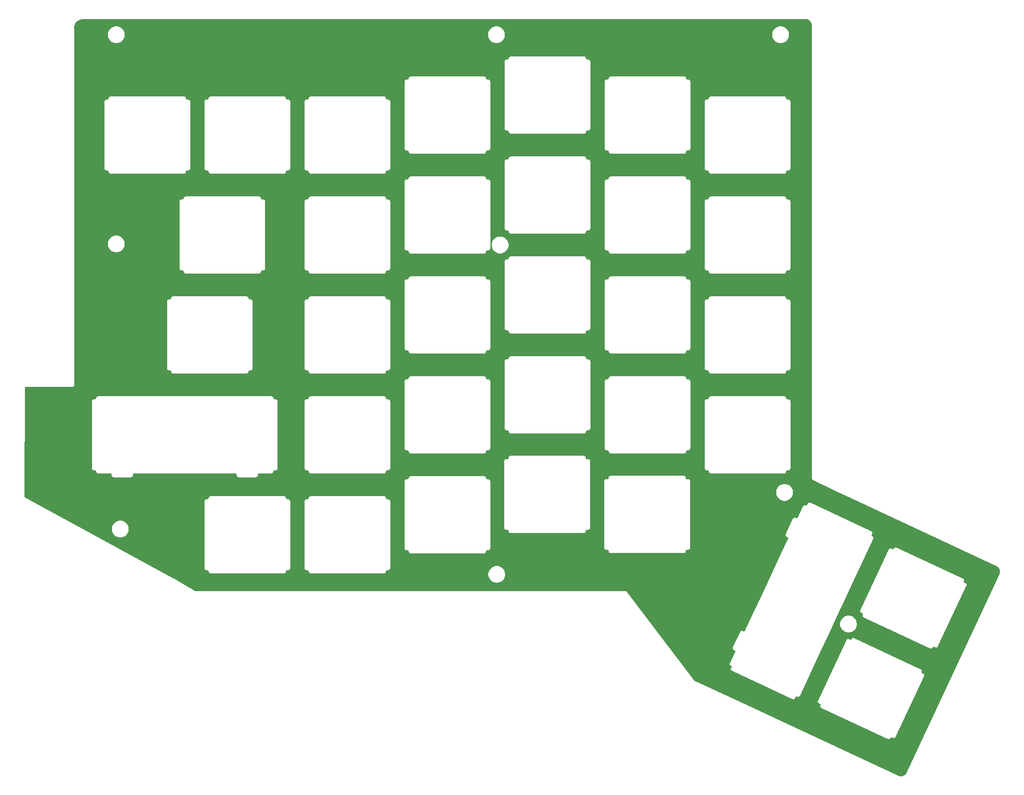
<source format=gbr>
G04 #@! TF.GenerationSoftware,KiCad,Pcbnew,(5.1.5)-3*
G04 #@! TF.CreationDate,2020-03-17T18:41:03+05:30*
G04 #@! TF.ProjectId,ergocape,6572676f-6361-4706-952e-6b696361645f,rev?*
G04 #@! TF.SameCoordinates,Original*
G04 #@! TF.FileFunction,Copper,L1,Top*
G04 #@! TF.FilePolarity,Positive*
%FSLAX46Y46*%
G04 Gerber Fmt 4.6, Leading zero omitted, Abs format (unit mm)*
G04 Created by KiCad (PCBNEW (5.1.5)-3) date 2020-03-17 18:41:03*
%MOMM*%
%LPD*%
G04 APERTURE LIST*
%ADD10C,0.254000*%
G04 APERTURE END LIST*
D10*
G36*
X39347601Y-17728000D02*
G01*
X171379695Y-17728000D01*
X171613952Y-17750969D01*
X171817830Y-17812523D01*
X172005868Y-17912505D01*
X172170906Y-18047107D01*
X172306659Y-18211205D01*
X172407950Y-18398540D01*
X172470925Y-18601980D01*
X172495400Y-18834842D01*
X172495401Y-103212348D01*
X172492650Y-105145984D01*
X172491099Y-105156003D01*
X172492587Y-105190804D01*
X172492569Y-105203150D01*
X172493543Y-105213190D01*
X172494935Y-105245745D01*
X172497873Y-105257801D01*
X172499072Y-105270152D01*
X172508484Y-105301337D01*
X172516204Y-105333014D01*
X172521442Y-105344274D01*
X172525025Y-105356145D01*
X172540341Y-105384898D01*
X172554092Y-105414456D01*
X172561421Y-105424471D01*
X172567255Y-105435423D01*
X172587893Y-105460644D01*
X172607139Y-105486943D01*
X172616279Y-105495334D01*
X172624139Y-105504939D01*
X172649305Y-105525652D01*
X172673309Y-105547688D01*
X172683912Y-105554135D01*
X172693493Y-105562021D01*
X172722209Y-105577423D01*
X172730827Y-105582663D01*
X172741951Y-105588011D01*
X172772651Y-105604477D01*
X172782350Y-105607434D01*
X178580328Y-108394998D01*
X178582653Y-108396374D01*
X178600517Y-108404704D01*
X178618267Y-108413238D01*
X178620803Y-108414164D01*
X207647850Y-121949698D01*
X207841914Y-122064466D01*
X207993286Y-122199809D01*
X208115487Y-122361974D01*
X208203863Y-122544790D01*
X208255046Y-122741283D01*
X208267088Y-122943977D01*
X208239530Y-123145155D01*
X208166535Y-123357146D01*
X190527501Y-161184181D01*
X190412728Y-161378252D01*
X190277386Y-161529624D01*
X190115221Y-161651825D01*
X189932405Y-161740201D01*
X189735911Y-161791384D01*
X189533218Y-161803426D01*
X189332040Y-161775868D01*
X189120049Y-161702873D01*
X159054496Y-147683077D01*
X173595084Y-147683077D01*
X173600248Y-147777684D01*
X173623771Y-147869466D01*
X173664748Y-147954896D01*
X173721605Y-148030690D01*
X173792155Y-148093935D01*
X173873688Y-148142202D01*
X173896085Y-148150078D01*
X174163785Y-148274909D01*
X174123480Y-148361342D01*
X174111383Y-148381777D01*
X174079951Y-148471159D01*
X174066560Y-148564957D01*
X174071724Y-148659564D01*
X174095247Y-148751346D01*
X174136224Y-148836776D01*
X174162523Y-148871834D01*
X174193081Y-148912570D01*
X174263631Y-148975815D01*
X174345164Y-149024082D01*
X174367561Y-149031958D01*
X187013044Y-154928643D01*
X187033472Y-154940736D01*
X187055867Y-154948612D01*
X187055868Y-154948612D01*
X187122854Y-154972169D01*
X187216652Y-154985561D01*
X187311260Y-154980396D01*
X187403042Y-154956873D01*
X187488472Y-154915896D01*
X187564266Y-154859039D01*
X187627511Y-154788489D01*
X187632613Y-154779870D01*
X187663684Y-154727386D01*
X187663686Y-154727383D01*
X187675778Y-154706956D01*
X187683653Y-154684563D01*
X187723960Y-154598123D01*
X187991666Y-154722956D01*
X188012090Y-154735047D01*
X188034480Y-154742921D01*
X188034485Y-154742923D01*
X188101472Y-154766479D01*
X188195270Y-154779871D01*
X188289877Y-154774706D01*
X188381660Y-154751183D01*
X188467090Y-154710206D01*
X188542883Y-154653349D01*
X188606129Y-154582799D01*
X188654395Y-154501266D01*
X188662272Y-154478867D01*
X194051816Y-142920955D01*
X194063909Y-142900527D01*
X194095341Y-142811145D01*
X194108733Y-142717347D01*
X194103568Y-142622739D01*
X194080045Y-142530957D01*
X194039068Y-142445527D01*
X193982211Y-142369733D01*
X193911661Y-142306489D01*
X193850557Y-142270316D01*
X193850552Y-142270314D01*
X193830128Y-142258223D01*
X193807737Y-142250349D01*
X193540032Y-142125516D01*
X193580340Y-142039075D01*
X193592433Y-142018647D01*
X193618343Y-141944968D01*
X193623865Y-141929266D01*
X193631569Y-141875304D01*
X193637257Y-141835467D01*
X193632092Y-141740859D01*
X193608569Y-141649077D01*
X193567592Y-141563647D01*
X193510736Y-141487853D01*
X193440185Y-141424608D01*
X193379082Y-141388435D01*
X193379065Y-141388427D01*
X193358652Y-141376343D01*
X193336274Y-141368473D01*
X180690772Y-135471782D01*
X180670343Y-135459688D01*
X180580961Y-135428255D01*
X180487163Y-135414864D01*
X180392556Y-135420028D01*
X180300774Y-135443551D01*
X180215344Y-135484528D01*
X180139550Y-135541385D01*
X180076305Y-135611935D01*
X180028038Y-135693468D01*
X180020162Y-135715865D01*
X179979856Y-135802302D01*
X179712155Y-135677471D01*
X179691726Y-135665378D01*
X179602344Y-135633945D01*
X179508546Y-135620554D01*
X179413938Y-135625719D01*
X179322156Y-135649242D01*
X179236726Y-135690219D01*
X179160932Y-135747075D01*
X179097687Y-135817625D01*
X179061514Y-135878729D01*
X179061511Y-135878736D01*
X179049421Y-135899158D01*
X179041548Y-135921546D01*
X173652005Y-147479462D01*
X173639907Y-147499897D01*
X173608898Y-147588076D01*
X173608475Y-147589279D01*
X173595084Y-147683077D01*
X159054496Y-147683077D01*
X150261975Y-143583058D01*
X147940459Y-140513121D01*
X156801587Y-140513121D01*
X156806751Y-140607728D01*
X156830274Y-140699510D01*
X156871251Y-140784940D01*
X156928108Y-140860734D01*
X156998658Y-140923979D01*
X157080191Y-140972246D01*
X157102588Y-140980122D01*
X157189463Y-141020633D01*
X157064655Y-141288284D01*
X157052558Y-141308719D01*
X157021126Y-141398101D01*
X157007735Y-141491899D01*
X157012899Y-141586506D01*
X157036422Y-141678288D01*
X157077399Y-141763718D01*
X157103698Y-141798776D01*
X157134256Y-141839512D01*
X157204806Y-141902757D01*
X157286339Y-141951024D01*
X157308736Y-141958900D01*
X168866412Y-147348333D01*
X168886836Y-147360424D01*
X168909227Y-147368298D01*
X168909231Y-147368300D01*
X168976218Y-147391857D01*
X169070016Y-147405248D01*
X169164623Y-147400084D01*
X169256406Y-147376561D01*
X169341835Y-147335584D01*
X169417629Y-147278728D01*
X169480875Y-147208177D01*
X169517048Y-147147074D01*
X169517052Y-147147065D01*
X169529141Y-147126644D01*
X169537014Y-147104258D01*
X169661828Y-146836593D01*
X169748240Y-146876887D01*
X169768664Y-146888978D01*
X169791054Y-146896852D01*
X169791059Y-146896854D01*
X169858046Y-146920410D01*
X169951844Y-146933802D01*
X170046451Y-146928637D01*
X170138234Y-146905114D01*
X170179211Y-146885459D01*
X170223663Y-146864137D01*
X170299457Y-146807280D01*
X170326184Y-146777466D01*
X170362703Y-146736730D01*
X170410969Y-146655197D01*
X170418846Y-146632798D01*
X174444283Y-138000222D01*
X174444284Y-138000219D01*
X176335575Y-133944333D01*
X176335576Y-133944330D01*
X176898692Y-132736723D01*
X177822908Y-132736723D01*
X177822908Y-133077701D01*
X177889429Y-133412126D01*
X178019915Y-133727148D01*
X178209352Y-134010660D01*
X178450460Y-134251768D01*
X178733972Y-134441205D01*
X179048994Y-134571691D01*
X179383419Y-134638212D01*
X179724397Y-134638212D01*
X180058822Y-134571691D01*
X180373844Y-134441205D01*
X180657356Y-134251768D01*
X180898464Y-134010660D01*
X181087901Y-133727148D01*
X181218387Y-133412126D01*
X181284908Y-133077701D01*
X181284908Y-132736723D01*
X181218387Y-132402298D01*
X181087901Y-132087276D01*
X180898464Y-131803764D01*
X180657356Y-131562656D01*
X180373844Y-131373219D01*
X180058822Y-131242733D01*
X179724397Y-131176212D01*
X179383419Y-131176212D01*
X179048994Y-131242733D01*
X178733972Y-131373219D01*
X178450460Y-131562656D01*
X178209352Y-131803764D01*
X178019915Y-132087276D01*
X177889429Y-132402298D01*
X177822908Y-132736723D01*
X176898692Y-132736723D01*
X177979894Y-130418077D01*
X181645084Y-130418077D01*
X181650248Y-130512684D01*
X181673771Y-130604466D01*
X181714748Y-130689896D01*
X181771605Y-130765690D01*
X181842155Y-130828935D01*
X181923688Y-130877202D01*
X181946085Y-130885078D01*
X182213785Y-131009909D01*
X182173480Y-131096342D01*
X182161383Y-131116777D01*
X182129951Y-131206159D01*
X182116560Y-131299957D01*
X182121724Y-131394564D01*
X182145247Y-131486346D01*
X182186224Y-131571776D01*
X182188712Y-131575092D01*
X182243081Y-131647570D01*
X182313631Y-131710815D01*
X182395164Y-131759082D01*
X182417561Y-131766958D01*
X195063044Y-137663643D01*
X195083472Y-137675736D01*
X195105867Y-137683612D01*
X195105868Y-137683612D01*
X195172854Y-137707169D01*
X195266652Y-137720561D01*
X195361260Y-137715396D01*
X195453042Y-137691873D01*
X195538472Y-137650896D01*
X195614266Y-137594039D01*
X195677511Y-137523489D01*
X195684669Y-137511397D01*
X195713684Y-137462386D01*
X195713686Y-137462383D01*
X195725778Y-137441956D01*
X195733653Y-137419563D01*
X195773960Y-137333123D01*
X196041666Y-137457956D01*
X196062090Y-137470047D01*
X196084480Y-137477921D01*
X196084485Y-137477923D01*
X196151472Y-137501479D01*
X196245270Y-137514871D01*
X196339877Y-137509706D01*
X196431660Y-137486183D01*
X196517090Y-137445206D01*
X196592883Y-137388349D01*
X196656129Y-137317799D01*
X196704395Y-137236266D01*
X196712272Y-137213867D01*
X202101816Y-125655955D01*
X202113909Y-125635527D01*
X202145341Y-125546145D01*
X202158733Y-125452347D01*
X202153568Y-125357739D01*
X202130045Y-125265957D01*
X202089068Y-125180527D01*
X202032211Y-125104733D01*
X201961661Y-125041489D01*
X201900557Y-125005316D01*
X201900552Y-125005314D01*
X201880128Y-124993223D01*
X201857737Y-124985349D01*
X201590032Y-124860516D01*
X201630340Y-124774075D01*
X201642433Y-124753647D01*
X201673865Y-124664265D01*
X201687257Y-124570467D01*
X201682092Y-124475859D01*
X201658569Y-124384077D01*
X201617592Y-124298647D01*
X201560736Y-124222853D01*
X201490185Y-124159608D01*
X201429082Y-124123435D01*
X201429065Y-124123427D01*
X201408652Y-124111343D01*
X201386274Y-124103473D01*
X188740772Y-118206782D01*
X188720343Y-118194688D01*
X188630961Y-118163255D01*
X188537163Y-118149864D01*
X188442556Y-118155028D01*
X188350774Y-118178551D01*
X188265344Y-118219528D01*
X188189550Y-118276385D01*
X188126305Y-118346935D01*
X188078038Y-118428468D01*
X188070162Y-118450865D01*
X188029856Y-118537302D01*
X187762155Y-118412471D01*
X187741726Y-118400378D01*
X187652344Y-118368945D01*
X187558546Y-118355554D01*
X187463938Y-118360719D01*
X187372156Y-118384242D01*
X187286726Y-118425219D01*
X187210932Y-118482075D01*
X187147687Y-118552625D01*
X187111514Y-118613729D01*
X187111511Y-118613736D01*
X187099421Y-118634158D01*
X187091548Y-118656546D01*
X181702005Y-130214462D01*
X181689907Y-130234897D01*
X181658898Y-130323076D01*
X181658475Y-130324279D01*
X181645084Y-130418077D01*
X177979894Y-130418077D01*
X178469722Y-129367639D01*
X180361014Y-125311751D01*
X180361015Y-125311748D01*
X184366485Y-116721992D01*
X184378578Y-116701564D01*
X184402506Y-116633522D01*
X184410010Y-116612183D01*
X184423401Y-116518386D01*
X184420895Y-116472479D01*
X184418237Y-116423776D01*
X184394714Y-116331994D01*
X184353736Y-116246564D01*
X184296880Y-116170771D01*
X184226330Y-116107526D01*
X184165226Y-116071353D01*
X184165221Y-116071351D01*
X184144797Y-116059260D01*
X184122406Y-116051386D01*
X184035995Y-116011092D01*
X184160807Y-115743431D01*
X184172899Y-115723005D01*
X184185446Y-115687327D01*
X184204332Y-115633624D01*
X184217724Y-115539826D01*
X184212559Y-115445218D01*
X184189036Y-115353436D01*
X184148059Y-115268006D01*
X184091203Y-115192212D01*
X184057944Y-115162397D01*
X184020652Y-115128966D01*
X183959548Y-115092793D01*
X183959545Y-115092792D01*
X183939120Y-115080700D01*
X183916726Y-115072825D01*
X172359055Y-109683397D01*
X172338620Y-109671299D01*
X172249238Y-109639867D01*
X172155440Y-109626476D01*
X172060833Y-109631640D01*
X171969051Y-109655163D01*
X171883621Y-109696140D01*
X171883619Y-109696141D01*
X171883620Y-109696141D01*
X171807826Y-109752997D01*
X171744582Y-109823547D01*
X171696315Y-109905080D01*
X171688439Y-109927478D01*
X171563629Y-110195133D01*
X171476752Y-110154621D01*
X171456323Y-110142528D01*
X171366941Y-110111095D01*
X171273143Y-110097704D01*
X171178535Y-110102869D01*
X171086753Y-110126392D01*
X171001323Y-110167369D01*
X170925529Y-110224225D01*
X170862284Y-110294775D01*
X170826111Y-110355879D01*
X170826108Y-110355886D01*
X170814018Y-110376308D01*
X170806145Y-110398697D01*
X169762113Y-112637634D01*
X169539893Y-112534011D01*
X169519458Y-112521914D01*
X169430076Y-112490482D01*
X169336278Y-112477090D01*
X169241670Y-112482255D01*
X169149888Y-112505778D01*
X169064458Y-112546755D01*
X168988664Y-112603611D01*
X168925419Y-112674162D01*
X168889246Y-112735266D01*
X168889243Y-112735273D01*
X168877153Y-112755695D01*
X168869280Y-112778084D01*
X167494585Y-115726128D01*
X167482488Y-115746563D01*
X167464316Y-115798239D01*
X167451056Y-115835945D01*
X167437665Y-115929743D01*
X167442829Y-116024350D01*
X167466352Y-116116132D01*
X167507329Y-116201562D01*
X167564186Y-116277356D01*
X167634736Y-116340601D01*
X167716269Y-116388868D01*
X167738666Y-116396744D01*
X167960889Y-116500368D01*
X166800680Y-118988447D01*
X166800673Y-118988460D01*
X164909389Y-123044336D01*
X164909381Y-123044349D01*
X162775242Y-127621029D01*
X162775234Y-127621042D01*
X160883950Y-131676918D01*
X160883942Y-131676931D01*
X159703757Y-134207849D01*
X159481530Y-134104223D01*
X159461101Y-134092130D01*
X159371719Y-134060697D01*
X159277921Y-134047306D01*
X159183313Y-134052471D01*
X159091531Y-134075994D01*
X159006101Y-134116971D01*
X158930307Y-134173827D01*
X158867062Y-134244377D01*
X158830889Y-134305481D01*
X158830886Y-134305488D01*
X158818796Y-134325910D01*
X158810923Y-134348299D01*
X157436229Y-137296342D01*
X157424134Y-137316774D01*
X157392701Y-137406157D01*
X157384674Y-137462386D01*
X157379310Y-137499955D01*
X157384446Y-137594040D01*
X157384474Y-137594561D01*
X157407997Y-137686344D01*
X157448974Y-137771774D01*
X157505830Y-137847567D01*
X157576381Y-137910813D01*
X157637484Y-137946986D01*
X157637487Y-137946988D01*
X157657914Y-137959080D01*
X157680307Y-137966955D01*
X157902534Y-138070581D01*
X156858505Y-140309512D01*
X156846411Y-140329941D01*
X156838535Y-140352337D01*
X156814978Y-140419323D01*
X156801587Y-140513121D01*
X147940459Y-140513121D01*
X137535292Y-126753493D01*
X137530984Y-126745434D01*
X137508236Y-126717716D01*
X137500202Y-126707091D01*
X137494050Y-126700429D01*
X137474001Y-126675999D01*
X137463629Y-126667487D01*
X137454532Y-126657636D01*
X137428990Y-126639060D01*
X137404566Y-126619016D01*
X137392732Y-126612691D01*
X137381888Y-126604804D01*
X137353218Y-126591570D01*
X137325348Y-126576673D01*
X137312508Y-126572778D01*
X137300333Y-126567158D01*
X137269630Y-126559771D01*
X137239392Y-126550598D01*
X137226040Y-126549283D01*
X137213002Y-126546146D01*
X137181443Y-126544891D01*
X137172399Y-126544000D01*
X137159050Y-126544000D01*
X137123250Y-126542576D01*
X137114231Y-126544000D01*
X55244305Y-126544000D01*
X54099406Y-125857062D01*
X54097113Y-125855403D01*
X54080134Y-125845499D01*
X54063403Y-125835460D01*
X54060864Y-125834257D01*
X51043452Y-124074101D01*
X51038020Y-124070405D01*
X51024087Y-124062805D01*
X51010417Y-124054831D01*
X51004461Y-124052100D01*
X33744381Y-114637511D01*
X39163000Y-114637511D01*
X39163000Y-114978489D01*
X39229521Y-115312914D01*
X39360007Y-115627936D01*
X39549444Y-115911448D01*
X39790552Y-116152556D01*
X40074064Y-116341993D01*
X40389086Y-116472479D01*
X40723511Y-116539000D01*
X41064489Y-116539000D01*
X41398914Y-116472479D01*
X41713936Y-116341993D01*
X41997448Y-116152556D01*
X42238556Y-115911448D01*
X42427993Y-115627936D01*
X42558479Y-115312914D01*
X42625000Y-114978489D01*
X42625000Y-114637511D01*
X42558479Y-114303086D01*
X42427993Y-113988064D01*
X42238556Y-113704552D01*
X41997448Y-113463444D01*
X41713936Y-113274007D01*
X41398914Y-113143521D01*
X41064489Y-113077000D01*
X40723511Y-113077000D01*
X40389086Y-113143521D01*
X40074064Y-113274007D01*
X39790552Y-113463444D01*
X39549444Y-113704552D01*
X39360007Y-113988064D01*
X39229521Y-114303086D01*
X39163000Y-114637511D01*
X33744381Y-114637511D01*
X24303611Y-109488000D01*
X56804173Y-109488000D01*
X56806500Y-109511625D01*
X56806501Y-122264364D01*
X56804173Y-122288000D01*
X56813460Y-122382292D01*
X56840964Y-122472961D01*
X56885628Y-122556522D01*
X56945736Y-122629764D01*
X57018978Y-122689872D01*
X57102539Y-122734536D01*
X57193208Y-122762040D01*
X57263874Y-122769000D01*
X57287500Y-122771327D01*
X57311126Y-122769000D01*
X57606501Y-122769000D01*
X57606501Y-122864364D01*
X57604173Y-122888000D01*
X57613460Y-122982292D01*
X57640964Y-123072961D01*
X57685628Y-123156522D01*
X57745736Y-123229764D01*
X57818978Y-123289872D01*
X57902539Y-123334536D01*
X57993208Y-123362040D01*
X58063874Y-123369000D01*
X58087500Y-123371327D01*
X58111126Y-123369000D01*
X72063874Y-123369000D01*
X72087500Y-123371327D01*
X72111126Y-123369000D01*
X72181792Y-123362040D01*
X72272461Y-123334536D01*
X72356022Y-123289872D01*
X72429264Y-123229764D01*
X72489372Y-123156522D01*
X72534036Y-123072961D01*
X72561540Y-122982292D01*
X72570827Y-122888000D01*
X72568500Y-122864374D01*
X72568500Y-122769000D01*
X72863874Y-122769000D01*
X72887500Y-122771327D01*
X72911126Y-122769000D01*
X72981792Y-122762040D01*
X73072461Y-122734536D01*
X73156022Y-122689872D01*
X73229264Y-122629764D01*
X73289372Y-122556522D01*
X73334036Y-122472961D01*
X73361540Y-122382292D01*
X73370827Y-122288000D01*
X73368500Y-122264374D01*
X73368500Y-109511625D01*
X73370827Y-109488000D01*
X75854173Y-109488000D01*
X75856500Y-109511625D01*
X75856501Y-122264364D01*
X75854173Y-122288000D01*
X75863460Y-122382292D01*
X75890964Y-122472961D01*
X75935628Y-122556522D01*
X75995736Y-122629764D01*
X76068978Y-122689872D01*
X76152539Y-122734536D01*
X76243208Y-122762040D01*
X76313874Y-122769000D01*
X76337500Y-122771327D01*
X76361126Y-122769000D01*
X76656501Y-122769000D01*
X76656501Y-122864364D01*
X76654173Y-122888000D01*
X76663460Y-122982292D01*
X76690964Y-123072961D01*
X76735628Y-123156522D01*
X76795736Y-123229764D01*
X76868978Y-123289872D01*
X76952539Y-123334536D01*
X77043208Y-123362040D01*
X77113874Y-123369000D01*
X77137500Y-123371327D01*
X77161126Y-123369000D01*
X91113874Y-123369000D01*
X91137500Y-123371327D01*
X91161126Y-123369000D01*
X91231792Y-123362040D01*
X91322461Y-123334536D01*
X91406022Y-123289872D01*
X91425957Y-123273511D01*
X110855000Y-123273511D01*
X110855000Y-123614489D01*
X110921521Y-123948914D01*
X111052007Y-124263936D01*
X111241444Y-124547448D01*
X111482552Y-124788556D01*
X111766064Y-124977993D01*
X112081086Y-125108479D01*
X112415511Y-125175000D01*
X112756489Y-125175000D01*
X113090914Y-125108479D01*
X113405936Y-124977993D01*
X113689448Y-124788556D01*
X113930556Y-124547448D01*
X114119993Y-124263936D01*
X114250479Y-123948914D01*
X114317000Y-123614489D01*
X114317000Y-123273511D01*
X114250479Y-122939086D01*
X114119993Y-122624064D01*
X113930556Y-122340552D01*
X113689448Y-122099444D01*
X113405936Y-121910007D01*
X113090914Y-121779521D01*
X112756489Y-121713000D01*
X112415511Y-121713000D01*
X112081086Y-121779521D01*
X111766064Y-121910007D01*
X111482552Y-122099444D01*
X111241444Y-122340552D01*
X111052007Y-122624064D01*
X110921521Y-122939086D01*
X110855000Y-123273511D01*
X91425957Y-123273511D01*
X91479264Y-123229764D01*
X91539372Y-123156522D01*
X91584036Y-123072961D01*
X91611540Y-122982292D01*
X91620827Y-122888000D01*
X91618500Y-122864374D01*
X91618500Y-122769000D01*
X91913874Y-122769000D01*
X91937500Y-122771327D01*
X91961126Y-122769000D01*
X92031792Y-122762040D01*
X92122461Y-122734536D01*
X92206022Y-122689872D01*
X92279264Y-122629764D01*
X92339372Y-122556522D01*
X92384036Y-122472961D01*
X92411540Y-122382292D01*
X92420827Y-122288000D01*
X92418500Y-122264374D01*
X92418500Y-109511625D01*
X92420827Y-109488000D01*
X92411540Y-109393708D01*
X92384036Y-109303039D01*
X92339372Y-109219478D01*
X92279264Y-109146236D01*
X92206022Y-109086128D01*
X92122461Y-109041464D01*
X92031792Y-109013960D01*
X91961126Y-109007000D01*
X91937500Y-109004673D01*
X91913874Y-109007000D01*
X91618500Y-109007000D01*
X91618500Y-108911626D01*
X91620827Y-108888000D01*
X91611540Y-108793708D01*
X91584036Y-108703039D01*
X91539372Y-108619478D01*
X91479264Y-108546236D01*
X91406022Y-108486128D01*
X91322461Y-108441464D01*
X91231792Y-108413960D01*
X91161126Y-108407000D01*
X91137500Y-108404673D01*
X91113874Y-108407000D01*
X77161126Y-108407000D01*
X77137500Y-108404673D01*
X77113874Y-108407000D01*
X77043208Y-108413960D01*
X76952539Y-108441464D01*
X76868978Y-108486128D01*
X76795736Y-108546236D01*
X76735628Y-108619478D01*
X76690964Y-108703039D01*
X76663460Y-108793708D01*
X76654173Y-108888000D01*
X76656500Y-108911627D01*
X76656500Y-109007000D01*
X76361126Y-109007000D01*
X76337500Y-109004673D01*
X76313874Y-109007000D01*
X76243208Y-109013960D01*
X76152539Y-109041464D01*
X76068978Y-109086128D01*
X75995736Y-109146236D01*
X75935628Y-109219478D01*
X75890964Y-109303039D01*
X75863460Y-109393708D01*
X75854173Y-109488000D01*
X73370827Y-109488000D01*
X73361540Y-109393708D01*
X73334036Y-109303039D01*
X73289372Y-109219478D01*
X73229264Y-109146236D01*
X73156022Y-109086128D01*
X73072461Y-109041464D01*
X72981792Y-109013960D01*
X72911126Y-109007000D01*
X72887500Y-109004673D01*
X72863874Y-109007000D01*
X72568500Y-109007000D01*
X72568500Y-108911626D01*
X72570827Y-108888000D01*
X72561540Y-108793708D01*
X72534036Y-108703039D01*
X72489372Y-108619478D01*
X72429264Y-108546236D01*
X72356022Y-108486128D01*
X72272461Y-108441464D01*
X72181792Y-108413960D01*
X72111126Y-108407000D01*
X72087500Y-108404673D01*
X72063874Y-108407000D01*
X58111126Y-108407000D01*
X58087500Y-108404673D01*
X58063874Y-108407000D01*
X57993208Y-108413960D01*
X57902539Y-108441464D01*
X57818978Y-108486128D01*
X57745736Y-108546236D01*
X57685628Y-108619478D01*
X57640964Y-108703039D01*
X57613460Y-108793708D01*
X57604173Y-108888000D01*
X57606500Y-108911627D01*
X57606500Y-109007000D01*
X57311126Y-109007000D01*
X57287500Y-109004673D01*
X57263874Y-109007000D01*
X57193208Y-109013960D01*
X57102539Y-109041464D01*
X57018978Y-109086128D01*
X56945736Y-109146236D01*
X56885628Y-109219478D01*
X56840964Y-109303039D01*
X56813460Y-109393708D01*
X56804173Y-109488000D01*
X24303611Y-109488000D01*
X23090857Y-108826498D01*
X23083963Y-108822159D01*
X23071221Y-108815788D01*
X23058692Y-108808954D01*
X23051181Y-108805768D01*
X22808000Y-108684178D01*
X22808000Y-105678000D01*
X94904673Y-105678000D01*
X94907000Y-105701625D01*
X94907001Y-118454364D01*
X94904673Y-118478000D01*
X94913960Y-118572292D01*
X94941464Y-118662961D01*
X94986128Y-118746522D01*
X95046236Y-118819764D01*
X95119478Y-118879872D01*
X95203039Y-118924536D01*
X95293708Y-118952040D01*
X95364374Y-118959000D01*
X95388000Y-118961327D01*
X95411626Y-118959000D01*
X95707001Y-118959000D01*
X95707001Y-119054364D01*
X95704673Y-119078000D01*
X95713960Y-119172292D01*
X95741464Y-119262961D01*
X95786128Y-119346522D01*
X95846236Y-119419764D01*
X95919478Y-119479872D01*
X96003039Y-119524536D01*
X96093708Y-119552040D01*
X96164374Y-119559000D01*
X96188000Y-119561327D01*
X96211626Y-119559000D01*
X110164374Y-119559000D01*
X110188000Y-119561327D01*
X110211626Y-119559000D01*
X110282292Y-119552040D01*
X110372961Y-119524536D01*
X110456522Y-119479872D01*
X110529764Y-119419764D01*
X110589872Y-119346522D01*
X110634536Y-119262961D01*
X110662040Y-119172292D01*
X110671327Y-119078000D01*
X110669000Y-119054374D01*
X110669000Y-118959000D01*
X110964374Y-118959000D01*
X110988000Y-118961327D01*
X111011626Y-118959000D01*
X111082292Y-118952040D01*
X111172961Y-118924536D01*
X111256522Y-118879872D01*
X111329764Y-118819764D01*
X111389872Y-118746522D01*
X111434536Y-118662961D01*
X111462040Y-118572292D01*
X111471327Y-118478000D01*
X111469000Y-118454374D01*
X111469000Y-105701625D01*
X111471327Y-105678000D01*
X111462040Y-105583708D01*
X111434536Y-105493039D01*
X111389872Y-105409478D01*
X111329764Y-105336236D01*
X111256522Y-105276128D01*
X111172961Y-105231464D01*
X111082292Y-105203960D01*
X111074068Y-105203150D01*
X110988000Y-105194673D01*
X110964374Y-105197000D01*
X110669000Y-105197000D01*
X110669000Y-105101626D01*
X110671327Y-105078000D01*
X110662040Y-104983708D01*
X110634536Y-104893039D01*
X110589872Y-104809478D01*
X110529764Y-104736236D01*
X110456522Y-104676128D01*
X110372961Y-104631464D01*
X110282292Y-104603960D01*
X110211626Y-104597000D01*
X110188000Y-104594673D01*
X110164374Y-104597000D01*
X96211626Y-104597000D01*
X96188000Y-104594673D01*
X96164374Y-104597000D01*
X96093708Y-104603960D01*
X96003039Y-104631464D01*
X95919478Y-104676128D01*
X95846236Y-104736236D01*
X95786128Y-104809478D01*
X95741464Y-104893039D01*
X95713960Y-104983708D01*
X95704673Y-105078000D01*
X95707000Y-105101627D01*
X95707000Y-105197000D01*
X95411626Y-105197000D01*
X95388000Y-105194673D01*
X95301932Y-105203150D01*
X95293708Y-105203960D01*
X95203039Y-105231464D01*
X95119478Y-105276128D01*
X95046236Y-105336236D01*
X94986128Y-105409478D01*
X94941464Y-105493039D01*
X94913960Y-105583708D01*
X94904673Y-105678000D01*
X22808000Y-105678000D01*
X22808000Y-98197762D01*
X22826040Y-98138292D01*
X22833000Y-98067626D01*
X22833000Y-90437037D01*
X35372168Y-90437037D01*
X35374495Y-90460662D01*
X35374496Y-103213135D01*
X35372168Y-103236771D01*
X35381455Y-103331063D01*
X35408959Y-103421732D01*
X35453623Y-103505293D01*
X35513731Y-103578535D01*
X35586973Y-103638643D01*
X35670534Y-103683307D01*
X35761203Y-103710811D01*
X35831869Y-103717771D01*
X35855495Y-103720098D01*
X35879121Y-103717771D01*
X36174448Y-103717771D01*
X36174448Y-103813618D01*
X36172120Y-103837254D01*
X36181407Y-103931546D01*
X36208911Y-104022215D01*
X36253575Y-104105776D01*
X36313683Y-104179018D01*
X36386925Y-104239126D01*
X36470486Y-104283790D01*
X36561155Y-104311294D01*
X36631821Y-104318254D01*
X36655447Y-104320581D01*
X36679073Y-104318254D01*
X39149460Y-104318254D01*
X39149460Y-104563442D01*
X39147132Y-104587078D01*
X39156419Y-104681370D01*
X39183923Y-104772039D01*
X39228587Y-104855600D01*
X39288695Y-104928842D01*
X39361937Y-104988950D01*
X39445498Y-105033614D01*
X39536167Y-105061118D01*
X39606833Y-105068078D01*
X39630459Y-105070405D01*
X39654085Y-105068078D01*
X42906891Y-105068078D01*
X42930517Y-105070405D01*
X42954143Y-105068078D01*
X43024809Y-105061118D01*
X43115478Y-105033614D01*
X43199039Y-104988950D01*
X43272281Y-104928842D01*
X43332389Y-104855600D01*
X43377053Y-104772039D01*
X43404557Y-104681370D01*
X43413844Y-104587078D01*
X43411517Y-104563452D01*
X43411517Y-104318254D01*
X62949559Y-104318254D01*
X62949559Y-104563442D01*
X62947231Y-104587078D01*
X62956518Y-104681370D01*
X62984022Y-104772039D01*
X63028686Y-104855600D01*
X63088794Y-104928842D01*
X63162036Y-104988950D01*
X63245597Y-105033614D01*
X63336266Y-105061118D01*
X63406932Y-105068078D01*
X63430558Y-105070405D01*
X63454184Y-105068078D01*
X66706987Y-105068078D01*
X66730613Y-105070405D01*
X66754239Y-105068078D01*
X66824905Y-105061118D01*
X66915574Y-105033614D01*
X66999135Y-104988950D01*
X67072377Y-104928842D01*
X67132485Y-104855600D01*
X67177149Y-104772039D01*
X67204653Y-104681370D01*
X67213940Y-104587078D01*
X67211613Y-104563452D01*
X67211613Y-104318254D01*
X69681999Y-104318254D01*
X69705625Y-104320581D01*
X69729251Y-104318254D01*
X69799917Y-104311294D01*
X69890586Y-104283790D01*
X69974147Y-104239126D01*
X70047389Y-104179018D01*
X70107497Y-104105776D01*
X70152161Y-104022215D01*
X70179665Y-103931546D01*
X70188952Y-103837254D01*
X70186625Y-103813628D01*
X70186625Y-103717771D01*
X70481951Y-103717771D01*
X70505577Y-103720098D01*
X70529203Y-103717771D01*
X70599869Y-103710811D01*
X70690538Y-103683307D01*
X70774099Y-103638643D01*
X70847341Y-103578535D01*
X70907449Y-103505293D01*
X70952113Y-103421732D01*
X70979617Y-103331063D01*
X70988904Y-103236771D01*
X70986577Y-103213145D01*
X70986577Y-90460662D01*
X70988858Y-90437500D01*
X75854173Y-90437500D01*
X75856500Y-90461125D01*
X75856501Y-103213864D01*
X75854173Y-103237500D01*
X75863460Y-103331792D01*
X75890964Y-103422461D01*
X75935628Y-103506022D01*
X75995736Y-103579264D01*
X76068978Y-103639372D01*
X76152539Y-103684036D01*
X76243208Y-103711540D01*
X76313874Y-103718500D01*
X76337500Y-103720827D01*
X76361126Y-103718500D01*
X76656501Y-103718500D01*
X76656501Y-103813864D01*
X76654173Y-103837500D01*
X76663460Y-103931792D01*
X76690964Y-104022461D01*
X76735628Y-104106022D01*
X76795736Y-104179264D01*
X76868978Y-104239372D01*
X76952539Y-104284036D01*
X77043208Y-104311540D01*
X77113874Y-104318500D01*
X77137500Y-104320827D01*
X77161126Y-104318500D01*
X91113874Y-104318500D01*
X91137500Y-104320827D01*
X91161126Y-104318500D01*
X91231792Y-104311540D01*
X91322461Y-104284036D01*
X91406022Y-104239372D01*
X91479264Y-104179264D01*
X91539372Y-104106022D01*
X91584036Y-104022461D01*
X91611540Y-103931792D01*
X91620827Y-103837500D01*
X91618500Y-103813874D01*
X91618500Y-103718500D01*
X91913874Y-103718500D01*
X91937500Y-103720827D01*
X91961126Y-103718500D01*
X92031792Y-103711540D01*
X92122461Y-103684036D01*
X92206022Y-103639372D01*
X92279264Y-103579264D01*
X92339372Y-103506022D01*
X92384036Y-103422461D01*
X92411540Y-103331792D01*
X92420827Y-103237500D01*
X92418500Y-103213874D01*
X92418500Y-101804000D01*
X113890673Y-101804000D01*
X113893000Y-101827625D01*
X113893001Y-114580364D01*
X113890673Y-114604000D01*
X113899960Y-114698292D01*
X113927464Y-114788961D01*
X113972128Y-114872522D01*
X114032236Y-114945764D01*
X114105478Y-115005872D01*
X114189039Y-115050536D01*
X114279708Y-115078040D01*
X114350374Y-115085000D01*
X114374000Y-115087327D01*
X114397626Y-115085000D01*
X114693001Y-115085000D01*
X114693001Y-115180364D01*
X114690673Y-115204000D01*
X114699960Y-115298292D01*
X114727464Y-115388961D01*
X114772128Y-115472522D01*
X114832236Y-115545764D01*
X114905478Y-115605872D01*
X114989039Y-115650536D01*
X115079708Y-115678040D01*
X115150374Y-115685000D01*
X115174000Y-115687327D01*
X115197626Y-115685000D01*
X129150374Y-115685000D01*
X129174000Y-115687327D01*
X129197626Y-115685000D01*
X129268292Y-115678040D01*
X129358961Y-115650536D01*
X129442522Y-115605872D01*
X129515764Y-115545764D01*
X129575872Y-115472522D01*
X129620536Y-115388961D01*
X129648040Y-115298292D01*
X129657327Y-115204000D01*
X129655000Y-115180374D01*
X129655000Y-115085000D01*
X129950374Y-115085000D01*
X129974000Y-115087327D01*
X129997626Y-115085000D01*
X130068292Y-115078040D01*
X130158961Y-115050536D01*
X130242522Y-115005872D01*
X130315764Y-114945764D01*
X130375872Y-114872522D01*
X130420536Y-114788961D01*
X130448040Y-114698292D01*
X130457327Y-114604000D01*
X130455000Y-114580374D01*
X130455000Y-105614000D01*
X132940673Y-105614000D01*
X132943000Y-105637625D01*
X132943001Y-118390364D01*
X132940673Y-118414000D01*
X132949960Y-118508292D01*
X132977464Y-118598961D01*
X133022128Y-118682522D01*
X133082236Y-118755764D01*
X133155478Y-118815872D01*
X133239039Y-118860536D01*
X133329708Y-118888040D01*
X133400374Y-118895000D01*
X133424000Y-118897327D01*
X133447626Y-118895000D01*
X133743001Y-118895000D01*
X133743001Y-118990364D01*
X133740673Y-119014000D01*
X133749960Y-119108292D01*
X133777464Y-119198961D01*
X133822128Y-119282522D01*
X133882236Y-119355764D01*
X133955478Y-119415872D01*
X134039039Y-119460536D01*
X134129708Y-119488040D01*
X134200374Y-119495000D01*
X134224000Y-119497327D01*
X134247626Y-119495000D01*
X148200374Y-119495000D01*
X148224000Y-119497327D01*
X148247626Y-119495000D01*
X148318292Y-119488040D01*
X148408961Y-119460536D01*
X148492522Y-119415872D01*
X148565764Y-119355764D01*
X148625872Y-119282522D01*
X148670536Y-119198961D01*
X148698040Y-119108292D01*
X148707327Y-119014000D01*
X148705000Y-118990374D01*
X148705000Y-118895000D01*
X149000374Y-118895000D01*
X149024000Y-118897327D01*
X149047626Y-118895000D01*
X149118292Y-118888040D01*
X149208961Y-118860536D01*
X149292522Y-118815872D01*
X149365764Y-118755764D01*
X149425872Y-118682522D01*
X149470536Y-118598961D01*
X149498040Y-118508292D01*
X149507327Y-118414000D01*
X149505000Y-118390374D01*
X149505000Y-107652511D01*
X165655000Y-107652511D01*
X165655000Y-107993489D01*
X165721521Y-108327914D01*
X165852007Y-108642936D01*
X166041444Y-108926448D01*
X166282552Y-109167556D01*
X166566064Y-109356993D01*
X166881086Y-109487479D01*
X167215511Y-109554000D01*
X167556489Y-109554000D01*
X167890914Y-109487479D01*
X168205936Y-109356993D01*
X168489448Y-109167556D01*
X168730556Y-108926448D01*
X168919993Y-108642936D01*
X169050479Y-108327914D01*
X169117000Y-107993489D01*
X169117000Y-107652511D01*
X169050479Y-107318086D01*
X168919993Y-107003064D01*
X168730556Y-106719552D01*
X168489448Y-106478444D01*
X168205936Y-106289007D01*
X167890914Y-106158521D01*
X167556489Y-106092000D01*
X167215511Y-106092000D01*
X166881086Y-106158521D01*
X166566064Y-106289007D01*
X166282552Y-106478444D01*
X166041444Y-106719552D01*
X165852007Y-107003064D01*
X165721521Y-107318086D01*
X165655000Y-107652511D01*
X149505000Y-107652511D01*
X149505000Y-105637625D01*
X149507327Y-105614000D01*
X149498040Y-105519708D01*
X149470536Y-105429039D01*
X149425872Y-105345478D01*
X149365764Y-105272236D01*
X149292522Y-105212128D01*
X149208961Y-105167464D01*
X149118292Y-105139960D01*
X149047626Y-105133000D01*
X149024000Y-105130673D01*
X149000374Y-105133000D01*
X148705000Y-105133000D01*
X148705000Y-105037626D01*
X148707327Y-105014000D01*
X148698040Y-104919708D01*
X148670536Y-104829039D01*
X148625872Y-104745478D01*
X148565764Y-104672236D01*
X148492522Y-104612128D01*
X148408961Y-104567464D01*
X148318292Y-104539960D01*
X148247626Y-104533000D01*
X148224000Y-104530673D01*
X148200374Y-104533000D01*
X134247626Y-104533000D01*
X134224000Y-104530673D01*
X134200374Y-104533000D01*
X134129708Y-104539960D01*
X134039039Y-104567464D01*
X133955478Y-104612128D01*
X133882236Y-104672236D01*
X133822128Y-104745478D01*
X133777464Y-104829039D01*
X133749960Y-104919708D01*
X133740673Y-105014000D01*
X133743000Y-105037627D01*
X133743000Y-105133000D01*
X133447626Y-105133000D01*
X133424000Y-105130673D01*
X133400374Y-105133000D01*
X133329708Y-105139960D01*
X133239039Y-105167464D01*
X133155478Y-105212128D01*
X133082236Y-105272236D01*
X133022128Y-105345478D01*
X132977464Y-105429039D01*
X132949960Y-105519708D01*
X132940673Y-105614000D01*
X130455000Y-105614000D01*
X130455000Y-101827625D01*
X130457327Y-101804000D01*
X130448040Y-101709708D01*
X130420536Y-101619039D01*
X130375872Y-101535478D01*
X130315764Y-101462236D01*
X130242522Y-101402128D01*
X130158961Y-101357464D01*
X130068292Y-101329960D01*
X129997626Y-101323000D01*
X129974000Y-101320673D01*
X129950374Y-101323000D01*
X129655000Y-101323000D01*
X129655000Y-101227626D01*
X129657327Y-101204000D01*
X129648040Y-101109708D01*
X129620536Y-101019039D01*
X129575872Y-100935478D01*
X129515764Y-100862236D01*
X129442522Y-100802128D01*
X129358961Y-100757464D01*
X129268292Y-100729960D01*
X129197626Y-100723000D01*
X129174000Y-100720673D01*
X129150374Y-100723000D01*
X115197626Y-100723000D01*
X115174000Y-100720673D01*
X115150374Y-100723000D01*
X115079708Y-100729960D01*
X114989039Y-100757464D01*
X114905478Y-100802128D01*
X114832236Y-100862236D01*
X114772128Y-100935478D01*
X114727464Y-101019039D01*
X114699960Y-101109708D01*
X114690673Y-101204000D01*
X114693000Y-101227627D01*
X114693000Y-101323000D01*
X114397626Y-101323000D01*
X114374000Y-101320673D01*
X114350374Y-101323000D01*
X114279708Y-101329960D01*
X114189039Y-101357464D01*
X114105478Y-101402128D01*
X114032236Y-101462236D01*
X113972128Y-101535478D01*
X113927464Y-101619039D01*
X113899960Y-101709708D01*
X113890673Y-101804000D01*
X92418500Y-101804000D01*
X92418500Y-90461125D01*
X92420827Y-90437500D01*
X92411540Y-90343208D01*
X92384036Y-90252539D01*
X92339372Y-90168978D01*
X92279264Y-90095736D01*
X92206022Y-90035628D01*
X92122461Y-89990964D01*
X92031792Y-89963460D01*
X91961126Y-89956500D01*
X91937500Y-89954173D01*
X91913874Y-89956500D01*
X91618500Y-89956500D01*
X91618500Y-89861126D01*
X91620827Y-89837500D01*
X91611540Y-89743208D01*
X91584036Y-89652539D01*
X91539372Y-89568978D01*
X91479264Y-89495736D01*
X91406022Y-89435628D01*
X91322461Y-89390964D01*
X91231792Y-89363460D01*
X91161126Y-89356500D01*
X91137500Y-89354173D01*
X91113874Y-89356500D01*
X77161126Y-89356500D01*
X77137500Y-89354173D01*
X77113874Y-89356500D01*
X77043208Y-89363460D01*
X76952539Y-89390964D01*
X76868978Y-89435628D01*
X76795736Y-89495736D01*
X76735628Y-89568978D01*
X76690964Y-89652539D01*
X76663460Y-89743208D01*
X76654173Y-89837500D01*
X76656500Y-89861127D01*
X76656500Y-89956500D01*
X76361126Y-89956500D01*
X76337500Y-89954173D01*
X76313874Y-89956500D01*
X76243208Y-89963460D01*
X76152539Y-89990964D01*
X76068978Y-90035628D01*
X75995736Y-90095736D01*
X75935628Y-90168978D01*
X75890964Y-90252539D01*
X75863460Y-90343208D01*
X75854173Y-90437500D01*
X70988858Y-90437500D01*
X70988904Y-90437037D01*
X70979617Y-90342745D01*
X70952113Y-90252076D01*
X70907449Y-90168515D01*
X70847341Y-90095273D01*
X70774099Y-90035165D01*
X70690538Y-89990501D01*
X70599869Y-89962997D01*
X70529203Y-89956037D01*
X70505577Y-89953710D01*
X70481951Y-89956037D01*
X70186625Y-89956037D01*
X70186625Y-89860699D01*
X70188952Y-89837073D01*
X70179665Y-89742781D01*
X70152161Y-89652112D01*
X70107497Y-89568551D01*
X70047389Y-89495309D01*
X69974147Y-89435201D01*
X69890586Y-89390537D01*
X69799917Y-89363033D01*
X69705625Y-89353746D01*
X69681999Y-89356073D01*
X36679073Y-89356073D01*
X36655447Y-89353746D01*
X36561155Y-89363033D01*
X36470486Y-89390537D01*
X36386925Y-89435201D01*
X36313683Y-89495309D01*
X36253575Y-89568551D01*
X36208911Y-89652112D01*
X36181407Y-89742781D01*
X36172120Y-89837073D01*
X36174447Y-89860700D01*
X36174447Y-89956037D01*
X35879121Y-89956037D01*
X35855495Y-89953710D01*
X35831869Y-89956037D01*
X35761203Y-89962997D01*
X35670534Y-89990501D01*
X35586973Y-90035165D01*
X35513731Y-90095273D01*
X35453623Y-90168515D01*
X35408959Y-90252076D01*
X35381455Y-90342745D01*
X35372168Y-90437037D01*
X22833000Y-90437037D01*
X22833000Y-87857000D01*
X31726381Y-87857000D01*
X31749997Y-87859326D01*
X31773615Y-87857000D01*
X31773626Y-87857000D01*
X31844292Y-87850040D01*
X31934961Y-87822536D01*
X32018522Y-87777872D01*
X32091764Y-87717764D01*
X32151872Y-87644522D01*
X32196536Y-87560961D01*
X32224040Y-87470292D01*
X32233327Y-87376000D01*
X32230999Y-87352367D01*
X32231003Y-86627500D01*
X94904673Y-86627500D01*
X94907000Y-86651125D01*
X94907001Y-99403864D01*
X94904673Y-99427500D01*
X94913960Y-99521792D01*
X94941464Y-99612461D01*
X94986128Y-99696022D01*
X95046236Y-99769264D01*
X95119478Y-99829372D01*
X95203039Y-99874036D01*
X95293708Y-99901540D01*
X95364374Y-99908500D01*
X95388000Y-99910827D01*
X95411626Y-99908500D01*
X95707001Y-99908500D01*
X95707001Y-100003864D01*
X95704673Y-100027500D01*
X95713960Y-100121792D01*
X95741464Y-100212461D01*
X95786128Y-100296022D01*
X95846236Y-100369264D01*
X95919478Y-100429372D01*
X96003039Y-100474036D01*
X96093708Y-100501540D01*
X96164374Y-100508500D01*
X96188000Y-100510827D01*
X96211626Y-100508500D01*
X110164374Y-100508500D01*
X110188000Y-100510827D01*
X110211626Y-100508500D01*
X110282292Y-100501540D01*
X110372961Y-100474036D01*
X110456522Y-100429372D01*
X110529764Y-100369264D01*
X110589872Y-100296022D01*
X110634536Y-100212461D01*
X110662040Y-100121792D01*
X110671327Y-100027500D01*
X110669000Y-100003874D01*
X110669000Y-99908500D01*
X110964374Y-99908500D01*
X110988000Y-99910827D01*
X111011626Y-99908500D01*
X111082292Y-99901540D01*
X111172961Y-99874036D01*
X111256522Y-99829372D01*
X111329764Y-99769264D01*
X111389872Y-99696022D01*
X111434536Y-99612461D01*
X111462040Y-99521792D01*
X111471327Y-99427500D01*
X111469000Y-99403874D01*
X111469000Y-86651125D01*
X111471327Y-86627500D01*
X111462040Y-86533208D01*
X111434536Y-86442539D01*
X111389872Y-86358978D01*
X111329764Y-86285736D01*
X111256522Y-86225628D01*
X111172961Y-86180964D01*
X111082292Y-86153460D01*
X111011626Y-86146500D01*
X110988000Y-86144173D01*
X110964374Y-86146500D01*
X110669000Y-86146500D01*
X110669000Y-86051126D01*
X110671327Y-86027500D01*
X110662040Y-85933208D01*
X110634536Y-85842539D01*
X110589872Y-85758978D01*
X110529764Y-85685736D01*
X110456522Y-85625628D01*
X110372961Y-85580964D01*
X110282292Y-85553460D01*
X110211626Y-85546500D01*
X110188000Y-85544173D01*
X110164374Y-85546500D01*
X96211626Y-85546500D01*
X96188000Y-85544173D01*
X96164374Y-85546500D01*
X96093708Y-85553460D01*
X96003039Y-85580964D01*
X95919478Y-85625628D01*
X95846236Y-85685736D01*
X95786128Y-85758978D01*
X95741464Y-85842539D01*
X95713960Y-85933208D01*
X95704673Y-86027500D01*
X95707000Y-86051127D01*
X95707000Y-86146500D01*
X95411626Y-86146500D01*
X95388000Y-86144173D01*
X95364374Y-86146500D01*
X95293708Y-86153460D01*
X95203039Y-86180964D01*
X95119478Y-86225628D01*
X95046236Y-86285736D01*
X94986128Y-86358978D01*
X94941464Y-86442539D01*
X94913960Y-86533208D01*
X94904673Y-86627500D01*
X32231003Y-86627500D01*
X32231106Y-71387500D01*
X49660473Y-71387500D01*
X49662800Y-71411125D01*
X49662801Y-84163864D01*
X49660473Y-84187500D01*
X49669760Y-84281792D01*
X49697264Y-84372461D01*
X49741928Y-84456022D01*
X49802036Y-84529264D01*
X49875278Y-84589372D01*
X49958839Y-84634036D01*
X50049508Y-84661540D01*
X50120174Y-84668500D01*
X50143800Y-84670827D01*
X50167426Y-84668500D01*
X50462801Y-84668500D01*
X50462801Y-84763864D01*
X50460473Y-84787500D01*
X50469760Y-84881792D01*
X50497264Y-84972461D01*
X50541928Y-85056022D01*
X50602036Y-85129264D01*
X50675278Y-85189372D01*
X50758839Y-85234036D01*
X50849508Y-85261540D01*
X50920174Y-85268500D01*
X50943800Y-85270827D01*
X50967426Y-85268500D01*
X64920174Y-85268500D01*
X64943800Y-85270827D01*
X64967426Y-85268500D01*
X65038092Y-85261540D01*
X65128761Y-85234036D01*
X65212322Y-85189372D01*
X65285564Y-85129264D01*
X65345672Y-85056022D01*
X65390336Y-84972461D01*
X65417840Y-84881792D01*
X65427127Y-84787500D01*
X65424800Y-84763874D01*
X65424800Y-84668500D01*
X65720174Y-84668500D01*
X65743800Y-84670827D01*
X65767426Y-84668500D01*
X65838092Y-84661540D01*
X65928761Y-84634036D01*
X66012322Y-84589372D01*
X66085564Y-84529264D01*
X66145672Y-84456022D01*
X66190336Y-84372461D01*
X66217840Y-84281792D01*
X66227127Y-84187500D01*
X66224800Y-84163874D01*
X66224800Y-71411125D01*
X66227127Y-71387500D01*
X75854173Y-71387500D01*
X75856500Y-71411125D01*
X75856501Y-84163864D01*
X75854173Y-84187500D01*
X75863460Y-84281792D01*
X75890964Y-84372461D01*
X75935628Y-84456022D01*
X75995736Y-84529264D01*
X76068978Y-84589372D01*
X76152539Y-84634036D01*
X76243208Y-84661540D01*
X76313874Y-84668500D01*
X76337500Y-84670827D01*
X76361126Y-84668500D01*
X76656501Y-84668500D01*
X76656501Y-84763864D01*
X76654173Y-84787500D01*
X76663460Y-84881792D01*
X76690964Y-84972461D01*
X76735628Y-85056022D01*
X76795736Y-85129264D01*
X76868978Y-85189372D01*
X76952539Y-85234036D01*
X77043208Y-85261540D01*
X77113874Y-85268500D01*
X77137500Y-85270827D01*
X77161126Y-85268500D01*
X91113874Y-85268500D01*
X91137500Y-85270827D01*
X91161126Y-85268500D01*
X91231792Y-85261540D01*
X91322461Y-85234036D01*
X91406022Y-85189372D01*
X91479264Y-85129264D01*
X91539372Y-85056022D01*
X91584036Y-84972461D01*
X91611540Y-84881792D01*
X91620827Y-84787500D01*
X91618500Y-84763874D01*
X91618500Y-84668500D01*
X91913874Y-84668500D01*
X91937500Y-84670827D01*
X91961126Y-84668500D01*
X92031792Y-84661540D01*
X92122461Y-84634036D01*
X92206022Y-84589372D01*
X92279264Y-84529264D01*
X92339372Y-84456022D01*
X92384036Y-84372461D01*
X92411540Y-84281792D01*
X92420827Y-84187500D01*
X92418500Y-84163874D01*
X92418500Y-82817500D01*
X113954673Y-82817500D01*
X113957000Y-82841125D01*
X113957001Y-95593864D01*
X113954673Y-95617500D01*
X113963960Y-95711792D01*
X113991464Y-95802461D01*
X114036128Y-95886022D01*
X114096236Y-95959264D01*
X114169478Y-96019372D01*
X114253039Y-96064036D01*
X114343708Y-96091540D01*
X114414374Y-96098500D01*
X114438000Y-96100827D01*
X114461626Y-96098500D01*
X114757001Y-96098500D01*
X114757001Y-96193864D01*
X114754673Y-96217500D01*
X114763960Y-96311792D01*
X114791464Y-96402461D01*
X114836128Y-96486022D01*
X114896236Y-96559264D01*
X114969478Y-96619372D01*
X115053039Y-96664036D01*
X115143708Y-96691540D01*
X115214374Y-96698500D01*
X115238000Y-96700827D01*
X115261626Y-96698500D01*
X129214374Y-96698500D01*
X129238000Y-96700827D01*
X129261626Y-96698500D01*
X129332292Y-96691540D01*
X129422961Y-96664036D01*
X129506522Y-96619372D01*
X129579764Y-96559264D01*
X129639872Y-96486022D01*
X129684536Y-96402461D01*
X129712040Y-96311792D01*
X129721327Y-96217500D01*
X129719000Y-96193874D01*
X129719000Y-96098500D01*
X130014374Y-96098500D01*
X130038000Y-96100827D01*
X130061626Y-96098500D01*
X130132292Y-96091540D01*
X130222961Y-96064036D01*
X130306522Y-96019372D01*
X130379764Y-95959264D01*
X130439872Y-95886022D01*
X130484536Y-95802461D01*
X130512040Y-95711792D01*
X130521327Y-95617500D01*
X130519000Y-95593874D01*
X130519000Y-86627500D01*
X133004673Y-86627500D01*
X133007000Y-86651125D01*
X133007001Y-99403864D01*
X133004673Y-99427500D01*
X133013960Y-99521792D01*
X133041464Y-99612461D01*
X133086128Y-99696022D01*
X133146236Y-99769264D01*
X133219478Y-99829372D01*
X133303039Y-99874036D01*
X133393708Y-99901540D01*
X133464374Y-99908500D01*
X133488000Y-99910827D01*
X133511626Y-99908500D01*
X133807001Y-99908500D01*
X133807001Y-100003864D01*
X133804673Y-100027500D01*
X133813960Y-100121792D01*
X133841464Y-100212461D01*
X133886128Y-100296022D01*
X133946236Y-100369264D01*
X134019478Y-100429372D01*
X134103039Y-100474036D01*
X134193708Y-100501540D01*
X134264374Y-100508500D01*
X134288000Y-100510827D01*
X134311626Y-100508500D01*
X148264374Y-100508500D01*
X148288000Y-100510827D01*
X148311626Y-100508500D01*
X148382292Y-100501540D01*
X148472961Y-100474036D01*
X148556522Y-100429372D01*
X148629764Y-100369264D01*
X148689872Y-100296022D01*
X148734536Y-100212461D01*
X148762040Y-100121792D01*
X148771327Y-100027500D01*
X148769000Y-100003874D01*
X148769000Y-99908500D01*
X149064374Y-99908500D01*
X149088000Y-99910827D01*
X149111626Y-99908500D01*
X149182292Y-99901540D01*
X149272961Y-99874036D01*
X149356522Y-99829372D01*
X149429764Y-99769264D01*
X149489872Y-99696022D01*
X149534536Y-99612461D01*
X149562040Y-99521792D01*
X149571327Y-99427500D01*
X149569000Y-99403874D01*
X149569000Y-90437500D01*
X152054673Y-90437500D01*
X152057000Y-90461125D01*
X152057001Y-103213864D01*
X152054673Y-103237500D01*
X152063960Y-103331792D01*
X152091464Y-103422461D01*
X152136128Y-103506022D01*
X152196236Y-103579264D01*
X152269478Y-103639372D01*
X152353039Y-103684036D01*
X152443708Y-103711540D01*
X152514374Y-103718500D01*
X152538000Y-103720827D01*
X152561626Y-103718500D01*
X152857001Y-103718500D01*
X152857001Y-103813864D01*
X152854673Y-103837500D01*
X152863960Y-103931792D01*
X152891464Y-104022461D01*
X152936128Y-104106022D01*
X152996236Y-104179264D01*
X153069478Y-104239372D01*
X153153039Y-104284036D01*
X153243708Y-104311540D01*
X153314374Y-104318500D01*
X153338000Y-104320827D01*
X153361626Y-104318500D01*
X167314374Y-104318500D01*
X167338000Y-104320827D01*
X167361626Y-104318500D01*
X167432292Y-104311540D01*
X167522961Y-104284036D01*
X167606522Y-104239372D01*
X167679764Y-104179264D01*
X167739872Y-104106022D01*
X167784536Y-104022461D01*
X167812040Y-103931792D01*
X167821327Y-103837500D01*
X167819000Y-103813874D01*
X167819000Y-103718500D01*
X168114374Y-103718500D01*
X168138000Y-103720827D01*
X168161626Y-103718500D01*
X168232292Y-103711540D01*
X168322961Y-103684036D01*
X168406522Y-103639372D01*
X168479764Y-103579264D01*
X168539872Y-103506022D01*
X168584536Y-103422461D01*
X168612040Y-103331792D01*
X168621327Y-103237500D01*
X168619000Y-103213874D01*
X168619000Y-90461125D01*
X168621327Y-90437500D01*
X168612040Y-90343208D01*
X168584536Y-90252539D01*
X168539872Y-90168978D01*
X168479764Y-90095736D01*
X168406522Y-90035628D01*
X168322961Y-89990964D01*
X168232292Y-89963460D01*
X168161626Y-89956500D01*
X168138000Y-89954173D01*
X168114374Y-89956500D01*
X167819000Y-89956500D01*
X167819000Y-89861126D01*
X167821327Y-89837500D01*
X167812040Y-89743208D01*
X167784536Y-89652539D01*
X167739872Y-89568978D01*
X167679764Y-89495736D01*
X167606522Y-89435628D01*
X167522961Y-89390964D01*
X167432292Y-89363460D01*
X167361626Y-89356500D01*
X167338000Y-89354173D01*
X167314374Y-89356500D01*
X153361626Y-89356500D01*
X153338000Y-89354173D01*
X153314374Y-89356500D01*
X153243708Y-89363460D01*
X153153039Y-89390964D01*
X153069478Y-89435628D01*
X152996236Y-89495736D01*
X152936128Y-89568978D01*
X152891464Y-89652539D01*
X152863960Y-89743208D01*
X152854673Y-89837500D01*
X152857000Y-89861127D01*
X152857000Y-89956500D01*
X152561626Y-89956500D01*
X152538000Y-89954173D01*
X152514374Y-89956500D01*
X152443708Y-89963460D01*
X152353039Y-89990964D01*
X152269478Y-90035628D01*
X152196236Y-90095736D01*
X152136128Y-90168978D01*
X152091464Y-90252539D01*
X152063960Y-90343208D01*
X152054673Y-90437500D01*
X149569000Y-90437500D01*
X149569000Y-86651125D01*
X149571327Y-86627500D01*
X149562040Y-86533208D01*
X149534536Y-86442539D01*
X149489872Y-86358978D01*
X149429764Y-86285736D01*
X149356522Y-86225628D01*
X149272961Y-86180964D01*
X149182292Y-86153460D01*
X149111626Y-86146500D01*
X149088000Y-86144173D01*
X149064374Y-86146500D01*
X148769000Y-86146500D01*
X148769000Y-86051126D01*
X148771327Y-86027500D01*
X148762040Y-85933208D01*
X148734536Y-85842539D01*
X148689872Y-85758978D01*
X148629764Y-85685736D01*
X148556522Y-85625628D01*
X148472961Y-85580964D01*
X148382292Y-85553460D01*
X148311626Y-85546500D01*
X148288000Y-85544173D01*
X148264374Y-85546500D01*
X134311626Y-85546500D01*
X134288000Y-85544173D01*
X134264374Y-85546500D01*
X134193708Y-85553460D01*
X134103039Y-85580964D01*
X134019478Y-85625628D01*
X133946236Y-85685736D01*
X133886128Y-85758978D01*
X133841464Y-85842539D01*
X133813960Y-85933208D01*
X133804673Y-86027500D01*
X133807000Y-86051127D01*
X133807000Y-86146500D01*
X133511626Y-86146500D01*
X133488000Y-86144173D01*
X133464374Y-86146500D01*
X133393708Y-86153460D01*
X133303039Y-86180964D01*
X133219478Y-86225628D01*
X133146236Y-86285736D01*
X133086128Y-86358978D01*
X133041464Y-86442539D01*
X133013960Y-86533208D01*
X133004673Y-86627500D01*
X130519000Y-86627500D01*
X130519000Y-82841125D01*
X130521327Y-82817500D01*
X130512040Y-82723208D01*
X130484536Y-82632539D01*
X130439872Y-82548978D01*
X130379764Y-82475736D01*
X130306522Y-82415628D01*
X130222961Y-82370964D01*
X130132292Y-82343460D01*
X130061626Y-82336500D01*
X130038000Y-82334173D01*
X130014374Y-82336500D01*
X129719000Y-82336500D01*
X129719000Y-82241126D01*
X129721327Y-82217500D01*
X129712040Y-82123208D01*
X129684536Y-82032539D01*
X129639872Y-81948978D01*
X129579764Y-81875736D01*
X129506522Y-81815628D01*
X129422961Y-81770964D01*
X129332292Y-81743460D01*
X129261626Y-81736500D01*
X129238000Y-81734173D01*
X129214374Y-81736500D01*
X115261626Y-81736500D01*
X115238000Y-81734173D01*
X115214374Y-81736500D01*
X115143708Y-81743460D01*
X115053039Y-81770964D01*
X114969478Y-81815628D01*
X114896236Y-81875736D01*
X114836128Y-81948978D01*
X114791464Y-82032539D01*
X114763960Y-82123208D01*
X114754673Y-82217500D01*
X114757000Y-82241127D01*
X114757000Y-82336500D01*
X114461626Y-82336500D01*
X114438000Y-82334173D01*
X114414374Y-82336500D01*
X114343708Y-82343460D01*
X114253039Y-82370964D01*
X114169478Y-82415628D01*
X114096236Y-82475736D01*
X114036128Y-82548978D01*
X113991464Y-82632539D01*
X113963960Y-82723208D01*
X113954673Y-82817500D01*
X92418500Y-82817500D01*
X92418500Y-71411125D01*
X92420827Y-71387500D01*
X92411540Y-71293208D01*
X92384036Y-71202539D01*
X92339372Y-71118978D01*
X92279264Y-71045736D01*
X92206022Y-70985628D01*
X92122461Y-70940964D01*
X92031792Y-70913460D01*
X91961126Y-70906500D01*
X91937500Y-70904173D01*
X91913874Y-70906500D01*
X91618500Y-70906500D01*
X91618500Y-70811126D01*
X91620827Y-70787500D01*
X91611540Y-70693208D01*
X91584036Y-70602539D01*
X91539372Y-70518978D01*
X91479264Y-70445736D01*
X91406022Y-70385628D01*
X91322461Y-70340964D01*
X91231792Y-70313460D01*
X91161126Y-70306500D01*
X91137500Y-70304173D01*
X91113874Y-70306500D01*
X77161126Y-70306500D01*
X77137500Y-70304173D01*
X77113874Y-70306500D01*
X77043208Y-70313460D01*
X76952539Y-70340964D01*
X76868978Y-70385628D01*
X76795736Y-70445736D01*
X76735628Y-70518978D01*
X76690964Y-70602539D01*
X76663460Y-70693208D01*
X76654173Y-70787500D01*
X76656500Y-70811127D01*
X76656500Y-70906500D01*
X76361126Y-70906500D01*
X76337500Y-70904173D01*
X76313874Y-70906500D01*
X76243208Y-70913460D01*
X76152539Y-70940964D01*
X76068978Y-70985628D01*
X75995736Y-71045736D01*
X75935628Y-71118978D01*
X75890964Y-71202539D01*
X75863460Y-71293208D01*
X75854173Y-71387500D01*
X66227127Y-71387500D01*
X66217840Y-71293208D01*
X66190336Y-71202539D01*
X66145672Y-71118978D01*
X66085564Y-71045736D01*
X66012322Y-70985628D01*
X65928761Y-70940964D01*
X65838092Y-70913460D01*
X65767426Y-70906500D01*
X65743800Y-70904173D01*
X65720174Y-70906500D01*
X65424800Y-70906500D01*
X65424800Y-70811126D01*
X65427127Y-70787500D01*
X65417840Y-70693208D01*
X65390336Y-70602539D01*
X65345672Y-70518978D01*
X65285564Y-70445736D01*
X65212322Y-70385628D01*
X65128761Y-70340964D01*
X65038092Y-70313460D01*
X64967426Y-70306500D01*
X64943800Y-70304173D01*
X64920174Y-70306500D01*
X50967426Y-70306500D01*
X50943800Y-70304173D01*
X50920174Y-70306500D01*
X50849508Y-70313460D01*
X50758839Y-70340964D01*
X50675278Y-70385628D01*
X50602036Y-70445736D01*
X50541928Y-70518978D01*
X50497264Y-70602539D01*
X50469760Y-70693208D01*
X50460473Y-70787500D01*
X50462800Y-70811127D01*
X50462800Y-70906500D01*
X50167426Y-70906500D01*
X50143800Y-70904173D01*
X50120174Y-70906500D01*
X50049508Y-70913460D01*
X49958839Y-70940964D01*
X49875278Y-70985628D01*
X49802036Y-71045736D01*
X49741928Y-71118978D01*
X49697264Y-71202539D01*
X49669760Y-71293208D01*
X49660473Y-71387500D01*
X32231106Y-71387500D01*
X32231132Y-67577500D01*
X94904673Y-67577500D01*
X94907000Y-67601125D01*
X94907001Y-80353864D01*
X94904673Y-80377500D01*
X94913960Y-80471792D01*
X94941464Y-80562461D01*
X94986128Y-80646022D01*
X95046236Y-80719264D01*
X95119478Y-80779372D01*
X95203039Y-80824036D01*
X95293708Y-80851540D01*
X95364374Y-80858500D01*
X95388000Y-80860827D01*
X95411626Y-80858500D01*
X95707001Y-80858500D01*
X95707001Y-80953864D01*
X95704673Y-80977500D01*
X95713960Y-81071792D01*
X95741464Y-81162461D01*
X95786128Y-81246022D01*
X95846236Y-81319264D01*
X95919478Y-81379372D01*
X96003039Y-81424036D01*
X96093708Y-81451540D01*
X96164374Y-81458500D01*
X96188000Y-81460827D01*
X96211626Y-81458500D01*
X110164374Y-81458500D01*
X110188000Y-81460827D01*
X110211626Y-81458500D01*
X110282292Y-81451540D01*
X110372961Y-81424036D01*
X110456522Y-81379372D01*
X110529764Y-81319264D01*
X110589872Y-81246022D01*
X110634536Y-81162461D01*
X110662040Y-81071792D01*
X110671327Y-80977500D01*
X110669000Y-80953874D01*
X110669000Y-80858500D01*
X110964374Y-80858500D01*
X110988000Y-80860827D01*
X111011626Y-80858500D01*
X111082292Y-80851540D01*
X111172961Y-80824036D01*
X111256522Y-80779372D01*
X111329764Y-80719264D01*
X111389872Y-80646022D01*
X111434536Y-80562461D01*
X111462040Y-80471792D01*
X111471327Y-80377500D01*
X111469000Y-80353874D01*
X111469000Y-67601125D01*
X111471327Y-67577500D01*
X111462040Y-67483208D01*
X111434536Y-67392539D01*
X111389872Y-67308978D01*
X111329764Y-67235736D01*
X111256522Y-67175628D01*
X111172961Y-67130964D01*
X111082292Y-67103460D01*
X111011626Y-67096500D01*
X110988000Y-67094173D01*
X110964374Y-67096500D01*
X110669000Y-67096500D01*
X110669000Y-67001126D01*
X110671327Y-66977500D01*
X110662040Y-66883208D01*
X110634536Y-66792539D01*
X110589872Y-66708978D01*
X110529764Y-66635736D01*
X110456522Y-66575628D01*
X110372961Y-66530964D01*
X110282292Y-66503460D01*
X110211626Y-66496500D01*
X110188000Y-66494173D01*
X110164374Y-66496500D01*
X96211626Y-66496500D01*
X96188000Y-66494173D01*
X96164374Y-66496500D01*
X96093708Y-66503460D01*
X96003039Y-66530964D01*
X95919478Y-66575628D01*
X95846236Y-66635736D01*
X95786128Y-66708978D01*
X95741464Y-66792539D01*
X95713960Y-66883208D01*
X95704673Y-66977500D01*
X95707000Y-67001127D01*
X95707000Y-67096500D01*
X95411626Y-67096500D01*
X95388000Y-67094173D01*
X95364374Y-67096500D01*
X95293708Y-67103460D01*
X95203039Y-67130964D01*
X95119478Y-67175628D01*
X95046236Y-67235736D01*
X94986128Y-67308978D01*
X94941464Y-67392539D01*
X94913960Y-67483208D01*
X94904673Y-67577500D01*
X32231132Y-67577500D01*
X32231182Y-60281511D01*
X38401000Y-60281511D01*
X38401000Y-60622489D01*
X38467521Y-60956914D01*
X38598007Y-61271936D01*
X38787444Y-61555448D01*
X39028552Y-61796556D01*
X39312064Y-61985993D01*
X39627086Y-62116479D01*
X39961511Y-62183000D01*
X40302489Y-62183000D01*
X40636914Y-62116479D01*
X40951936Y-61985993D01*
X41235448Y-61796556D01*
X41476556Y-61555448D01*
X41665993Y-61271936D01*
X41796479Y-60956914D01*
X41863000Y-60622489D01*
X41863000Y-60281511D01*
X41796479Y-59947086D01*
X41665993Y-59632064D01*
X41476556Y-59348552D01*
X41235448Y-59107444D01*
X40951936Y-58918007D01*
X40636914Y-58787521D01*
X40302489Y-58721000D01*
X39961511Y-58721000D01*
X39627086Y-58787521D01*
X39312064Y-58918007D01*
X39028552Y-59107444D01*
X38787444Y-59348552D01*
X38598007Y-59632064D01*
X38467521Y-59947086D01*
X38401000Y-60281511D01*
X32231182Y-60281511D01*
X32231236Y-52337500D01*
X52041673Y-52337500D01*
X52044001Y-52361136D01*
X52044000Y-65113874D01*
X52041673Y-65137500D01*
X52050960Y-65231792D01*
X52078464Y-65322461D01*
X52085502Y-65335628D01*
X52123128Y-65406022D01*
X52183236Y-65479264D01*
X52256478Y-65539372D01*
X52340039Y-65584036D01*
X52430708Y-65611540D01*
X52525000Y-65620827D01*
X52548626Y-65618500D01*
X52844000Y-65618500D01*
X52844000Y-65713873D01*
X52841673Y-65737500D01*
X52850960Y-65831792D01*
X52878464Y-65922461D01*
X52923128Y-66006022D01*
X52983236Y-66079264D01*
X53056478Y-66139372D01*
X53140039Y-66184036D01*
X53230708Y-66211540D01*
X53325000Y-66220827D01*
X53348626Y-66218500D01*
X67301374Y-66218500D01*
X67325000Y-66220827D01*
X67348626Y-66218500D01*
X67419292Y-66211540D01*
X67509961Y-66184036D01*
X67593522Y-66139372D01*
X67666764Y-66079264D01*
X67726872Y-66006022D01*
X67771536Y-65922461D01*
X67799040Y-65831792D01*
X67808327Y-65737500D01*
X67806000Y-65713874D01*
X67806000Y-65618500D01*
X68101374Y-65618500D01*
X68125000Y-65620827D01*
X68148626Y-65618500D01*
X68219292Y-65611540D01*
X68309961Y-65584036D01*
X68393522Y-65539372D01*
X68466764Y-65479264D01*
X68526872Y-65406022D01*
X68571536Y-65322461D01*
X68599040Y-65231792D01*
X68608327Y-65137500D01*
X68606000Y-65113874D01*
X68606000Y-52361125D01*
X68608327Y-52337500D01*
X75854173Y-52337500D01*
X75856500Y-52361125D01*
X75856501Y-65113864D01*
X75854173Y-65137500D01*
X75863460Y-65231792D01*
X75890964Y-65322461D01*
X75935628Y-65406022D01*
X75995736Y-65479264D01*
X76068978Y-65539372D01*
X76152539Y-65584036D01*
X76243208Y-65611540D01*
X76313874Y-65618500D01*
X76337500Y-65620827D01*
X76361126Y-65618500D01*
X76656501Y-65618500D01*
X76656501Y-65713864D01*
X76654173Y-65737500D01*
X76663460Y-65831792D01*
X76690964Y-65922461D01*
X76735628Y-66006022D01*
X76795736Y-66079264D01*
X76868978Y-66139372D01*
X76952539Y-66184036D01*
X77043208Y-66211540D01*
X77113874Y-66218500D01*
X77137500Y-66220827D01*
X77161126Y-66218500D01*
X91113874Y-66218500D01*
X91137500Y-66220827D01*
X91161126Y-66218500D01*
X91231792Y-66211540D01*
X91322461Y-66184036D01*
X91406022Y-66139372D01*
X91479264Y-66079264D01*
X91539372Y-66006022D01*
X91584036Y-65922461D01*
X91611540Y-65831792D01*
X91620827Y-65737500D01*
X91618500Y-65713874D01*
X91618500Y-65618500D01*
X91913874Y-65618500D01*
X91937500Y-65620827D01*
X91961126Y-65618500D01*
X92031792Y-65611540D01*
X92122461Y-65584036D01*
X92206022Y-65539372D01*
X92279264Y-65479264D01*
X92339372Y-65406022D01*
X92384036Y-65322461D01*
X92411540Y-65231792D01*
X92420827Y-65137500D01*
X92418500Y-65113874D01*
X92418500Y-63767500D01*
X113954673Y-63767500D01*
X113957000Y-63791125D01*
X113957001Y-76543864D01*
X113954673Y-76567500D01*
X113963960Y-76661792D01*
X113991464Y-76752461D01*
X114036128Y-76836022D01*
X114096236Y-76909264D01*
X114169478Y-76969372D01*
X114253039Y-77014036D01*
X114343708Y-77041540D01*
X114414374Y-77048500D01*
X114438000Y-77050827D01*
X114461626Y-77048500D01*
X114757001Y-77048500D01*
X114757001Y-77143864D01*
X114754673Y-77167500D01*
X114763960Y-77261792D01*
X114791464Y-77352461D01*
X114836128Y-77436022D01*
X114896236Y-77509264D01*
X114969478Y-77569372D01*
X115053039Y-77614036D01*
X115143708Y-77641540D01*
X115214374Y-77648500D01*
X115238000Y-77650827D01*
X115261626Y-77648500D01*
X129214374Y-77648500D01*
X129238000Y-77650827D01*
X129261626Y-77648500D01*
X129332292Y-77641540D01*
X129422961Y-77614036D01*
X129506522Y-77569372D01*
X129579764Y-77509264D01*
X129639872Y-77436022D01*
X129684536Y-77352461D01*
X129712040Y-77261792D01*
X129721327Y-77167500D01*
X129719000Y-77143874D01*
X129719000Y-77048500D01*
X130014374Y-77048500D01*
X130038000Y-77050827D01*
X130061626Y-77048500D01*
X130132292Y-77041540D01*
X130222961Y-77014036D01*
X130306522Y-76969372D01*
X130379764Y-76909264D01*
X130439872Y-76836022D01*
X130484536Y-76752461D01*
X130512040Y-76661792D01*
X130521327Y-76567500D01*
X130519000Y-76543874D01*
X130519000Y-67577500D01*
X133004673Y-67577500D01*
X133007000Y-67601125D01*
X133007001Y-80353864D01*
X133004673Y-80377500D01*
X133013960Y-80471792D01*
X133041464Y-80562461D01*
X133086128Y-80646022D01*
X133146236Y-80719264D01*
X133219478Y-80779372D01*
X133303039Y-80824036D01*
X133393708Y-80851540D01*
X133464374Y-80858500D01*
X133488000Y-80860827D01*
X133511626Y-80858500D01*
X133807001Y-80858500D01*
X133807001Y-80953864D01*
X133804673Y-80977500D01*
X133813960Y-81071792D01*
X133841464Y-81162461D01*
X133886128Y-81246022D01*
X133946236Y-81319264D01*
X134019478Y-81379372D01*
X134103039Y-81424036D01*
X134193708Y-81451540D01*
X134264374Y-81458500D01*
X134288000Y-81460827D01*
X134311626Y-81458500D01*
X148264374Y-81458500D01*
X148288000Y-81460827D01*
X148311626Y-81458500D01*
X148382292Y-81451540D01*
X148472961Y-81424036D01*
X148556522Y-81379372D01*
X148629764Y-81319264D01*
X148689872Y-81246022D01*
X148734536Y-81162461D01*
X148762040Y-81071792D01*
X148771327Y-80977500D01*
X148769000Y-80953874D01*
X148769000Y-80858500D01*
X149064374Y-80858500D01*
X149088000Y-80860827D01*
X149111626Y-80858500D01*
X149182292Y-80851540D01*
X149272961Y-80824036D01*
X149356522Y-80779372D01*
X149429764Y-80719264D01*
X149489872Y-80646022D01*
X149534536Y-80562461D01*
X149562040Y-80471792D01*
X149571327Y-80377500D01*
X149569000Y-80353874D01*
X149569000Y-71387500D01*
X152054673Y-71387500D01*
X152057000Y-71411125D01*
X152057001Y-84163864D01*
X152054673Y-84187500D01*
X152063960Y-84281792D01*
X152091464Y-84372461D01*
X152136128Y-84456022D01*
X152196236Y-84529264D01*
X152269478Y-84589372D01*
X152353039Y-84634036D01*
X152443708Y-84661540D01*
X152514374Y-84668500D01*
X152538000Y-84670827D01*
X152561626Y-84668500D01*
X152857001Y-84668500D01*
X152857001Y-84763864D01*
X152854673Y-84787500D01*
X152863960Y-84881792D01*
X152891464Y-84972461D01*
X152936128Y-85056022D01*
X152996236Y-85129264D01*
X153069478Y-85189372D01*
X153153039Y-85234036D01*
X153243708Y-85261540D01*
X153314374Y-85268500D01*
X153338000Y-85270827D01*
X153361626Y-85268500D01*
X167314374Y-85268500D01*
X167338000Y-85270827D01*
X167361626Y-85268500D01*
X167432292Y-85261540D01*
X167522961Y-85234036D01*
X167606522Y-85189372D01*
X167679764Y-85129264D01*
X167739872Y-85056022D01*
X167784536Y-84972461D01*
X167812040Y-84881792D01*
X167821327Y-84787500D01*
X167819000Y-84763874D01*
X167819000Y-84668500D01*
X168114374Y-84668500D01*
X168138000Y-84670827D01*
X168161626Y-84668500D01*
X168232292Y-84661540D01*
X168322961Y-84634036D01*
X168406522Y-84589372D01*
X168479764Y-84529264D01*
X168539872Y-84456022D01*
X168584536Y-84372461D01*
X168612040Y-84281792D01*
X168621327Y-84187500D01*
X168619000Y-84163874D01*
X168619000Y-71411125D01*
X168621327Y-71387500D01*
X168612040Y-71293208D01*
X168584536Y-71202539D01*
X168539872Y-71118978D01*
X168479764Y-71045736D01*
X168406522Y-70985628D01*
X168322961Y-70940964D01*
X168232292Y-70913460D01*
X168161626Y-70906500D01*
X168138000Y-70904173D01*
X168114374Y-70906500D01*
X167819000Y-70906500D01*
X167819000Y-70811126D01*
X167821327Y-70787500D01*
X167812040Y-70693208D01*
X167784536Y-70602539D01*
X167739872Y-70518978D01*
X167679764Y-70445736D01*
X167606522Y-70385628D01*
X167522961Y-70340964D01*
X167432292Y-70313460D01*
X167361626Y-70306500D01*
X167338000Y-70304173D01*
X167314374Y-70306500D01*
X153361626Y-70306500D01*
X153338000Y-70304173D01*
X153314374Y-70306500D01*
X153243708Y-70313460D01*
X153153039Y-70340964D01*
X153069478Y-70385628D01*
X152996236Y-70445736D01*
X152936128Y-70518978D01*
X152891464Y-70602539D01*
X152863960Y-70693208D01*
X152854673Y-70787500D01*
X152857000Y-70811127D01*
X152857000Y-70906500D01*
X152561626Y-70906500D01*
X152538000Y-70904173D01*
X152514374Y-70906500D01*
X152443708Y-70913460D01*
X152353039Y-70940964D01*
X152269478Y-70985628D01*
X152196236Y-71045736D01*
X152136128Y-71118978D01*
X152091464Y-71202539D01*
X152063960Y-71293208D01*
X152054673Y-71387500D01*
X149569000Y-71387500D01*
X149569000Y-67601125D01*
X149571327Y-67577500D01*
X149562040Y-67483208D01*
X149534536Y-67392539D01*
X149489872Y-67308978D01*
X149429764Y-67235736D01*
X149356522Y-67175628D01*
X149272961Y-67130964D01*
X149182292Y-67103460D01*
X149111626Y-67096500D01*
X149088000Y-67094173D01*
X149064374Y-67096500D01*
X148769000Y-67096500D01*
X148769000Y-67001126D01*
X148771327Y-66977500D01*
X148762040Y-66883208D01*
X148734536Y-66792539D01*
X148689872Y-66708978D01*
X148629764Y-66635736D01*
X148556522Y-66575628D01*
X148472961Y-66530964D01*
X148382292Y-66503460D01*
X148311626Y-66496500D01*
X148288000Y-66494173D01*
X148264374Y-66496500D01*
X134311626Y-66496500D01*
X134288000Y-66494173D01*
X134264374Y-66496500D01*
X134193708Y-66503460D01*
X134103039Y-66530964D01*
X134019478Y-66575628D01*
X133946236Y-66635736D01*
X133886128Y-66708978D01*
X133841464Y-66792539D01*
X133813960Y-66883208D01*
X133804673Y-66977500D01*
X133807000Y-67001127D01*
X133807000Y-67096500D01*
X133511626Y-67096500D01*
X133488000Y-67094173D01*
X133464374Y-67096500D01*
X133393708Y-67103460D01*
X133303039Y-67130964D01*
X133219478Y-67175628D01*
X133146236Y-67235736D01*
X133086128Y-67308978D01*
X133041464Y-67392539D01*
X133013960Y-67483208D01*
X133004673Y-67577500D01*
X130519000Y-67577500D01*
X130519000Y-63791125D01*
X130521327Y-63767500D01*
X130512040Y-63673208D01*
X130484536Y-63582539D01*
X130439872Y-63498978D01*
X130379764Y-63425736D01*
X130306522Y-63365628D01*
X130222961Y-63320964D01*
X130132292Y-63293460D01*
X130061626Y-63286500D01*
X130038000Y-63284173D01*
X130014374Y-63286500D01*
X129719000Y-63286500D01*
X129719000Y-63191126D01*
X129721327Y-63167500D01*
X129712040Y-63073208D01*
X129684536Y-62982539D01*
X129639872Y-62898978D01*
X129579764Y-62825736D01*
X129506522Y-62765628D01*
X129422961Y-62720964D01*
X129332292Y-62693460D01*
X129261626Y-62686500D01*
X129238000Y-62684173D01*
X129214374Y-62686500D01*
X115261626Y-62686500D01*
X115238000Y-62684173D01*
X115214374Y-62686500D01*
X115143708Y-62693460D01*
X115053039Y-62720964D01*
X114969478Y-62765628D01*
X114896236Y-62825736D01*
X114836128Y-62898978D01*
X114791464Y-62982539D01*
X114763960Y-63073208D01*
X114754673Y-63167500D01*
X114757000Y-63191127D01*
X114757000Y-63286500D01*
X114461626Y-63286500D01*
X114438000Y-63284173D01*
X114414374Y-63286500D01*
X114343708Y-63293460D01*
X114253039Y-63320964D01*
X114169478Y-63365628D01*
X114096236Y-63425736D01*
X114036128Y-63498978D01*
X113991464Y-63582539D01*
X113963960Y-63673208D01*
X113954673Y-63767500D01*
X92418500Y-63767500D01*
X92418500Y-52361125D01*
X92420827Y-52337500D01*
X92411540Y-52243208D01*
X92384036Y-52152539D01*
X92339372Y-52068978D01*
X92279264Y-51995736D01*
X92206022Y-51935628D01*
X92122461Y-51890964D01*
X92031792Y-51863460D01*
X91961126Y-51856500D01*
X91937500Y-51854173D01*
X91913874Y-51856500D01*
X91618500Y-51856500D01*
X91618500Y-51761126D01*
X91620827Y-51737500D01*
X91611540Y-51643208D01*
X91584036Y-51552539D01*
X91539372Y-51468978D01*
X91479264Y-51395736D01*
X91406022Y-51335628D01*
X91322461Y-51290964D01*
X91231792Y-51263460D01*
X91161126Y-51256500D01*
X91137500Y-51254173D01*
X91113874Y-51256500D01*
X77161126Y-51256500D01*
X77137500Y-51254173D01*
X77113874Y-51256500D01*
X77043208Y-51263460D01*
X76952539Y-51290964D01*
X76868978Y-51335628D01*
X76795736Y-51395736D01*
X76735628Y-51468978D01*
X76690964Y-51552539D01*
X76663460Y-51643208D01*
X76654173Y-51737500D01*
X76656500Y-51761127D01*
X76656500Y-51856500D01*
X76361126Y-51856500D01*
X76337500Y-51854173D01*
X76313874Y-51856500D01*
X76243208Y-51863460D01*
X76152539Y-51890964D01*
X76068978Y-51935628D01*
X75995736Y-51995736D01*
X75935628Y-52068978D01*
X75890964Y-52152539D01*
X75863460Y-52243208D01*
X75854173Y-52337500D01*
X68608327Y-52337500D01*
X68599040Y-52243208D01*
X68571536Y-52152539D01*
X68526872Y-52068978D01*
X68466764Y-51995736D01*
X68393522Y-51935628D01*
X68309961Y-51890964D01*
X68219292Y-51863460D01*
X68148626Y-51856500D01*
X68125000Y-51854173D01*
X68101374Y-51856500D01*
X67806000Y-51856500D01*
X67806000Y-51761126D01*
X67808327Y-51737500D01*
X67799040Y-51643208D01*
X67771536Y-51552539D01*
X67726872Y-51468978D01*
X67666764Y-51395736D01*
X67593522Y-51335628D01*
X67509961Y-51290964D01*
X67419292Y-51263460D01*
X67348626Y-51256500D01*
X67325000Y-51254173D01*
X67301374Y-51256500D01*
X53348626Y-51256500D01*
X53325000Y-51254173D01*
X53301374Y-51256500D01*
X53230708Y-51263460D01*
X53140039Y-51290964D01*
X53056478Y-51335628D01*
X52983236Y-51395736D01*
X52923128Y-51468978D01*
X52878464Y-51552539D01*
X52850960Y-51643208D01*
X52841673Y-51737500D01*
X52844001Y-51761136D01*
X52844001Y-51856500D01*
X52548626Y-51856500D01*
X52525000Y-51854173D01*
X52501374Y-51856500D01*
X52430708Y-51863460D01*
X52340039Y-51890964D01*
X52256478Y-51935628D01*
X52183236Y-51995736D01*
X52123128Y-52068978D01*
X52078464Y-52152539D01*
X52050960Y-52243208D01*
X52041673Y-52337500D01*
X32231236Y-52337500D01*
X32231262Y-48527500D01*
X94904673Y-48527500D01*
X94907000Y-48551125D01*
X94907001Y-61303864D01*
X94904673Y-61327500D01*
X94913960Y-61421792D01*
X94941464Y-61512461D01*
X94986128Y-61596022D01*
X95046236Y-61669264D01*
X95119478Y-61729372D01*
X95203039Y-61774036D01*
X95293708Y-61801540D01*
X95364374Y-61808500D01*
X95388000Y-61810827D01*
X95411626Y-61808500D01*
X95707001Y-61808500D01*
X95707001Y-61903864D01*
X95704673Y-61927500D01*
X95713960Y-62021792D01*
X95741464Y-62112461D01*
X95786128Y-62196022D01*
X95846236Y-62269264D01*
X95919478Y-62329372D01*
X96003039Y-62374036D01*
X96093708Y-62401540D01*
X96164374Y-62408500D01*
X96188000Y-62410827D01*
X96211626Y-62408500D01*
X110164374Y-62408500D01*
X110188000Y-62410827D01*
X110211626Y-62408500D01*
X110282292Y-62401540D01*
X110372961Y-62374036D01*
X110456522Y-62329372D01*
X110529764Y-62269264D01*
X110589872Y-62196022D01*
X110634536Y-62112461D01*
X110662040Y-62021792D01*
X110671327Y-61927500D01*
X110669000Y-61903874D01*
X110669000Y-61808500D01*
X110964374Y-61808500D01*
X110988000Y-61810827D01*
X111011626Y-61808500D01*
X111082292Y-61801540D01*
X111172961Y-61774036D01*
X111256522Y-61729372D01*
X111329764Y-61669264D01*
X111389872Y-61596022D01*
X111434536Y-61512461D01*
X111462040Y-61421792D01*
X111471327Y-61327500D01*
X111469000Y-61303874D01*
X111469000Y-60472011D01*
X111489000Y-60472011D01*
X111489000Y-60812989D01*
X111555521Y-61147414D01*
X111686007Y-61462436D01*
X111875444Y-61745948D01*
X112116552Y-61987056D01*
X112400064Y-62176493D01*
X112715086Y-62306979D01*
X113049511Y-62373500D01*
X113390489Y-62373500D01*
X113724914Y-62306979D01*
X114039936Y-62176493D01*
X114323448Y-61987056D01*
X114564556Y-61745948D01*
X114753993Y-61462436D01*
X114884479Y-61147414D01*
X114951000Y-60812989D01*
X114951000Y-60472011D01*
X114884479Y-60137586D01*
X114753993Y-59822564D01*
X114564556Y-59539052D01*
X114323448Y-59297944D01*
X114039936Y-59108507D01*
X113724914Y-58978021D01*
X113390489Y-58911500D01*
X113049511Y-58911500D01*
X112715086Y-58978021D01*
X112400064Y-59108507D01*
X112116552Y-59297944D01*
X111875444Y-59539052D01*
X111686007Y-59822564D01*
X111555521Y-60137586D01*
X111489000Y-60472011D01*
X111469000Y-60472011D01*
X111469000Y-48551125D01*
X111471327Y-48527500D01*
X111462040Y-48433208D01*
X111434536Y-48342539D01*
X111389872Y-48258978D01*
X111329764Y-48185736D01*
X111256522Y-48125628D01*
X111172961Y-48080964D01*
X111082292Y-48053460D01*
X111011626Y-48046500D01*
X110988000Y-48044173D01*
X110964374Y-48046500D01*
X110669000Y-48046500D01*
X110669000Y-47951126D01*
X110671327Y-47927500D01*
X110662040Y-47833208D01*
X110634536Y-47742539D01*
X110589872Y-47658978D01*
X110529764Y-47585736D01*
X110456522Y-47525628D01*
X110372961Y-47480964D01*
X110282292Y-47453460D01*
X110211626Y-47446500D01*
X110188000Y-47444173D01*
X110164374Y-47446500D01*
X96211626Y-47446500D01*
X96188000Y-47444173D01*
X96164374Y-47446500D01*
X96093708Y-47453460D01*
X96003039Y-47480964D01*
X95919478Y-47525628D01*
X95846236Y-47585736D01*
X95786128Y-47658978D01*
X95741464Y-47742539D01*
X95713960Y-47833208D01*
X95704673Y-47927500D01*
X95707000Y-47951127D01*
X95707000Y-48046500D01*
X95411626Y-48046500D01*
X95388000Y-48044173D01*
X95364374Y-48046500D01*
X95293708Y-48053460D01*
X95203039Y-48080964D01*
X95119478Y-48125628D01*
X95046236Y-48185736D01*
X94986128Y-48258978D01*
X94941464Y-48342539D01*
X94913960Y-48433208D01*
X94904673Y-48527500D01*
X32231262Y-48527500D01*
X32231366Y-33300200D01*
X37766873Y-33300200D01*
X37769200Y-33323825D01*
X37769201Y-46076564D01*
X37766873Y-46100200D01*
X37776160Y-46194492D01*
X37803664Y-46285161D01*
X37848328Y-46368722D01*
X37908436Y-46441964D01*
X37981678Y-46502072D01*
X38065239Y-46546736D01*
X38155908Y-46574240D01*
X38226574Y-46581200D01*
X38250200Y-46583527D01*
X38273826Y-46581200D01*
X38569201Y-46581200D01*
X38569201Y-46676564D01*
X38566873Y-46700200D01*
X38576160Y-46794492D01*
X38603664Y-46885161D01*
X38648328Y-46968722D01*
X38708436Y-47041964D01*
X38781678Y-47102072D01*
X38865239Y-47146736D01*
X38955908Y-47174240D01*
X39026574Y-47181200D01*
X39050200Y-47183527D01*
X39073826Y-47181200D01*
X53026574Y-47181200D01*
X53050200Y-47183527D01*
X53073826Y-47181200D01*
X53144492Y-47174240D01*
X53235161Y-47146736D01*
X53318722Y-47102072D01*
X53391964Y-47041964D01*
X53452072Y-46968722D01*
X53496736Y-46885161D01*
X53524240Y-46794492D01*
X53533527Y-46700200D01*
X53531200Y-46676574D01*
X53531200Y-46581200D01*
X53826574Y-46581200D01*
X53850200Y-46583527D01*
X53873826Y-46581200D01*
X53944492Y-46574240D01*
X54035161Y-46546736D01*
X54118722Y-46502072D01*
X54191964Y-46441964D01*
X54252072Y-46368722D01*
X54296736Y-46285161D01*
X54324240Y-46194492D01*
X54333527Y-46100200D01*
X54331200Y-46076574D01*
X54331200Y-33323825D01*
X54333527Y-33300200D01*
X54332277Y-33287500D01*
X56804173Y-33287500D01*
X56806500Y-33311125D01*
X56806501Y-46063864D01*
X56804173Y-46087500D01*
X56813460Y-46181792D01*
X56840964Y-46272461D01*
X56885628Y-46356022D01*
X56945736Y-46429264D01*
X57018978Y-46489372D01*
X57102539Y-46534036D01*
X57193208Y-46561540D01*
X57263874Y-46568500D01*
X57287500Y-46570827D01*
X57311126Y-46568500D01*
X57606501Y-46568500D01*
X57606501Y-46663864D01*
X57604173Y-46687500D01*
X57613460Y-46781792D01*
X57640964Y-46872461D01*
X57685628Y-46956022D01*
X57745736Y-47029264D01*
X57818978Y-47089372D01*
X57902539Y-47134036D01*
X57993208Y-47161540D01*
X58063874Y-47168500D01*
X58087500Y-47170827D01*
X58111126Y-47168500D01*
X72063874Y-47168500D01*
X72087500Y-47170827D01*
X72111126Y-47168500D01*
X72181792Y-47161540D01*
X72272461Y-47134036D01*
X72356022Y-47089372D01*
X72429264Y-47029264D01*
X72489372Y-46956022D01*
X72534036Y-46872461D01*
X72561540Y-46781792D01*
X72570827Y-46687500D01*
X72568500Y-46663874D01*
X72568500Y-46568500D01*
X72863874Y-46568500D01*
X72887500Y-46570827D01*
X72911126Y-46568500D01*
X72981792Y-46561540D01*
X73072461Y-46534036D01*
X73156022Y-46489372D01*
X73229264Y-46429264D01*
X73289372Y-46356022D01*
X73334036Y-46272461D01*
X73361540Y-46181792D01*
X73370827Y-46087500D01*
X73368500Y-46063874D01*
X73368500Y-33311125D01*
X73370827Y-33287500D01*
X75854173Y-33287500D01*
X75856500Y-33311125D01*
X75856501Y-46063864D01*
X75854173Y-46087500D01*
X75863460Y-46181792D01*
X75890964Y-46272461D01*
X75935628Y-46356022D01*
X75995736Y-46429264D01*
X76068978Y-46489372D01*
X76152539Y-46534036D01*
X76243208Y-46561540D01*
X76313874Y-46568500D01*
X76337500Y-46570827D01*
X76361126Y-46568500D01*
X76656501Y-46568500D01*
X76656501Y-46663864D01*
X76654173Y-46687500D01*
X76663460Y-46781792D01*
X76690964Y-46872461D01*
X76735628Y-46956022D01*
X76795736Y-47029264D01*
X76868978Y-47089372D01*
X76952539Y-47134036D01*
X77043208Y-47161540D01*
X77113874Y-47168500D01*
X77137500Y-47170827D01*
X77161126Y-47168500D01*
X91113874Y-47168500D01*
X91137500Y-47170827D01*
X91161126Y-47168500D01*
X91231792Y-47161540D01*
X91322461Y-47134036D01*
X91406022Y-47089372D01*
X91479264Y-47029264D01*
X91539372Y-46956022D01*
X91584036Y-46872461D01*
X91611540Y-46781792D01*
X91620827Y-46687500D01*
X91618500Y-46663874D01*
X91618500Y-46568500D01*
X91913874Y-46568500D01*
X91937500Y-46570827D01*
X91961126Y-46568500D01*
X92031792Y-46561540D01*
X92122461Y-46534036D01*
X92206022Y-46489372D01*
X92279264Y-46429264D01*
X92339372Y-46356022D01*
X92384036Y-46272461D01*
X92411540Y-46181792D01*
X92420827Y-46087500D01*
X92418500Y-46063874D01*
X92418500Y-44717500D01*
X113954673Y-44717500D01*
X113957000Y-44741125D01*
X113957001Y-57493864D01*
X113954673Y-57517500D01*
X113963960Y-57611792D01*
X113991464Y-57702461D01*
X114036128Y-57786022D01*
X114096236Y-57859264D01*
X114169478Y-57919372D01*
X114253039Y-57964036D01*
X114343708Y-57991540D01*
X114414374Y-57998500D01*
X114438000Y-58000827D01*
X114461626Y-57998500D01*
X114757001Y-57998500D01*
X114757001Y-58093864D01*
X114754673Y-58117500D01*
X114763960Y-58211792D01*
X114791464Y-58302461D01*
X114836128Y-58386022D01*
X114896236Y-58459264D01*
X114969478Y-58519372D01*
X115053039Y-58564036D01*
X115143708Y-58591540D01*
X115214374Y-58598500D01*
X115238000Y-58600827D01*
X115261626Y-58598500D01*
X129214374Y-58598500D01*
X129238000Y-58600827D01*
X129261626Y-58598500D01*
X129332292Y-58591540D01*
X129422961Y-58564036D01*
X129506522Y-58519372D01*
X129579764Y-58459264D01*
X129639872Y-58386022D01*
X129684536Y-58302461D01*
X129712040Y-58211792D01*
X129721327Y-58117500D01*
X129719000Y-58093874D01*
X129719000Y-57998500D01*
X130014374Y-57998500D01*
X130038000Y-58000827D01*
X130061626Y-57998500D01*
X130132292Y-57991540D01*
X130222961Y-57964036D01*
X130306522Y-57919372D01*
X130379764Y-57859264D01*
X130439872Y-57786022D01*
X130484536Y-57702461D01*
X130512040Y-57611792D01*
X130521327Y-57517500D01*
X130519000Y-57493874D01*
X130519000Y-48527500D01*
X133004673Y-48527500D01*
X133007000Y-48551125D01*
X133007001Y-61303864D01*
X133004673Y-61327500D01*
X133013960Y-61421792D01*
X133041464Y-61512461D01*
X133086128Y-61596022D01*
X133146236Y-61669264D01*
X133219478Y-61729372D01*
X133303039Y-61774036D01*
X133393708Y-61801540D01*
X133464374Y-61808500D01*
X133488000Y-61810827D01*
X133511626Y-61808500D01*
X133807001Y-61808500D01*
X133807001Y-61903864D01*
X133804673Y-61927500D01*
X133813960Y-62021792D01*
X133841464Y-62112461D01*
X133886128Y-62196022D01*
X133946236Y-62269264D01*
X134019478Y-62329372D01*
X134103039Y-62374036D01*
X134193708Y-62401540D01*
X134264374Y-62408500D01*
X134288000Y-62410827D01*
X134311626Y-62408500D01*
X148264374Y-62408500D01*
X148288000Y-62410827D01*
X148311626Y-62408500D01*
X148382292Y-62401540D01*
X148472961Y-62374036D01*
X148556522Y-62329372D01*
X148629764Y-62269264D01*
X148689872Y-62196022D01*
X148734536Y-62112461D01*
X148762040Y-62021792D01*
X148771327Y-61927500D01*
X148769000Y-61903874D01*
X148769000Y-61808500D01*
X149064374Y-61808500D01*
X149088000Y-61810827D01*
X149111626Y-61808500D01*
X149182292Y-61801540D01*
X149272961Y-61774036D01*
X149356522Y-61729372D01*
X149429764Y-61669264D01*
X149489872Y-61596022D01*
X149534536Y-61512461D01*
X149562040Y-61421792D01*
X149571327Y-61327500D01*
X149569000Y-61303874D01*
X149569000Y-52337500D01*
X152054673Y-52337500D01*
X152057000Y-52361125D01*
X152057001Y-65113864D01*
X152054673Y-65137500D01*
X152063960Y-65231792D01*
X152091464Y-65322461D01*
X152136128Y-65406022D01*
X152196236Y-65479264D01*
X152269478Y-65539372D01*
X152353039Y-65584036D01*
X152443708Y-65611540D01*
X152514374Y-65618500D01*
X152538000Y-65620827D01*
X152561626Y-65618500D01*
X152857001Y-65618500D01*
X152857001Y-65713864D01*
X152854673Y-65737500D01*
X152863960Y-65831792D01*
X152891464Y-65922461D01*
X152936128Y-66006022D01*
X152996236Y-66079264D01*
X153069478Y-66139372D01*
X153153039Y-66184036D01*
X153243708Y-66211540D01*
X153314374Y-66218500D01*
X153338000Y-66220827D01*
X153361626Y-66218500D01*
X167314374Y-66218500D01*
X167338000Y-66220827D01*
X167361626Y-66218500D01*
X167432292Y-66211540D01*
X167522961Y-66184036D01*
X167606522Y-66139372D01*
X167679764Y-66079264D01*
X167739872Y-66006022D01*
X167784536Y-65922461D01*
X167812040Y-65831792D01*
X167821327Y-65737500D01*
X167819000Y-65713874D01*
X167819000Y-65618500D01*
X168114374Y-65618500D01*
X168138000Y-65620827D01*
X168161626Y-65618500D01*
X168232292Y-65611540D01*
X168322961Y-65584036D01*
X168406522Y-65539372D01*
X168479764Y-65479264D01*
X168539872Y-65406022D01*
X168584536Y-65322461D01*
X168612040Y-65231792D01*
X168621327Y-65137500D01*
X168619000Y-65113874D01*
X168619000Y-52361125D01*
X168621327Y-52337500D01*
X168612040Y-52243208D01*
X168584536Y-52152539D01*
X168539872Y-52068978D01*
X168479764Y-51995736D01*
X168406522Y-51935628D01*
X168322961Y-51890964D01*
X168232292Y-51863460D01*
X168161626Y-51856500D01*
X168138000Y-51854173D01*
X168114374Y-51856500D01*
X167819000Y-51856500D01*
X167819000Y-51761126D01*
X167821327Y-51737500D01*
X167812040Y-51643208D01*
X167784536Y-51552539D01*
X167739872Y-51468978D01*
X167679764Y-51395736D01*
X167606522Y-51335628D01*
X167522961Y-51290964D01*
X167432292Y-51263460D01*
X167361626Y-51256500D01*
X167338000Y-51254173D01*
X167314374Y-51256500D01*
X153361626Y-51256500D01*
X153338000Y-51254173D01*
X153314374Y-51256500D01*
X153243708Y-51263460D01*
X153153039Y-51290964D01*
X153069478Y-51335628D01*
X152996236Y-51395736D01*
X152936128Y-51468978D01*
X152891464Y-51552539D01*
X152863960Y-51643208D01*
X152854673Y-51737500D01*
X152857000Y-51761127D01*
X152857000Y-51856500D01*
X152561626Y-51856500D01*
X152538000Y-51854173D01*
X152514374Y-51856500D01*
X152443708Y-51863460D01*
X152353039Y-51890964D01*
X152269478Y-51935628D01*
X152196236Y-51995736D01*
X152136128Y-52068978D01*
X152091464Y-52152539D01*
X152063960Y-52243208D01*
X152054673Y-52337500D01*
X149569000Y-52337500D01*
X149569000Y-48551125D01*
X149571327Y-48527500D01*
X149562040Y-48433208D01*
X149534536Y-48342539D01*
X149489872Y-48258978D01*
X149429764Y-48185736D01*
X149356522Y-48125628D01*
X149272961Y-48080964D01*
X149182292Y-48053460D01*
X149111626Y-48046500D01*
X149088000Y-48044173D01*
X149064374Y-48046500D01*
X148769000Y-48046500D01*
X148769000Y-47951126D01*
X148771327Y-47927500D01*
X148762040Y-47833208D01*
X148734536Y-47742539D01*
X148689872Y-47658978D01*
X148629764Y-47585736D01*
X148556522Y-47525628D01*
X148472961Y-47480964D01*
X148382292Y-47453460D01*
X148311626Y-47446500D01*
X148288000Y-47444173D01*
X148264374Y-47446500D01*
X134311626Y-47446500D01*
X134288000Y-47444173D01*
X134264374Y-47446500D01*
X134193708Y-47453460D01*
X134103039Y-47480964D01*
X134019478Y-47525628D01*
X133946236Y-47585736D01*
X133886128Y-47658978D01*
X133841464Y-47742539D01*
X133813960Y-47833208D01*
X133804673Y-47927500D01*
X133807000Y-47951127D01*
X133807000Y-48046500D01*
X133511626Y-48046500D01*
X133488000Y-48044173D01*
X133464374Y-48046500D01*
X133393708Y-48053460D01*
X133303039Y-48080964D01*
X133219478Y-48125628D01*
X133146236Y-48185736D01*
X133086128Y-48258978D01*
X133041464Y-48342539D01*
X133013960Y-48433208D01*
X133004673Y-48527500D01*
X130519000Y-48527500D01*
X130519000Y-44741125D01*
X130521327Y-44717500D01*
X130512040Y-44623208D01*
X130484536Y-44532539D01*
X130439872Y-44448978D01*
X130379764Y-44375736D01*
X130306522Y-44315628D01*
X130222961Y-44270964D01*
X130132292Y-44243460D01*
X130061626Y-44236500D01*
X130038000Y-44234173D01*
X130014374Y-44236500D01*
X129719000Y-44236500D01*
X129719000Y-44141126D01*
X129721327Y-44117500D01*
X129712040Y-44023208D01*
X129684536Y-43932539D01*
X129639872Y-43848978D01*
X129579764Y-43775736D01*
X129506522Y-43715628D01*
X129422961Y-43670964D01*
X129332292Y-43643460D01*
X129261626Y-43636500D01*
X129238000Y-43634173D01*
X129214374Y-43636500D01*
X115261626Y-43636500D01*
X115238000Y-43634173D01*
X115214374Y-43636500D01*
X115143708Y-43643460D01*
X115053039Y-43670964D01*
X114969478Y-43715628D01*
X114896236Y-43775736D01*
X114836128Y-43848978D01*
X114791464Y-43932539D01*
X114763960Y-44023208D01*
X114754673Y-44117500D01*
X114757000Y-44141127D01*
X114757000Y-44236500D01*
X114461626Y-44236500D01*
X114438000Y-44234173D01*
X114414374Y-44236500D01*
X114343708Y-44243460D01*
X114253039Y-44270964D01*
X114169478Y-44315628D01*
X114096236Y-44375736D01*
X114036128Y-44448978D01*
X113991464Y-44532539D01*
X113963960Y-44623208D01*
X113954673Y-44717500D01*
X92418500Y-44717500D01*
X92418500Y-33311125D01*
X92420827Y-33287500D01*
X92411540Y-33193208D01*
X92384036Y-33102539D01*
X92339372Y-33018978D01*
X92279264Y-32945736D01*
X92206022Y-32885628D01*
X92122461Y-32840964D01*
X92031792Y-32813460D01*
X91961126Y-32806500D01*
X91937500Y-32804173D01*
X91913874Y-32806500D01*
X91618500Y-32806500D01*
X91618500Y-32711126D01*
X91620827Y-32687500D01*
X91611540Y-32593208D01*
X91584036Y-32502539D01*
X91539372Y-32418978D01*
X91479264Y-32345736D01*
X91406022Y-32285628D01*
X91322461Y-32240964D01*
X91231792Y-32213460D01*
X91161126Y-32206500D01*
X91137500Y-32204173D01*
X91113874Y-32206500D01*
X77161126Y-32206500D01*
X77137500Y-32204173D01*
X77113874Y-32206500D01*
X77043208Y-32213460D01*
X76952539Y-32240964D01*
X76868978Y-32285628D01*
X76795736Y-32345736D01*
X76735628Y-32418978D01*
X76690964Y-32502539D01*
X76663460Y-32593208D01*
X76654173Y-32687500D01*
X76656500Y-32711127D01*
X76656500Y-32806500D01*
X76361126Y-32806500D01*
X76337500Y-32804173D01*
X76313874Y-32806500D01*
X76243208Y-32813460D01*
X76152539Y-32840964D01*
X76068978Y-32885628D01*
X75995736Y-32945736D01*
X75935628Y-33018978D01*
X75890964Y-33102539D01*
X75863460Y-33193208D01*
X75854173Y-33287500D01*
X73370827Y-33287500D01*
X73361540Y-33193208D01*
X73334036Y-33102539D01*
X73289372Y-33018978D01*
X73229264Y-32945736D01*
X73156022Y-32885628D01*
X73072461Y-32840964D01*
X72981792Y-32813460D01*
X72911126Y-32806500D01*
X72887500Y-32804173D01*
X72863874Y-32806500D01*
X72568500Y-32806500D01*
X72568500Y-32711126D01*
X72570827Y-32687500D01*
X72561540Y-32593208D01*
X72534036Y-32502539D01*
X72489372Y-32418978D01*
X72429264Y-32345736D01*
X72356022Y-32285628D01*
X72272461Y-32240964D01*
X72181792Y-32213460D01*
X72111126Y-32206500D01*
X72087500Y-32204173D01*
X72063874Y-32206500D01*
X58111126Y-32206500D01*
X58087500Y-32204173D01*
X58063874Y-32206500D01*
X57993208Y-32213460D01*
X57902539Y-32240964D01*
X57818978Y-32285628D01*
X57745736Y-32345736D01*
X57685628Y-32418978D01*
X57640964Y-32502539D01*
X57613460Y-32593208D01*
X57604173Y-32687500D01*
X57606500Y-32711127D01*
X57606500Y-32806500D01*
X57311126Y-32806500D01*
X57287500Y-32804173D01*
X57263874Y-32806500D01*
X57193208Y-32813460D01*
X57102539Y-32840964D01*
X57018978Y-32885628D01*
X56945736Y-32945736D01*
X56885628Y-33018978D01*
X56840964Y-33102539D01*
X56813460Y-33193208D01*
X56804173Y-33287500D01*
X54332277Y-33287500D01*
X54324240Y-33205908D01*
X54296736Y-33115239D01*
X54252072Y-33031678D01*
X54191964Y-32958436D01*
X54118722Y-32898328D01*
X54035161Y-32853664D01*
X53944492Y-32826160D01*
X53873826Y-32819200D01*
X53850200Y-32816873D01*
X53826574Y-32819200D01*
X53531200Y-32819200D01*
X53531200Y-32723826D01*
X53533527Y-32700200D01*
X53524240Y-32605908D01*
X53496736Y-32515239D01*
X53452072Y-32431678D01*
X53391964Y-32358436D01*
X53318722Y-32298328D01*
X53235161Y-32253664D01*
X53144492Y-32226160D01*
X53073826Y-32219200D01*
X53050200Y-32216873D01*
X53026574Y-32219200D01*
X39073826Y-32219200D01*
X39050200Y-32216873D01*
X39026574Y-32219200D01*
X38955908Y-32226160D01*
X38865239Y-32253664D01*
X38781678Y-32298328D01*
X38708436Y-32358436D01*
X38648328Y-32431678D01*
X38603664Y-32515239D01*
X38576160Y-32605908D01*
X38566873Y-32700200D01*
X38569200Y-32723827D01*
X38569200Y-32819200D01*
X38273826Y-32819200D01*
X38250200Y-32816873D01*
X38226574Y-32819200D01*
X38155908Y-32826160D01*
X38065239Y-32853664D01*
X37981678Y-32898328D01*
X37908436Y-32958436D01*
X37848328Y-33031678D01*
X37803664Y-33115239D01*
X37776160Y-33205908D01*
X37766873Y-33300200D01*
X32231366Y-33300200D01*
X32231391Y-29477500D01*
X94904673Y-29477500D01*
X94907000Y-29501125D01*
X94907001Y-42253864D01*
X94904673Y-42277500D01*
X94913960Y-42371792D01*
X94941464Y-42462461D01*
X94986128Y-42546022D01*
X95046236Y-42619264D01*
X95119478Y-42679372D01*
X95203039Y-42724036D01*
X95293708Y-42751540D01*
X95364374Y-42758500D01*
X95388000Y-42760827D01*
X95411626Y-42758500D01*
X95707001Y-42758500D01*
X95707001Y-42853864D01*
X95704673Y-42877500D01*
X95713960Y-42971792D01*
X95741464Y-43062461D01*
X95786128Y-43146022D01*
X95846236Y-43219264D01*
X95919478Y-43279372D01*
X96003039Y-43324036D01*
X96093708Y-43351540D01*
X96164374Y-43358500D01*
X96188000Y-43360827D01*
X96211626Y-43358500D01*
X110164374Y-43358500D01*
X110188000Y-43360827D01*
X110211626Y-43358500D01*
X110282292Y-43351540D01*
X110372961Y-43324036D01*
X110456522Y-43279372D01*
X110529764Y-43219264D01*
X110589872Y-43146022D01*
X110634536Y-43062461D01*
X110662040Y-42971792D01*
X110671327Y-42877500D01*
X110669000Y-42853874D01*
X110669000Y-42758500D01*
X110964374Y-42758500D01*
X110988000Y-42760827D01*
X111011626Y-42758500D01*
X111082292Y-42751540D01*
X111172961Y-42724036D01*
X111256522Y-42679372D01*
X111329764Y-42619264D01*
X111389872Y-42546022D01*
X111434536Y-42462461D01*
X111462040Y-42371792D01*
X111471327Y-42277500D01*
X111469000Y-42253874D01*
X111469000Y-29501125D01*
X111471327Y-29477500D01*
X111462040Y-29383208D01*
X111434536Y-29292539D01*
X111389872Y-29208978D01*
X111329764Y-29135736D01*
X111256522Y-29075628D01*
X111172961Y-29030964D01*
X111082292Y-29003460D01*
X111011626Y-28996500D01*
X110988000Y-28994173D01*
X110964374Y-28996500D01*
X110669000Y-28996500D01*
X110669000Y-28901126D01*
X110671327Y-28877500D01*
X110662040Y-28783208D01*
X110634536Y-28692539D01*
X110589872Y-28608978D01*
X110529764Y-28535736D01*
X110456522Y-28475628D01*
X110372961Y-28430964D01*
X110282292Y-28403460D01*
X110211626Y-28396500D01*
X110188000Y-28394173D01*
X110164374Y-28396500D01*
X96211626Y-28396500D01*
X96188000Y-28394173D01*
X96164374Y-28396500D01*
X96093708Y-28403460D01*
X96003039Y-28430964D01*
X95919478Y-28475628D01*
X95846236Y-28535736D01*
X95786128Y-28608978D01*
X95741464Y-28692539D01*
X95713960Y-28783208D01*
X95704673Y-28877500D01*
X95707000Y-28901127D01*
X95707000Y-28996500D01*
X95411626Y-28996500D01*
X95388000Y-28994173D01*
X95364374Y-28996500D01*
X95293708Y-29003460D01*
X95203039Y-29030964D01*
X95119478Y-29075628D01*
X95046236Y-29135736D01*
X94986128Y-29208978D01*
X94941464Y-29292539D01*
X94913960Y-29383208D01*
X94904673Y-29477500D01*
X32231391Y-29477500D01*
X32231417Y-25667500D01*
X113954673Y-25667500D01*
X113957000Y-25691125D01*
X113957001Y-38443864D01*
X113954673Y-38467500D01*
X113963960Y-38561792D01*
X113991464Y-38652461D01*
X114036128Y-38736022D01*
X114096236Y-38809264D01*
X114169478Y-38869372D01*
X114253039Y-38914036D01*
X114343708Y-38941540D01*
X114414374Y-38948500D01*
X114438000Y-38950827D01*
X114461626Y-38948500D01*
X114757001Y-38948500D01*
X114757001Y-39043864D01*
X114754673Y-39067500D01*
X114763960Y-39161792D01*
X114791464Y-39252461D01*
X114836128Y-39336022D01*
X114896236Y-39409264D01*
X114969478Y-39469372D01*
X115053039Y-39514036D01*
X115143708Y-39541540D01*
X115214374Y-39548500D01*
X115238000Y-39550827D01*
X115261626Y-39548500D01*
X129214374Y-39548500D01*
X129238000Y-39550827D01*
X129261626Y-39548500D01*
X129332292Y-39541540D01*
X129422961Y-39514036D01*
X129506522Y-39469372D01*
X129579764Y-39409264D01*
X129639872Y-39336022D01*
X129684536Y-39252461D01*
X129712040Y-39161792D01*
X129721327Y-39067500D01*
X129719000Y-39043874D01*
X129719000Y-38948500D01*
X130014374Y-38948500D01*
X130038000Y-38950827D01*
X130061626Y-38948500D01*
X130132292Y-38941540D01*
X130222961Y-38914036D01*
X130306522Y-38869372D01*
X130379764Y-38809264D01*
X130439872Y-38736022D01*
X130484536Y-38652461D01*
X130512040Y-38561792D01*
X130521327Y-38467500D01*
X130519000Y-38443874D01*
X130519000Y-29477500D01*
X133004673Y-29477500D01*
X133007000Y-29501125D01*
X133007001Y-42253864D01*
X133004673Y-42277500D01*
X133013960Y-42371792D01*
X133041464Y-42462461D01*
X133086128Y-42546022D01*
X133146236Y-42619264D01*
X133219478Y-42679372D01*
X133303039Y-42724036D01*
X133393708Y-42751540D01*
X133464374Y-42758500D01*
X133488000Y-42760827D01*
X133511626Y-42758500D01*
X133807001Y-42758500D01*
X133807001Y-42853864D01*
X133804673Y-42877500D01*
X133813960Y-42971792D01*
X133841464Y-43062461D01*
X133886128Y-43146022D01*
X133946236Y-43219264D01*
X134019478Y-43279372D01*
X134103039Y-43324036D01*
X134193708Y-43351540D01*
X134264374Y-43358500D01*
X134288000Y-43360827D01*
X134311626Y-43358500D01*
X148264374Y-43358500D01*
X148288000Y-43360827D01*
X148311626Y-43358500D01*
X148382292Y-43351540D01*
X148472961Y-43324036D01*
X148556522Y-43279372D01*
X148629764Y-43219264D01*
X148689872Y-43146022D01*
X148734536Y-43062461D01*
X148762040Y-42971792D01*
X148771327Y-42877500D01*
X148769000Y-42853874D01*
X148769000Y-42758500D01*
X149064374Y-42758500D01*
X149088000Y-42760827D01*
X149111626Y-42758500D01*
X149182292Y-42751540D01*
X149272961Y-42724036D01*
X149356522Y-42679372D01*
X149429764Y-42619264D01*
X149489872Y-42546022D01*
X149534536Y-42462461D01*
X149562040Y-42371792D01*
X149571327Y-42277500D01*
X149569000Y-42253874D01*
X149569000Y-33287500D01*
X152054673Y-33287500D01*
X152057000Y-33311125D01*
X152057001Y-46063864D01*
X152054673Y-46087500D01*
X152063960Y-46181792D01*
X152091464Y-46272461D01*
X152136128Y-46356022D01*
X152196236Y-46429264D01*
X152269478Y-46489372D01*
X152353039Y-46534036D01*
X152443708Y-46561540D01*
X152514374Y-46568500D01*
X152538000Y-46570827D01*
X152561626Y-46568500D01*
X152857001Y-46568500D01*
X152857001Y-46663864D01*
X152854673Y-46687500D01*
X152863960Y-46781792D01*
X152891464Y-46872461D01*
X152936128Y-46956022D01*
X152996236Y-47029264D01*
X153069478Y-47089372D01*
X153153039Y-47134036D01*
X153243708Y-47161540D01*
X153314374Y-47168500D01*
X153338000Y-47170827D01*
X153361626Y-47168500D01*
X167314374Y-47168500D01*
X167338000Y-47170827D01*
X167361626Y-47168500D01*
X167432292Y-47161540D01*
X167522961Y-47134036D01*
X167606522Y-47089372D01*
X167679764Y-47029264D01*
X167739872Y-46956022D01*
X167784536Y-46872461D01*
X167812040Y-46781792D01*
X167821327Y-46687500D01*
X167819000Y-46663874D01*
X167819000Y-46568500D01*
X168114374Y-46568500D01*
X168138000Y-46570827D01*
X168161626Y-46568500D01*
X168232292Y-46561540D01*
X168322961Y-46534036D01*
X168406522Y-46489372D01*
X168479764Y-46429264D01*
X168539872Y-46356022D01*
X168584536Y-46272461D01*
X168612040Y-46181792D01*
X168621327Y-46087500D01*
X168619000Y-46063874D01*
X168619000Y-33311125D01*
X168621327Y-33287500D01*
X168612040Y-33193208D01*
X168584536Y-33102539D01*
X168539872Y-33018978D01*
X168479764Y-32945736D01*
X168406522Y-32885628D01*
X168322961Y-32840964D01*
X168232292Y-32813460D01*
X168161626Y-32806500D01*
X168138000Y-32804173D01*
X168114374Y-32806500D01*
X167819000Y-32806500D01*
X167819000Y-32711126D01*
X167821327Y-32687500D01*
X167812040Y-32593208D01*
X167784536Y-32502539D01*
X167739872Y-32418978D01*
X167679764Y-32345736D01*
X167606522Y-32285628D01*
X167522961Y-32240964D01*
X167432292Y-32213460D01*
X167361626Y-32206500D01*
X167338000Y-32204173D01*
X167314374Y-32206500D01*
X153361626Y-32206500D01*
X153338000Y-32204173D01*
X153314374Y-32206500D01*
X153243708Y-32213460D01*
X153153039Y-32240964D01*
X153069478Y-32285628D01*
X152996236Y-32345736D01*
X152936128Y-32418978D01*
X152891464Y-32502539D01*
X152863960Y-32593208D01*
X152854673Y-32687500D01*
X152857000Y-32711127D01*
X152857000Y-32806500D01*
X152561626Y-32806500D01*
X152538000Y-32804173D01*
X152514374Y-32806500D01*
X152443708Y-32813460D01*
X152353039Y-32840964D01*
X152269478Y-32885628D01*
X152196236Y-32945736D01*
X152136128Y-33018978D01*
X152091464Y-33102539D01*
X152063960Y-33193208D01*
X152054673Y-33287500D01*
X149569000Y-33287500D01*
X149569000Y-29501125D01*
X149571327Y-29477500D01*
X149562040Y-29383208D01*
X149534536Y-29292539D01*
X149489872Y-29208978D01*
X149429764Y-29135736D01*
X149356522Y-29075628D01*
X149272961Y-29030964D01*
X149182292Y-29003460D01*
X149111626Y-28996500D01*
X149088000Y-28994173D01*
X149064374Y-28996500D01*
X148769000Y-28996500D01*
X148769000Y-28901126D01*
X148771327Y-28877500D01*
X148762040Y-28783208D01*
X148734536Y-28692539D01*
X148689872Y-28608978D01*
X148629764Y-28535736D01*
X148556522Y-28475628D01*
X148472961Y-28430964D01*
X148382292Y-28403460D01*
X148311626Y-28396500D01*
X148288000Y-28394173D01*
X148264374Y-28396500D01*
X134311626Y-28396500D01*
X134288000Y-28394173D01*
X134264374Y-28396500D01*
X134193708Y-28403460D01*
X134103039Y-28430964D01*
X134019478Y-28475628D01*
X133946236Y-28535736D01*
X133886128Y-28608978D01*
X133841464Y-28692539D01*
X133813960Y-28783208D01*
X133804673Y-28877500D01*
X133807000Y-28901127D01*
X133807000Y-28996500D01*
X133511626Y-28996500D01*
X133488000Y-28994173D01*
X133464374Y-28996500D01*
X133393708Y-29003460D01*
X133303039Y-29030964D01*
X133219478Y-29075628D01*
X133146236Y-29135736D01*
X133086128Y-29208978D01*
X133041464Y-29292539D01*
X133013960Y-29383208D01*
X133004673Y-29477500D01*
X130519000Y-29477500D01*
X130519000Y-25691125D01*
X130521327Y-25667500D01*
X130512040Y-25573208D01*
X130484536Y-25482539D01*
X130439872Y-25398978D01*
X130379764Y-25325736D01*
X130306522Y-25265628D01*
X130222961Y-25220964D01*
X130132292Y-25193460D01*
X130061626Y-25186500D01*
X130038000Y-25184173D01*
X130014374Y-25186500D01*
X129719000Y-25186500D01*
X129719000Y-25091126D01*
X129721327Y-25067500D01*
X129712040Y-24973208D01*
X129684536Y-24882539D01*
X129639872Y-24798978D01*
X129579764Y-24725736D01*
X129506522Y-24665628D01*
X129422961Y-24620964D01*
X129332292Y-24593460D01*
X129261626Y-24586500D01*
X129238000Y-24584173D01*
X129214374Y-24586500D01*
X115261626Y-24586500D01*
X115238000Y-24584173D01*
X115214374Y-24586500D01*
X115143708Y-24593460D01*
X115053039Y-24620964D01*
X114969478Y-24665628D01*
X114896236Y-24725736D01*
X114836128Y-24798978D01*
X114791464Y-24882539D01*
X114763960Y-24973208D01*
X114754673Y-25067500D01*
X114757000Y-25091127D01*
X114757000Y-25186500D01*
X114461626Y-25186500D01*
X114438000Y-25184173D01*
X114414374Y-25186500D01*
X114343708Y-25193460D01*
X114253039Y-25220964D01*
X114169478Y-25265628D01*
X114096236Y-25325736D01*
X114036128Y-25398978D01*
X113991464Y-25482539D01*
X113963960Y-25573208D01*
X113954673Y-25667500D01*
X32231417Y-25667500D01*
X32231453Y-20403511D01*
X38401000Y-20403511D01*
X38401000Y-20744489D01*
X38467521Y-21078914D01*
X38598007Y-21393936D01*
X38787444Y-21677448D01*
X39028552Y-21918556D01*
X39312064Y-22107993D01*
X39627086Y-22238479D01*
X39961511Y-22305000D01*
X40302489Y-22305000D01*
X40636914Y-22238479D01*
X40951936Y-22107993D01*
X41235448Y-21918556D01*
X41476556Y-21677448D01*
X41665993Y-21393936D01*
X41796479Y-21078914D01*
X41863000Y-20744489D01*
X41863000Y-20403511D01*
X110791000Y-20403511D01*
X110791000Y-20744489D01*
X110857521Y-21078914D01*
X110988007Y-21393936D01*
X111177444Y-21677448D01*
X111418552Y-21918556D01*
X111702064Y-22107993D01*
X112017086Y-22238479D01*
X112351511Y-22305000D01*
X112692489Y-22305000D01*
X113026914Y-22238479D01*
X113341936Y-22107993D01*
X113625448Y-21918556D01*
X113866556Y-21677448D01*
X114055993Y-21393936D01*
X114186479Y-21078914D01*
X114253000Y-20744489D01*
X114253000Y-20403511D01*
X164893000Y-20403511D01*
X164893000Y-20744489D01*
X164959521Y-21078914D01*
X165090007Y-21393936D01*
X165279444Y-21677448D01*
X165520552Y-21918556D01*
X165804064Y-22107993D01*
X166119086Y-22238479D01*
X166453511Y-22305000D01*
X166794489Y-22305000D01*
X167128914Y-22238479D01*
X167443936Y-22107993D01*
X167727448Y-21918556D01*
X167968556Y-21677448D01*
X168157993Y-21393936D01*
X168288479Y-21078914D01*
X168355000Y-20744489D01*
X168355000Y-20403511D01*
X168288479Y-20069086D01*
X168157993Y-19754064D01*
X167968556Y-19470552D01*
X167727448Y-19229444D01*
X167443936Y-19040007D01*
X167128914Y-18909521D01*
X166794489Y-18843000D01*
X166453511Y-18843000D01*
X166119086Y-18909521D01*
X165804064Y-19040007D01*
X165520552Y-19229444D01*
X165279444Y-19470552D01*
X165090007Y-19754064D01*
X164959521Y-20069086D01*
X164893000Y-20403511D01*
X114253000Y-20403511D01*
X114186479Y-20069086D01*
X114055993Y-19754064D01*
X113866556Y-19470552D01*
X113625448Y-19229444D01*
X113341936Y-19040007D01*
X113026914Y-18909521D01*
X112692489Y-18843000D01*
X112351511Y-18843000D01*
X112017086Y-18909521D01*
X111702064Y-19040007D01*
X111418552Y-19229444D01*
X111177444Y-19470552D01*
X110988007Y-19754064D01*
X110857521Y-20069086D01*
X110791000Y-20403511D01*
X41863000Y-20403511D01*
X41796479Y-20069086D01*
X41665993Y-19754064D01*
X41476556Y-19470552D01*
X41235448Y-19229444D01*
X40951936Y-19040007D01*
X40636914Y-18909521D01*
X40302489Y-18843000D01*
X39961511Y-18843000D01*
X39627086Y-18909521D01*
X39312064Y-19040007D01*
X39028552Y-19229444D01*
X38787444Y-19470552D01*
X38598007Y-19754064D01*
X38467521Y-20069086D01*
X38401000Y-20403511D01*
X32231453Y-20403511D01*
X32231461Y-19330538D01*
X32224501Y-19259872D01*
X32216509Y-19233526D01*
X32230930Y-19036483D01*
X32312430Y-18740306D01*
X32449904Y-18465604D01*
X32638123Y-18222829D01*
X32869907Y-18021240D01*
X33136432Y-17868511D01*
X33427551Y-17770458D01*
X33752210Y-17728209D01*
X33761642Y-17728001D01*
X39347591Y-17727999D01*
X39347601Y-17728000D01*
G37*
X39347601Y-17728000D02*
X171379695Y-17728000D01*
X171613952Y-17750969D01*
X171817830Y-17812523D01*
X172005868Y-17912505D01*
X172170906Y-18047107D01*
X172306659Y-18211205D01*
X172407950Y-18398540D01*
X172470925Y-18601980D01*
X172495400Y-18834842D01*
X172495401Y-103212348D01*
X172492650Y-105145984D01*
X172491099Y-105156003D01*
X172492587Y-105190804D01*
X172492569Y-105203150D01*
X172493543Y-105213190D01*
X172494935Y-105245745D01*
X172497873Y-105257801D01*
X172499072Y-105270152D01*
X172508484Y-105301337D01*
X172516204Y-105333014D01*
X172521442Y-105344274D01*
X172525025Y-105356145D01*
X172540341Y-105384898D01*
X172554092Y-105414456D01*
X172561421Y-105424471D01*
X172567255Y-105435423D01*
X172587893Y-105460644D01*
X172607139Y-105486943D01*
X172616279Y-105495334D01*
X172624139Y-105504939D01*
X172649305Y-105525652D01*
X172673309Y-105547688D01*
X172683912Y-105554135D01*
X172693493Y-105562021D01*
X172722209Y-105577423D01*
X172730827Y-105582663D01*
X172741951Y-105588011D01*
X172772651Y-105604477D01*
X172782350Y-105607434D01*
X178580328Y-108394998D01*
X178582653Y-108396374D01*
X178600517Y-108404704D01*
X178618267Y-108413238D01*
X178620803Y-108414164D01*
X207647850Y-121949698D01*
X207841914Y-122064466D01*
X207993286Y-122199809D01*
X208115487Y-122361974D01*
X208203863Y-122544790D01*
X208255046Y-122741283D01*
X208267088Y-122943977D01*
X208239530Y-123145155D01*
X208166535Y-123357146D01*
X190527501Y-161184181D01*
X190412728Y-161378252D01*
X190277386Y-161529624D01*
X190115221Y-161651825D01*
X189932405Y-161740201D01*
X189735911Y-161791384D01*
X189533218Y-161803426D01*
X189332040Y-161775868D01*
X189120049Y-161702873D01*
X159054496Y-147683077D01*
X173595084Y-147683077D01*
X173600248Y-147777684D01*
X173623771Y-147869466D01*
X173664748Y-147954896D01*
X173721605Y-148030690D01*
X173792155Y-148093935D01*
X173873688Y-148142202D01*
X173896085Y-148150078D01*
X174163785Y-148274909D01*
X174123480Y-148361342D01*
X174111383Y-148381777D01*
X174079951Y-148471159D01*
X174066560Y-148564957D01*
X174071724Y-148659564D01*
X174095247Y-148751346D01*
X174136224Y-148836776D01*
X174162523Y-148871834D01*
X174193081Y-148912570D01*
X174263631Y-148975815D01*
X174345164Y-149024082D01*
X174367561Y-149031958D01*
X187013044Y-154928643D01*
X187033472Y-154940736D01*
X187055867Y-154948612D01*
X187055868Y-154948612D01*
X187122854Y-154972169D01*
X187216652Y-154985561D01*
X187311260Y-154980396D01*
X187403042Y-154956873D01*
X187488472Y-154915896D01*
X187564266Y-154859039D01*
X187627511Y-154788489D01*
X187632613Y-154779870D01*
X187663684Y-154727386D01*
X187663686Y-154727383D01*
X187675778Y-154706956D01*
X187683653Y-154684563D01*
X187723960Y-154598123D01*
X187991666Y-154722956D01*
X188012090Y-154735047D01*
X188034480Y-154742921D01*
X188034485Y-154742923D01*
X188101472Y-154766479D01*
X188195270Y-154779871D01*
X188289877Y-154774706D01*
X188381660Y-154751183D01*
X188467090Y-154710206D01*
X188542883Y-154653349D01*
X188606129Y-154582799D01*
X188654395Y-154501266D01*
X188662272Y-154478867D01*
X194051816Y-142920955D01*
X194063909Y-142900527D01*
X194095341Y-142811145D01*
X194108733Y-142717347D01*
X194103568Y-142622739D01*
X194080045Y-142530957D01*
X194039068Y-142445527D01*
X193982211Y-142369733D01*
X193911661Y-142306489D01*
X193850557Y-142270316D01*
X193850552Y-142270314D01*
X193830128Y-142258223D01*
X193807737Y-142250349D01*
X193540032Y-142125516D01*
X193580340Y-142039075D01*
X193592433Y-142018647D01*
X193618343Y-141944968D01*
X193623865Y-141929266D01*
X193631569Y-141875304D01*
X193637257Y-141835467D01*
X193632092Y-141740859D01*
X193608569Y-141649077D01*
X193567592Y-141563647D01*
X193510736Y-141487853D01*
X193440185Y-141424608D01*
X193379082Y-141388435D01*
X193379065Y-141388427D01*
X193358652Y-141376343D01*
X193336274Y-141368473D01*
X180690772Y-135471782D01*
X180670343Y-135459688D01*
X180580961Y-135428255D01*
X180487163Y-135414864D01*
X180392556Y-135420028D01*
X180300774Y-135443551D01*
X180215344Y-135484528D01*
X180139550Y-135541385D01*
X180076305Y-135611935D01*
X180028038Y-135693468D01*
X180020162Y-135715865D01*
X179979856Y-135802302D01*
X179712155Y-135677471D01*
X179691726Y-135665378D01*
X179602344Y-135633945D01*
X179508546Y-135620554D01*
X179413938Y-135625719D01*
X179322156Y-135649242D01*
X179236726Y-135690219D01*
X179160932Y-135747075D01*
X179097687Y-135817625D01*
X179061514Y-135878729D01*
X179061511Y-135878736D01*
X179049421Y-135899158D01*
X179041548Y-135921546D01*
X173652005Y-147479462D01*
X173639907Y-147499897D01*
X173608898Y-147588076D01*
X173608475Y-147589279D01*
X173595084Y-147683077D01*
X159054496Y-147683077D01*
X150261975Y-143583058D01*
X147940459Y-140513121D01*
X156801587Y-140513121D01*
X156806751Y-140607728D01*
X156830274Y-140699510D01*
X156871251Y-140784940D01*
X156928108Y-140860734D01*
X156998658Y-140923979D01*
X157080191Y-140972246D01*
X157102588Y-140980122D01*
X157189463Y-141020633D01*
X157064655Y-141288284D01*
X157052558Y-141308719D01*
X157021126Y-141398101D01*
X157007735Y-141491899D01*
X157012899Y-141586506D01*
X157036422Y-141678288D01*
X157077399Y-141763718D01*
X157103698Y-141798776D01*
X157134256Y-141839512D01*
X157204806Y-141902757D01*
X157286339Y-141951024D01*
X157308736Y-141958900D01*
X168866412Y-147348333D01*
X168886836Y-147360424D01*
X168909227Y-147368298D01*
X168909231Y-147368300D01*
X168976218Y-147391857D01*
X169070016Y-147405248D01*
X169164623Y-147400084D01*
X169256406Y-147376561D01*
X169341835Y-147335584D01*
X169417629Y-147278728D01*
X169480875Y-147208177D01*
X169517048Y-147147074D01*
X169517052Y-147147065D01*
X169529141Y-147126644D01*
X169537014Y-147104258D01*
X169661828Y-146836593D01*
X169748240Y-146876887D01*
X169768664Y-146888978D01*
X169791054Y-146896852D01*
X169791059Y-146896854D01*
X169858046Y-146920410D01*
X169951844Y-146933802D01*
X170046451Y-146928637D01*
X170138234Y-146905114D01*
X170179211Y-146885459D01*
X170223663Y-146864137D01*
X170299457Y-146807280D01*
X170326184Y-146777466D01*
X170362703Y-146736730D01*
X170410969Y-146655197D01*
X170418846Y-146632798D01*
X174444283Y-138000222D01*
X174444284Y-138000219D01*
X176335575Y-133944333D01*
X176335576Y-133944330D01*
X176898692Y-132736723D01*
X177822908Y-132736723D01*
X177822908Y-133077701D01*
X177889429Y-133412126D01*
X178019915Y-133727148D01*
X178209352Y-134010660D01*
X178450460Y-134251768D01*
X178733972Y-134441205D01*
X179048994Y-134571691D01*
X179383419Y-134638212D01*
X179724397Y-134638212D01*
X180058822Y-134571691D01*
X180373844Y-134441205D01*
X180657356Y-134251768D01*
X180898464Y-134010660D01*
X181087901Y-133727148D01*
X181218387Y-133412126D01*
X181284908Y-133077701D01*
X181284908Y-132736723D01*
X181218387Y-132402298D01*
X181087901Y-132087276D01*
X180898464Y-131803764D01*
X180657356Y-131562656D01*
X180373844Y-131373219D01*
X180058822Y-131242733D01*
X179724397Y-131176212D01*
X179383419Y-131176212D01*
X179048994Y-131242733D01*
X178733972Y-131373219D01*
X178450460Y-131562656D01*
X178209352Y-131803764D01*
X178019915Y-132087276D01*
X177889429Y-132402298D01*
X177822908Y-132736723D01*
X176898692Y-132736723D01*
X177979894Y-130418077D01*
X181645084Y-130418077D01*
X181650248Y-130512684D01*
X181673771Y-130604466D01*
X181714748Y-130689896D01*
X181771605Y-130765690D01*
X181842155Y-130828935D01*
X181923688Y-130877202D01*
X181946085Y-130885078D01*
X182213785Y-131009909D01*
X182173480Y-131096342D01*
X182161383Y-131116777D01*
X182129951Y-131206159D01*
X182116560Y-131299957D01*
X182121724Y-131394564D01*
X182145247Y-131486346D01*
X182186224Y-131571776D01*
X182188712Y-131575092D01*
X182243081Y-131647570D01*
X182313631Y-131710815D01*
X182395164Y-131759082D01*
X182417561Y-131766958D01*
X195063044Y-137663643D01*
X195083472Y-137675736D01*
X195105867Y-137683612D01*
X195105868Y-137683612D01*
X195172854Y-137707169D01*
X195266652Y-137720561D01*
X195361260Y-137715396D01*
X195453042Y-137691873D01*
X195538472Y-137650896D01*
X195614266Y-137594039D01*
X195677511Y-137523489D01*
X195684669Y-137511397D01*
X195713684Y-137462386D01*
X195713686Y-137462383D01*
X195725778Y-137441956D01*
X195733653Y-137419563D01*
X195773960Y-137333123D01*
X196041666Y-137457956D01*
X196062090Y-137470047D01*
X196084480Y-137477921D01*
X196084485Y-137477923D01*
X196151472Y-137501479D01*
X196245270Y-137514871D01*
X196339877Y-137509706D01*
X196431660Y-137486183D01*
X196517090Y-137445206D01*
X196592883Y-137388349D01*
X196656129Y-137317799D01*
X196704395Y-137236266D01*
X196712272Y-137213867D01*
X202101816Y-125655955D01*
X202113909Y-125635527D01*
X202145341Y-125546145D01*
X202158733Y-125452347D01*
X202153568Y-125357739D01*
X202130045Y-125265957D01*
X202089068Y-125180527D01*
X202032211Y-125104733D01*
X201961661Y-125041489D01*
X201900557Y-125005316D01*
X201900552Y-125005314D01*
X201880128Y-124993223D01*
X201857737Y-124985349D01*
X201590032Y-124860516D01*
X201630340Y-124774075D01*
X201642433Y-124753647D01*
X201673865Y-124664265D01*
X201687257Y-124570467D01*
X201682092Y-124475859D01*
X201658569Y-124384077D01*
X201617592Y-124298647D01*
X201560736Y-124222853D01*
X201490185Y-124159608D01*
X201429082Y-124123435D01*
X201429065Y-124123427D01*
X201408652Y-124111343D01*
X201386274Y-124103473D01*
X188740772Y-118206782D01*
X188720343Y-118194688D01*
X188630961Y-118163255D01*
X188537163Y-118149864D01*
X188442556Y-118155028D01*
X188350774Y-118178551D01*
X188265344Y-118219528D01*
X188189550Y-118276385D01*
X188126305Y-118346935D01*
X188078038Y-118428468D01*
X188070162Y-118450865D01*
X188029856Y-118537302D01*
X187762155Y-118412471D01*
X187741726Y-118400378D01*
X187652344Y-118368945D01*
X187558546Y-118355554D01*
X187463938Y-118360719D01*
X187372156Y-118384242D01*
X187286726Y-118425219D01*
X187210932Y-118482075D01*
X187147687Y-118552625D01*
X187111514Y-118613729D01*
X187111511Y-118613736D01*
X187099421Y-118634158D01*
X187091548Y-118656546D01*
X181702005Y-130214462D01*
X181689907Y-130234897D01*
X181658898Y-130323076D01*
X181658475Y-130324279D01*
X181645084Y-130418077D01*
X177979894Y-130418077D01*
X178469722Y-129367639D01*
X180361014Y-125311751D01*
X180361015Y-125311748D01*
X184366485Y-116721992D01*
X184378578Y-116701564D01*
X184402506Y-116633522D01*
X184410010Y-116612183D01*
X184423401Y-116518386D01*
X184420895Y-116472479D01*
X184418237Y-116423776D01*
X184394714Y-116331994D01*
X184353736Y-116246564D01*
X184296880Y-116170771D01*
X184226330Y-116107526D01*
X184165226Y-116071353D01*
X184165221Y-116071351D01*
X184144797Y-116059260D01*
X184122406Y-116051386D01*
X184035995Y-116011092D01*
X184160807Y-115743431D01*
X184172899Y-115723005D01*
X184185446Y-115687327D01*
X184204332Y-115633624D01*
X184217724Y-115539826D01*
X184212559Y-115445218D01*
X184189036Y-115353436D01*
X184148059Y-115268006D01*
X184091203Y-115192212D01*
X184057944Y-115162397D01*
X184020652Y-115128966D01*
X183959548Y-115092793D01*
X183959545Y-115092792D01*
X183939120Y-115080700D01*
X183916726Y-115072825D01*
X172359055Y-109683397D01*
X172338620Y-109671299D01*
X172249238Y-109639867D01*
X172155440Y-109626476D01*
X172060833Y-109631640D01*
X171969051Y-109655163D01*
X171883621Y-109696140D01*
X171883619Y-109696141D01*
X171883620Y-109696141D01*
X171807826Y-109752997D01*
X171744582Y-109823547D01*
X171696315Y-109905080D01*
X171688439Y-109927478D01*
X171563629Y-110195133D01*
X171476752Y-110154621D01*
X171456323Y-110142528D01*
X171366941Y-110111095D01*
X171273143Y-110097704D01*
X171178535Y-110102869D01*
X171086753Y-110126392D01*
X171001323Y-110167369D01*
X170925529Y-110224225D01*
X170862284Y-110294775D01*
X170826111Y-110355879D01*
X170826108Y-110355886D01*
X170814018Y-110376308D01*
X170806145Y-110398697D01*
X169762113Y-112637634D01*
X169539893Y-112534011D01*
X169519458Y-112521914D01*
X169430076Y-112490482D01*
X169336278Y-112477090D01*
X169241670Y-112482255D01*
X169149888Y-112505778D01*
X169064458Y-112546755D01*
X168988664Y-112603611D01*
X168925419Y-112674162D01*
X168889246Y-112735266D01*
X168889243Y-112735273D01*
X168877153Y-112755695D01*
X168869280Y-112778084D01*
X167494585Y-115726128D01*
X167482488Y-115746563D01*
X167464316Y-115798239D01*
X167451056Y-115835945D01*
X167437665Y-115929743D01*
X167442829Y-116024350D01*
X167466352Y-116116132D01*
X167507329Y-116201562D01*
X167564186Y-116277356D01*
X167634736Y-116340601D01*
X167716269Y-116388868D01*
X167738666Y-116396744D01*
X167960889Y-116500368D01*
X166800680Y-118988447D01*
X166800673Y-118988460D01*
X164909389Y-123044336D01*
X164909381Y-123044349D01*
X162775242Y-127621029D01*
X162775234Y-127621042D01*
X160883950Y-131676918D01*
X160883942Y-131676931D01*
X159703757Y-134207849D01*
X159481530Y-134104223D01*
X159461101Y-134092130D01*
X159371719Y-134060697D01*
X159277921Y-134047306D01*
X159183313Y-134052471D01*
X159091531Y-134075994D01*
X159006101Y-134116971D01*
X158930307Y-134173827D01*
X158867062Y-134244377D01*
X158830889Y-134305481D01*
X158830886Y-134305488D01*
X158818796Y-134325910D01*
X158810923Y-134348299D01*
X157436229Y-137296342D01*
X157424134Y-137316774D01*
X157392701Y-137406157D01*
X157384674Y-137462386D01*
X157379310Y-137499955D01*
X157384446Y-137594040D01*
X157384474Y-137594561D01*
X157407997Y-137686344D01*
X157448974Y-137771774D01*
X157505830Y-137847567D01*
X157576381Y-137910813D01*
X157637484Y-137946986D01*
X157637487Y-137946988D01*
X157657914Y-137959080D01*
X157680307Y-137966955D01*
X157902534Y-138070581D01*
X156858505Y-140309512D01*
X156846411Y-140329941D01*
X156838535Y-140352337D01*
X156814978Y-140419323D01*
X156801587Y-140513121D01*
X147940459Y-140513121D01*
X137535292Y-126753493D01*
X137530984Y-126745434D01*
X137508236Y-126717716D01*
X137500202Y-126707091D01*
X137494050Y-126700429D01*
X137474001Y-126675999D01*
X137463629Y-126667487D01*
X137454532Y-126657636D01*
X137428990Y-126639060D01*
X137404566Y-126619016D01*
X137392732Y-126612691D01*
X137381888Y-126604804D01*
X137353218Y-126591570D01*
X137325348Y-126576673D01*
X137312508Y-126572778D01*
X137300333Y-126567158D01*
X137269630Y-126559771D01*
X137239392Y-126550598D01*
X137226040Y-126549283D01*
X137213002Y-126546146D01*
X137181443Y-126544891D01*
X137172399Y-126544000D01*
X137159050Y-126544000D01*
X137123250Y-126542576D01*
X137114231Y-126544000D01*
X55244305Y-126544000D01*
X54099406Y-125857062D01*
X54097113Y-125855403D01*
X54080134Y-125845499D01*
X54063403Y-125835460D01*
X54060864Y-125834257D01*
X51043452Y-124074101D01*
X51038020Y-124070405D01*
X51024087Y-124062805D01*
X51010417Y-124054831D01*
X51004461Y-124052100D01*
X33744381Y-114637511D01*
X39163000Y-114637511D01*
X39163000Y-114978489D01*
X39229521Y-115312914D01*
X39360007Y-115627936D01*
X39549444Y-115911448D01*
X39790552Y-116152556D01*
X40074064Y-116341993D01*
X40389086Y-116472479D01*
X40723511Y-116539000D01*
X41064489Y-116539000D01*
X41398914Y-116472479D01*
X41713936Y-116341993D01*
X41997448Y-116152556D01*
X42238556Y-115911448D01*
X42427993Y-115627936D01*
X42558479Y-115312914D01*
X42625000Y-114978489D01*
X42625000Y-114637511D01*
X42558479Y-114303086D01*
X42427993Y-113988064D01*
X42238556Y-113704552D01*
X41997448Y-113463444D01*
X41713936Y-113274007D01*
X41398914Y-113143521D01*
X41064489Y-113077000D01*
X40723511Y-113077000D01*
X40389086Y-113143521D01*
X40074064Y-113274007D01*
X39790552Y-113463444D01*
X39549444Y-113704552D01*
X39360007Y-113988064D01*
X39229521Y-114303086D01*
X39163000Y-114637511D01*
X33744381Y-114637511D01*
X24303611Y-109488000D01*
X56804173Y-109488000D01*
X56806500Y-109511625D01*
X56806501Y-122264364D01*
X56804173Y-122288000D01*
X56813460Y-122382292D01*
X56840964Y-122472961D01*
X56885628Y-122556522D01*
X56945736Y-122629764D01*
X57018978Y-122689872D01*
X57102539Y-122734536D01*
X57193208Y-122762040D01*
X57263874Y-122769000D01*
X57287500Y-122771327D01*
X57311126Y-122769000D01*
X57606501Y-122769000D01*
X57606501Y-122864364D01*
X57604173Y-122888000D01*
X57613460Y-122982292D01*
X57640964Y-123072961D01*
X57685628Y-123156522D01*
X57745736Y-123229764D01*
X57818978Y-123289872D01*
X57902539Y-123334536D01*
X57993208Y-123362040D01*
X58063874Y-123369000D01*
X58087500Y-123371327D01*
X58111126Y-123369000D01*
X72063874Y-123369000D01*
X72087500Y-123371327D01*
X72111126Y-123369000D01*
X72181792Y-123362040D01*
X72272461Y-123334536D01*
X72356022Y-123289872D01*
X72429264Y-123229764D01*
X72489372Y-123156522D01*
X72534036Y-123072961D01*
X72561540Y-122982292D01*
X72570827Y-122888000D01*
X72568500Y-122864374D01*
X72568500Y-122769000D01*
X72863874Y-122769000D01*
X72887500Y-122771327D01*
X72911126Y-122769000D01*
X72981792Y-122762040D01*
X73072461Y-122734536D01*
X73156022Y-122689872D01*
X73229264Y-122629764D01*
X73289372Y-122556522D01*
X73334036Y-122472961D01*
X73361540Y-122382292D01*
X73370827Y-122288000D01*
X73368500Y-122264374D01*
X73368500Y-109511625D01*
X73370827Y-109488000D01*
X75854173Y-109488000D01*
X75856500Y-109511625D01*
X75856501Y-122264364D01*
X75854173Y-122288000D01*
X75863460Y-122382292D01*
X75890964Y-122472961D01*
X75935628Y-122556522D01*
X75995736Y-122629764D01*
X76068978Y-122689872D01*
X76152539Y-122734536D01*
X76243208Y-122762040D01*
X76313874Y-122769000D01*
X76337500Y-122771327D01*
X76361126Y-122769000D01*
X76656501Y-122769000D01*
X76656501Y-122864364D01*
X76654173Y-122888000D01*
X76663460Y-122982292D01*
X76690964Y-123072961D01*
X76735628Y-123156522D01*
X76795736Y-123229764D01*
X76868978Y-123289872D01*
X76952539Y-123334536D01*
X77043208Y-123362040D01*
X77113874Y-123369000D01*
X77137500Y-123371327D01*
X77161126Y-123369000D01*
X91113874Y-123369000D01*
X91137500Y-123371327D01*
X91161126Y-123369000D01*
X91231792Y-123362040D01*
X91322461Y-123334536D01*
X91406022Y-123289872D01*
X91425957Y-123273511D01*
X110855000Y-123273511D01*
X110855000Y-123614489D01*
X110921521Y-123948914D01*
X111052007Y-124263936D01*
X111241444Y-124547448D01*
X111482552Y-124788556D01*
X111766064Y-124977993D01*
X112081086Y-125108479D01*
X112415511Y-125175000D01*
X112756489Y-125175000D01*
X113090914Y-125108479D01*
X113405936Y-124977993D01*
X113689448Y-124788556D01*
X113930556Y-124547448D01*
X114119993Y-124263936D01*
X114250479Y-123948914D01*
X114317000Y-123614489D01*
X114317000Y-123273511D01*
X114250479Y-122939086D01*
X114119993Y-122624064D01*
X113930556Y-122340552D01*
X113689448Y-122099444D01*
X113405936Y-121910007D01*
X113090914Y-121779521D01*
X112756489Y-121713000D01*
X112415511Y-121713000D01*
X112081086Y-121779521D01*
X111766064Y-121910007D01*
X111482552Y-122099444D01*
X111241444Y-122340552D01*
X111052007Y-122624064D01*
X110921521Y-122939086D01*
X110855000Y-123273511D01*
X91425957Y-123273511D01*
X91479264Y-123229764D01*
X91539372Y-123156522D01*
X91584036Y-123072961D01*
X91611540Y-122982292D01*
X91620827Y-122888000D01*
X91618500Y-122864374D01*
X91618500Y-122769000D01*
X91913874Y-122769000D01*
X91937500Y-122771327D01*
X91961126Y-122769000D01*
X92031792Y-122762040D01*
X92122461Y-122734536D01*
X92206022Y-122689872D01*
X92279264Y-122629764D01*
X92339372Y-122556522D01*
X92384036Y-122472961D01*
X92411540Y-122382292D01*
X92420827Y-122288000D01*
X92418500Y-122264374D01*
X92418500Y-109511625D01*
X92420827Y-109488000D01*
X92411540Y-109393708D01*
X92384036Y-109303039D01*
X92339372Y-109219478D01*
X92279264Y-109146236D01*
X92206022Y-109086128D01*
X92122461Y-109041464D01*
X92031792Y-109013960D01*
X91961126Y-109007000D01*
X91937500Y-109004673D01*
X91913874Y-109007000D01*
X91618500Y-109007000D01*
X91618500Y-108911626D01*
X91620827Y-108888000D01*
X91611540Y-108793708D01*
X91584036Y-108703039D01*
X91539372Y-108619478D01*
X91479264Y-108546236D01*
X91406022Y-108486128D01*
X91322461Y-108441464D01*
X91231792Y-108413960D01*
X91161126Y-108407000D01*
X91137500Y-108404673D01*
X91113874Y-108407000D01*
X77161126Y-108407000D01*
X77137500Y-108404673D01*
X77113874Y-108407000D01*
X77043208Y-108413960D01*
X76952539Y-108441464D01*
X76868978Y-108486128D01*
X76795736Y-108546236D01*
X76735628Y-108619478D01*
X76690964Y-108703039D01*
X76663460Y-108793708D01*
X76654173Y-108888000D01*
X76656500Y-108911627D01*
X76656500Y-109007000D01*
X76361126Y-109007000D01*
X76337500Y-109004673D01*
X76313874Y-109007000D01*
X76243208Y-109013960D01*
X76152539Y-109041464D01*
X76068978Y-109086128D01*
X75995736Y-109146236D01*
X75935628Y-109219478D01*
X75890964Y-109303039D01*
X75863460Y-109393708D01*
X75854173Y-109488000D01*
X73370827Y-109488000D01*
X73361540Y-109393708D01*
X73334036Y-109303039D01*
X73289372Y-109219478D01*
X73229264Y-109146236D01*
X73156022Y-109086128D01*
X73072461Y-109041464D01*
X72981792Y-109013960D01*
X72911126Y-109007000D01*
X72887500Y-109004673D01*
X72863874Y-109007000D01*
X72568500Y-109007000D01*
X72568500Y-108911626D01*
X72570827Y-108888000D01*
X72561540Y-108793708D01*
X72534036Y-108703039D01*
X72489372Y-108619478D01*
X72429264Y-108546236D01*
X72356022Y-108486128D01*
X72272461Y-108441464D01*
X72181792Y-108413960D01*
X72111126Y-108407000D01*
X72087500Y-108404673D01*
X72063874Y-108407000D01*
X58111126Y-108407000D01*
X58087500Y-108404673D01*
X58063874Y-108407000D01*
X57993208Y-108413960D01*
X57902539Y-108441464D01*
X57818978Y-108486128D01*
X57745736Y-108546236D01*
X57685628Y-108619478D01*
X57640964Y-108703039D01*
X57613460Y-108793708D01*
X57604173Y-108888000D01*
X57606500Y-108911627D01*
X57606500Y-109007000D01*
X57311126Y-109007000D01*
X57287500Y-109004673D01*
X57263874Y-109007000D01*
X57193208Y-109013960D01*
X57102539Y-109041464D01*
X57018978Y-109086128D01*
X56945736Y-109146236D01*
X56885628Y-109219478D01*
X56840964Y-109303039D01*
X56813460Y-109393708D01*
X56804173Y-109488000D01*
X24303611Y-109488000D01*
X23090857Y-108826498D01*
X23083963Y-108822159D01*
X23071221Y-108815788D01*
X23058692Y-108808954D01*
X23051181Y-108805768D01*
X22808000Y-108684178D01*
X22808000Y-105678000D01*
X94904673Y-105678000D01*
X94907000Y-105701625D01*
X94907001Y-118454364D01*
X94904673Y-118478000D01*
X94913960Y-118572292D01*
X94941464Y-118662961D01*
X94986128Y-118746522D01*
X95046236Y-118819764D01*
X95119478Y-118879872D01*
X95203039Y-118924536D01*
X95293708Y-118952040D01*
X95364374Y-118959000D01*
X95388000Y-118961327D01*
X95411626Y-118959000D01*
X95707001Y-118959000D01*
X95707001Y-119054364D01*
X95704673Y-119078000D01*
X95713960Y-119172292D01*
X95741464Y-119262961D01*
X95786128Y-119346522D01*
X95846236Y-119419764D01*
X95919478Y-119479872D01*
X96003039Y-119524536D01*
X96093708Y-119552040D01*
X96164374Y-119559000D01*
X96188000Y-119561327D01*
X96211626Y-119559000D01*
X110164374Y-119559000D01*
X110188000Y-119561327D01*
X110211626Y-119559000D01*
X110282292Y-119552040D01*
X110372961Y-119524536D01*
X110456522Y-119479872D01*
X110529764Y-119419764D01*
X110589872Y-119346522D01*
X110634536Y-119262961D01*
X110662040Y-119172292D01*
X110671327Y-119078000D01*
X110669000Y-119054374D01*
X110669000Y-118959000D01*
X110964374Y-118959000D01*
X110988000Y-118961327D01*
X111011626Y-118959000D01*
X111082292Y-118952040D01*
X111172961Y-118924536D01*
X111256522Y-118879872D01*
X111329764Y-118819764D01*
X111389872Y-118746522D01*
X111434536Y-118662961D01*
X111462040Y-118572292D01*
X111471327Y-118478000D01*
X111469000Y-118454374D01*
X111469000Y-105701625D01*
X111471327Y-105678000D01*
X111462040Y-105583708D01*
X111434536Y-105493039D01*
X111389872Y-105409478D01*
X111329764Y-105336236D01*
X111256522Y-105276128D01*
X111172961Y-105231464D01*
X111082292Y-105203960D01*
X111074068Y-105203150D01*
X110988000Y-105194673D01*
X110964374Y-105197000D01*
X110669000Y-105197000D01*
X110669000Y-105101626D01*
X110671327Y-105078000D01*
X110662040Y-104983708D01*
X110634536Y-104893039D01*
X110589872Y-104809478D01*
X110529764Y-104736236D01*
X110456522Y-104676128D01*
X110372961Y-104631464D01*
X110282292Y-104603960D01*
X110211626Y-104597000D01*
X110188000Y-104594673D01*
X110164374Y-104597000D01*
X96211626Y-104597000D01*
X96188000Y-104594673D01*
X96164374Y-104597000D01*
X96093708Y-104603960D01*
X96003039Y-104631464D01*
X95919478Y-104676128D01*
X95846236Y-104736236D01*
X95786128Y-104809478D01*
X95741464Y-104893039D01*
X95713960Y-104983708D01*
X95704673Y-105078000D01*
X95707000Y-105101627D01*
X95707000Y-105197000D01*
X95411626Y-105197000D01*
X95388000Y-105194673D01*
X95301932Y-105203150D01*
X95293708Y-105203960D01*
X95203039Y-105231464D01*
X95119478Y-105276128D01*
X95046236Y-105336236D01*
X94986128Y-105409478D01*
X94941464Y-105493039D01*
X94913960Y-105583708D01*
X94904673Y-105678000D01*
X22808000Y-105678000D01*
X22808000Y-98197762D01*
X22826040Y-98138292D01*
X22833000Y-98067626D01*
X22833000Y-90437037D01*
X35372168Y-90437037D01*
X35374495Y-90460662D01*
X35374496Y-103213135D01*
X35372168Y-103236771D01*
X35381455Y-103331063D01*
X35408959Y-103421732D01*
X35453623Y-103505293D01*
X35513731Y-103578535D01*
X35586973Y-103638643D01*
X35670534Y-103683307D01*
X35761203Y-103710811D01*
X35831869Y-103717771D01*
X35855495Y-103720098D01*
X35879121Y-103717771D01*
X36174448Y-103717771D01*
X36174448Y-103813618D01*
X36172120Y-103837254D01*
X36181407Y-103931546D01*
X36208911Y-104022215D01*
X36253575Y-104105776D01*
X36313683Y-104179018D01*
X36386925Y-104239126D01*
X36470486Y-104283790D01*
X36561155Y-104311294D01*
X36631821Y-104318254D01*
X36655447Y-104320581D01*
X36679073Y-104318254D01*
X39149460Y-104318254D01*
X39149460Y-104563442D01*
X39147132Y-104587078D01*
X39156419Y-104681370D01*
X39183923Y-104772039D01*
X39228587Y-104855600D01*
X39288695Y-104928842D01*
X39361937Y-104988950D01*
X39445498Y-105033614D01*
X39536167Y-105061118D01*
X39606833Y-105068078D01*
X39630459Y-105070405D01*
X39654085Y-105068078D01*
X42906891Y-105068078D01*
X42930517Y-105070405D01*
X42954143Y-105068078D01*
X43024809Y-105061118D01*
X43115478Y-105033614D01*
X43199039Y-104988950D01*
X43272281Y-104928842D01*
X43332389Y-104855600D01*
X43377053Y-104772039D01*
X43404557Y-104681370D01*
X43413844Y-104587078D01*
X43411517Y-104563452D01*
X43411517Y-104318254D01*
X62949559Y-104318254D01*
X62949559Y-104563442D01*
X62947231Y-104587078D01*
X62956518Y-104681370D01*
X62984022Y-104772039D01*
X63028686Y-104855600D01*
X63088794Y-104928842D01*
X63162036Y-104988950D01*
X63245597Y-105033614D01*
X63336266Y-105061118D01*
X63406932Y-105068078D01*
X63430558Y-105070405D01*
X63454184Y-105068078D01*
X66706987Y-105068078D01*
X66730613Y-105070405D01*
X66754239Y-105068078D01*
X66824905Y-105061118D01*
X66915574Y-105033614D01*
X66999135Y-104988950D01*
X67072377Y-104928842D01*
X67132485Y-104855600D01*
X67177149Y-104772039D01*
X67204653Y-104681370D01*
X67213940Y-104587078D01*
X67211613Y-104563452D01*
X67211613Y-104318254D01*
X69681999Y-104318254D01*
X69705625Y-104320581D01*
X69729251Y-104318254D01*
X69799917Y-104311294D01*
X69890586Y-104283790D01*
X69974147Y-104239126D01*
X70047389Y-104179018D01*
X70107497Y-104105776D01*
X70152161Y-104022215D01*
X70179665Y-103931546D01*
X70188952Y-103837254D01*
X70186625Y-103813628D01*
X70186625Y-103717771D01*
X70481951Y-103717771D01*
X70505577Y-103720098D01*
X70529203Y-103717771D01*
X70599869Y-103710811D01*
X70690538Y-103683307D01*
X70774099Y-103638643D01*
X70847341Y-103578535D01*
X70907449Y-103505293D01*
X70952113Y-103421732D01*
X70979617Y-103331063D01*
X70988904Y-103236771D01*
X70986577Y-103213145D01*
X70986577Y-90460662D01*
X70988858Y-90437500D01*
X75854173Y-90437500D01*
X75856500Y-90461125D01*
X75856501Y-103213864D01*
X75854173Y-103237500D01*
X75863460Y-103331792D01*
X75890964Y-103422461D01*
X75935628Y-103506022D01*
X75995736Y-103579264D01*
X76068978Y-103639372D01*
X76152539Y-103684036D01*
X76243208Y-103711540D01*
X76313874Y-103718500D01*
X76337500Y-103720827D01*
X76361126Y-103718500D01*
X76656501Y-103718500D01*
X76656501Y-103813864D01*
X76654173Y-103837500D01*
X76663460Y-103931792D01*
X76690964Y-104022461D01*
X76735628Y-104106022D01*
X76795736Y-104179264D01*
X76868978Y-104239372D01*
X76952539Y-104284036D01*
X77043208Y-104311540D01*
X77113874Y-104318500D01*
X77137500Y-104320827D01*
X77161126Y-104318500D01*
X91113874Y-104318500D01*
X91137500Y-104320827D01*
X91161126Y-104318500D01*
X91231792Y-104311540D01*
X91322461Y-104284036D01*
X91406022Y-104239372D01*
X91479264Y-104179264D01*
X91539372Y-104106022D01*
X91584036Y-104022461D01*
X91611540Y-103931792D01*
X91620827Y-103837500D01*
X91618500Y-103813874D01*
X91618500Y-103718500D01*
X91913874Y-103718500D01*
X91937500Y-103720827D01*
X91961126Y-103718500D01*
X92031792Y-103711540D01*
X92122461Y-103684036D01*
X92206022Y-103639372D01*
X92279264Y-103579264D01*
X92339372Y-103506022D01*
X92384036Y-103422461D01*
X92411540Y-103331792D01*
X92420827Y-103237500D01*
X92418500Y-103213874D01*
X92418500Y-101804000D01*
X113890673Y-101804000D01*
X113893000Y-101827625D01*
X113893001Y-114580364D01*
X113890673Y-114604000D01*
X113899960Y-114698292D01*
X113927464Y-114788961D01*
X113972128Y-114872522D01*
X114032236Y-114945764D01*
X114105478Y-115005872D01*
X114189039Y-115050536D01*
X114279708Y-115078040D01*
X114350374Y-115085000D01*
X114374000Y-115087327D01*
X114397626Y-115085000D01*
X114693001Y-115085000D01*
X114693001Y-115180364D01*
X114690673Y-115204000D01*
X114699960Y-115298292D01*
X114727464Y-115388961D01*
X114772128Y-115472522D01*
X114832236Y-115545764D01*
X114905478Y-115605872D01*
X114989039Y-115650536D01*
X115079708Y-115678040D01*
X115150374Y-115685000D01*
X115174000Y-115687327D01*
X115197626Y-115685000D01*
X129150374Y-115685000D01*
X129174000Y-115687327D01*
X129197626Y-115685000D01*
X129268292Y-115678040D01*
X129358961Y-115650536D01*
X129442522Y-115605872D01*
X129515764Y-115545764D01*
X129575872Y-115472522D01*
X129620536Y-115388961D01*
X129648040Y-115298292D01*
X129657327Y-115204000D01*
X129655000Y-115180374D01*
X129655000Y-115085000D01*
X129950374Y-115085000D01*
X129974000Y-115087327D01*
X129997626Y-115085000D01*
X130068292Y-115078040D01*
X130158961Y-115050536D01*
X130242522Y-115005872D01*
X130315764Y-114945764D01*
X130375872Y-114872522D01*
X130420536Y-114788961D01*
X130448040Y-114698292D01*
X130457327Y-114604000D01*
X130455000Y-114580374D01*
X130455000Y-105614000D01*
X132940673Y-105614000D01*
X132943000Y-105637625D01*
X132943001Y-118390364D01*
X132940673Y-118414000D01*
X132949960Y-118508292D01*
X132977464Y-118598961D01*
X133022128Y-118682522D01*
X133082236Y-118755764D01*
X133155478Y-118815872D01*
X133239039Y-118860536D01*
X133329708Y-118888040D01*
X133400374Y-118895000D01*
X133424000Y-118897327D01*
X133447626Y-118895000D01*
X133743001Y-118895000D01*
X133743001Y-118990364D01*
X133740673Y-119014000D01*
X133749960Y-119108292D01*
X133777464Y-119198961D01*
X133822128Y-119282522D01*
X133882236Y-119355764D01*
X133955478Y-119415872D01*
X134039039Y-119460536D01*
X134129708Y-119488040D01*
X134200374Y-119495000D01*
X134224000Y-119497327D01*
X134247626Y-119495000D01*
X148200374Y-119495000D01*
X148224000Y-119497327D01*
X148247626Y-119495000D01*
X148318292Y-119488040D01*
X148408961Y-119460536D01*
X148492522Y-119415872D01*
X148565764Y-119355764D01*
X148625872Y-119282522D01*
X148670536Y-119198961D01*
X148698040Y-119108292D01*
X148707327Y-119014000D01*
X148705000Y-118990374D01*
X148705000Y-118895000D01*
X149000374Y-118895000D01*
X149024000Y-118897327D01*
X149047626Y-118895000D01*
X149118292Y-118888040D01*
X149208961Y-118860536D01*
X149292522Y-118815872D01*
X149365764Y-118755764D01*
X149425872Y-118682522D01*
X149470536Y-118598961D01*
X149498040Y-118508292D01*
X149507327Y-118414000D01*
X149505000Y-118390374D01*
X149505000Y-107652511D01*
X165655000Y-107652511D01*
X165655000Y-107993489D01*
X165721521Y-108327914D01*
X165852007Y-108642936D01*
X166041444Y-108926448D01*
X166282552Y-109167556D01*
X166566064Y-109356993D01*
X166881086Y-109487479D01*
X167215511Y-109554000D01*
X167556489Y-109554000D01*
X167890914Y-109487479D01*
X168205936Y-109356993D01*
X168489448Y-109167556D01*
X168730556Y-108926448D01*
X168919993Y-108642936D01*
X169050479Y-108327914D01*
X169117000Y-107993489D01*
X169117000Y-107652511D01*
X169050479Y-107318086D01*
X168919993Y-107003064D01*
X168730556Y-106719552D01*
X168489448Y-106478444D01*
X168205936Y-106289007D01*
X167890914Y-106158521D01*
X167556489Y-106092000D01*
X167215511Y-106092000D01*
X166881086Y-106158521D01*
X166566064Y-106289007D01*
X166282552Y-106478444D01*
X166041444Y-106719552D01*
X165852007Y-107003064D01*
X165721521Y-107318086D01*
X165655000Y-107652511D01*
X149505000Y-107652511D01*
X149505000Y-105637625D01*
X149507327Y-105614000D01*
X149498040Y-105519708D01*
X149470536Y-105429039D01*
X149425872Y-105345478D01*
X149365764Y-105272236D01*
X149292522Y-105212128D01*
X149208961Y-105167464D01*
X149118292Y-105139960D01*
X149047626Y-105133000D01*
X149024000Y-105130673D01*
X149000374Y-105133000D01*
X148705000Y-105133000D01*
X148705000Y-105037626D01*
X148707327Y-105014000D01*
X148698040Y-104919708D01*
X148670536Y-104829039D01*
X148625872Y-104745478D01*
X148565764Y-104672236D01*
X148492522Y-104612128D01*
X148408961Y-104567464D01*
X148318292Y-104539960D01*
X148247626Y-104533000D01*
X148224000Y-104530673D01*
X148200374Y-104533000D01*
X134247626Y-104533000D01*
X134224000Y-104530673D01*
X134200374Y-104533000D01*
X134129708Y-104539960D01*
X134039039Y-104567464D01*
X133955478Y-104612128D01*
X133882236Y-104672236D01*
X133822128Y-104745478D01*
X133777464Y-104829039D01*
X133749960Y-104919708D01*
X133740673Y-105014000D01*
X133743000Y-105037627D01*
X133743000Y-105133000D01*
X133447626Y-105133000D01*
X133424000Y-105130673D01*
X133400374Y-105133000D01*
X133329708Y-105139960D01*
X133239039Y-105167464D01*
X133155478Y-105212128D01*
X133082236Y-105272236D01*
X133022128Y-105345478D01*
X132977464Y-105429039D01*
X132949960Y-105519708D01*
X132940673Y-105614000D01*
X130455000Y-105614000D01*
X130455000Y-101827625D01*
X130457327Y-101804000D01*
X130448040Y-101709708D01*
X130420536Y-101619039D01*
X130375872Y-101535478D01*
X130315764Y-101462236D01*
X130242522Y-101402128D01*
X130158961Y-101357464D01*
X130068292Y-101329960D01*
X129997626Y-101323000D01*
X129974000Y-101320673D01*
X129950374Y-101323000D01*
X129655000Y-101323000D01*
X129655000Y-101227626D01*
X129657327Y-101204000D01*
X129648040Y-101109708D01*
X129620536Y-101019039D01*
X129575872Y-100935478D01*
X129515764Y-100862236D01*
X129442522Y-100802128D01*
X129358961Y-100757464D01*
X129268292Y-100729960D01*
X129197626Y-100723000D01*
X129174000Y-100720673D01*
X129150374Y-100723000D01*
X115197626Y-100723000D01*
X115174000Y-100720673D01*
X115150374Y-100723000D01*
X115079708Y-100729960D01*
X114989039Y-100757464D01*
X114905478Y-100802128D01*
X114832236Y-100862236D01*
X114772128Y-100935478D01*
X114727464Y-101019039D01*
X114699960Y-101109708D01*
X114690673Y-101204000D01*
X114693000Y-101227627D01*
X114693000Y-101323000D01*
X114397626Y-101323000D01*
X114374000Y-101320673D01*
X114350374Y-101323000D01*
X114279708Y-101329960D01*
X114189039Y-101357464D01*
X114105478Y-101402128D01*
X114032236Y-101462236D01*
X113972128Y-101535478D01*
X113927464Y-101619039D01*
X113899960Y-101709708D01*
X113890673Y-101804000D01*
X92418500Y-101804000D01*
X92418500Y-90461125D01*
X92420827Y-90437500D01*
X92411540Y-90343208D01*
X92384036Y-90252539D01*
X92339372Y-90168978D01*
X92279264Y-90095736D01*
X92206022Y-90035628D01*
X92122461Y-89990964D01*
X92031792Y-89963460D01*
X91961126Y-89956500D01*
X91937500Y-89954173D01*
X91913874Y-89956500D01*
X91618500Y-89956500D01*
X91618500Y-89861126D01*
X91620827Y-89837500D01*
X91611540Y-89743208D01*
X91584036Y-89652539D01*
X91539372Y-89568978D01*
X91479264Y-89495736D01*
X91406022Y-89435628D01*
X91322461Y-89390964D01*
X91231792Y-89363460D01*
X91161126Y-89356500D01*
X91137500Y-89354173D01*
X91113874Y-89356500D01*
X77161126Y-89356500D01*
X77137500Y-89354173D01*
X77113874Y-89356500D01*
X77043208Y-89363460D01*
X76952539Y-89390964D01*
X76868978Y-89435628D01*
X76795736Y-89495736D01*
X76735628Y-89568978D01*
X76690964Y-89652539D01*
X76663460Y-89743208D01*
X76654173Y-89837500D01*
X76656500Y-89861127D01*
X76656500Y-89956500D01*
X76361126Y-89956500D01*
X76337500Y-89954173D01*
X76313874Y-89956500D01*
X76243208Y-89963460D01*
X76152539Y-89990964D01*
X76068978Y-90035628D01*
X75995736Y-90095736D01*
X75935628Y-90168978D01*
X75890964Y-90252539D01*
X75863460Y-90343208D01*
X75854173Y-90437500D01*
X70988858Y-90437500D01*
X70988904Y-90437037D01*
X70979617Y-90342745D01*
X70952113Y-90252076D01*
X70907449Y-90168515D01*
X70847341Y-90095273D01*
X70774099Y-90035165D01*
X70690538Y-89990501D01*
X70599869Y-89962997D01*
X70529203Y-89956037D01*
X70505577Y-89953710D01*
X70481951Y-89956037D01*
X70186625Y-89956037D01*
X70186625Y-89860699D01*
X70188952Y-89837073D01*
X70179665Y-89742781D01*
X70152161Y-89652112D01*
X70107497Y-89568551D01*
X70047389Y-89495309D01*
X69974147Y-89435201D01*
X69890586Y-89390537D01*
X69799917Y-89363033D01*
X69705625Y-89353746D01*
X69681999Y-89356073D01*
X36679073Y-89356073D01*
X36655447Y-89353746D01*
X36561155Y-89363033D01*
X36470486Y-89390537D01*
X36386925Y-89435201D01*
X36313683Y-89495309D01*
X36253575Y-89568551D01*
X36208911Y-89652112D01*
X36181407Y-89742781D01*
X36172120Y-89837073D01*
X36174447Y-89860700D01*
X36174447Y-89956037D01*
X35879121Y-89956037D01*
X35855495Y-89953710D01*
X35831869Y-89956037D01*
X35761203Y-89962997D01*
X35670534Y-89990501D01*
X35586973Y-90035165D01*
X35513731Y-90095273D01*
X35453623Y-90168515D01*
X35408959Y-90252076D01*
X35381455Y-90342745D01*
X35372168Y-90437037D01*
X22833000Y-90437037D01*
X22833000Y-87857000D01*
X31726381Y-87857000D01*
X31749997Y-87859326D01*
X31773615Y-87857000D01*
X31773626Y-87857000D01*
X31844292Y-87850040D01*
X31934961Y-87822536D01*
X32018522Y-87777872D01*
X32091764Y-87717764D01*
X32151872Y-87644522D01*
X32196536Y-87560961D01*
X32224040Y-87470292D01*
X32233327Y-87376000D01*
X32230999Y-87352367D01*
X32231003Y-86627500D01*
X94904673Y-86627500D01*
X94907000Y-86651125D01*
X94907001Y-99403864D01*
X94904673Y-99427500D01*
X94913960Y-99521792D01*
X94941464Y-99612461D01*
X94986128Y-99696022D01*
X95046236Y-99769264D01*
X95119478Y-99829372D01*
X95203039Y-99874036D01*
X95293708Y-99901540D01*
X95364374Y-99908500D01*
X95388000Y-99910827D01*
X95411626Y-99908500D01*
X95707001Y-99908500D01*
X95707001Y-100003864D01*
X95704673Y-100027500D01*
X95713960Y-100121792D01*
X95741464Y-100212461D01*
X95786128Y-100296022D01*
X95846236Y-100369264D01*
X95919478Y-100429372D01*
X96003039Y-100474036D01*
X96093708Y-100501540D01*
X96164374Y-100508500D01*
X96188000Y-100510827D01*
X96211626Y-100508500D01*
X110164374Y-100508500D01*
X110188000Y-100510827D01*
X110211626Y-100508500D01*
X110282292Y-100501540D01*
X110372961Y-100474036D01*
X110456522Y-100429372D01*
X110529764Y-100369264D01*
X110589872Y-100296022D01*
X110634536Y-100212461D01*
X110662040Y-100121792D01*
X110671327Y-100027500D01*
X110669000Y-100003874D01*
X110669000Y-99908500D01*
X110964374Y-99908500D01*
X110988000Y-99910827D01*
X111011626Y-99908500D01*
X111082292Y-99901540D01*
X111172961Y-99874036D01*
X111256522Y-99829372D01*
X111329764Y-99769264D01*
X111389872Y-99696022D01*
X111434536Y-99612461D01*
X111462040Y-99521792D01*
X111471327Y-99427500D01*
X111469000Y-99403874D01*
X111469000Y-86651125D01*
X111471327Y-86627500D01*
X111462040Y-86533208D01*
X111434536Y-86442539D01*
X111389872Y-86358978D01*
X111329764Y-86285736D01*
X111256522Y-86225628D01*
X111172961Y-86180964D01*
X111082292Y-86153460D01*
X111011626Y-86146500D01*
X110988000Y-86144173D01*
X110964374Y-86146500D01*
X110669000Y-86146500D01*
X110669000Y-86051126D01*
X110671327Y-86027500D01*
X110662040Y-85933208D01*
X110634536Y-85842539D01*
X110589872Y-85758978D01*
X110529764Y-85685736D01*
X110456522Y-85625628D01*
X110372961Y-85580964D01*
X110282292Y-85553460D01*
X110211626Y-85546500D01*
X110188000Y-85544173D01*
X110164374Y-85546500D01*
X96211626Y-85546500D01*
X96188000Y-85544173D01*
X96164374Y-85546500D01*
X96093708Y-85553460D01*
X96003039Y-85580964D01*
X95919478Y-85625628D01*
X95846236Y-85685736D01*
X95786128Y-85758978D01*
X95741464Y-85842539D01*
X95713960Y-85933208D01*
X95704673Y-86027500D01*
X95707000Y-86051127D01*
X95707000Y-86146500D01*
X95411626Y-86146500D01*
X95388000Y-86144173D01*
X95364374Y-86146500D01*
X95293708Y-86153460D01*
X95203039Y-86180964D01*
X95119478Y-86225628D01*
X95046236Y-86285736D01*
X94986128Y-86358978D01*
X94941464Y-86442539D01*
X94913960Y-86533208D01*
X94904673Y-86627500D01*
X32231003Y-86627500D01*
X32231106Y-71387500D01*
X49660473Y-71387500D01*
X49662800Y-71411125D01*
X49662801Y-84163864D01*
X49660473Y-84187500D01*
X49669760Y-84281792D01*
X49697264Y-84372461D01*
X49741928Y-84456022D01*
X49802036Y-84529264D01*
X49875278Y-84589372D01*
X49958839Y-84634036D01*
X50049508Y-84661540D01*
X50120174Y-84668500D01*
X50143800Y-84670827D01*
X50167426Y-84668500D01*
X50462801Y-84668500D01*
X50462801Y-84763864D01*
X50460473Y-84787500D01*
X50469760Y-84881792D01*
X50497264Y-84972461D01*
X50541928Y-85056022D01*
X50602036Y-85129264D01*
X50675278Y-85189372D01*
X50758839Y-85234036D01*
X50849508Y-85261540D01*
X50920174Y-85268500D01*
X50943800Y-85270827D01*
X50967426Y-85268500D01*
X64920174Y-85268500D01*
X64943800Y-85270827D01*
X64967426Y-85268500D01*
X65038092Y-85261540D01*
X65128761Y-85234036D01*
X65212322Y-85189372D01*
X65285564Y-85129264D01*
X65345672Y-85056022D01*
X65390336Y-84972461D01*
X65417840Y-84881792D01*
X65427127Y-84787500D01*
X65424800Y-84763874D01*
X65424800Y-84668500D01*
X65720174Y-84668500D01*
X65743800Y-84670827D01*
X65767426Y-84668500D01*
X65838092Y-84661540D01*
X65928761Y-84634036D01*
X66012322Y-84589372D01*
X66085564Y-84529264D01*
X66145672Y-84456022D01*
X66190336Y-84372461D01*
X66217840Y-84281792D01*
X66227127Y-84187500D01*
X66224800Y-84163874D01*
X66224800Y-71411125D01*
X66227127Y-71387500D01*
X75854173Y-71387500D01*
X75856500Y-71411125D01*
X75856501Y-84163864D01*
X75854173Y-84187500D01*
X75863460Y-84281792D01*
X75890964Y-84372461D01*
X75935628Y-84456022D01*
X75995736Y-84529264D01*
X76068978Y-84589372D01*
X76152539Y-84634036D01*
X76243208Y-84661540D01*
X76313874Y-84668500D01*
X76337500Y-84670827D01*
X76361126Y-84668500D01*
X76656501Y-84668500D01*
X76656501Y-84763864D01*
X76654173Y-84787500D01*
X76663460Y-84881792D01*
X76690964Y-84972461D01*
X76735628Y-85056022D01*
X76795736Y-85129264D01*
X76868978Y-85189372D01*
X76952539Y-85234036D01*
X77043208Y-85261540D01*
X77113874Y-85268500D01*
X77137500Y-85270827D01*
X77161126Y-85268500D01*
X91113874Y-85268500D01*
X91137500Y-85270827D01*
X91161126Y-85268500D01*
X91231792Y-85261540D01*
X91322461Y-85234036D01*
X91406022Y-85189372D01*
X91479264Y-85129264D01*
X91539372Y-85056022D01*
X91584036Y-84972461D01*
X91611540Y-84881792D01*
X91620827Y-84787500D01*
X91618500Y-84763874D01*
X91618500Y-84668500D01*
X91913874Y-84668500D01*
X91937500Y-84670827D01*
X91961126Y-84668500D01*
X92031792Y-84661540D01*
X92122461Y-84634036D01*
X92206022Y-84589372D01*
X92279264Y-84529264D01*
X92339372Y-84456022D01*
X92384036Y-84372461D01*
X92411540Y-84281792D01*
X92420827Y-84187500D01*
X92418500Y-84163874D01*
X92418500Y-82817500D01*
X113954673Y-82817500D01*
X113957000Y-82841125D01*
X113957001Y-95593864D01*
X113954673Y-95617500D01*
X113963960Y-95711792D01*
X113991464Y-95802461D01*
X114036128Y-95886022D01*
X114096236Y-95959264D01*
X114169478Y-96019372D01*
X114253039Y-96064036D01*
X114343708Y-96091540D01*
X114414374Y-96098500D01*
X114438000Y-96100827D01*
X114461626Y-96098500D01*
X114757001Y-96098500D01*
X114757001Y-96193864D01*
X114754673Y-96217500D01*
X114763960Y-96311792D01*
X114791464Y-96402461D01*
X114836128Y-96486022D01*
X114896236Y-96559264D01*
X114969478Y-96619372D01*
X115053039Y-96664036D01*
X115143708Y-96691540D01*
X115214374Y-96698500D01*
X115238000Y-96700827D01*
X115261626Y-96698500D01*
X129214374Y-96698500D01*
X129238000Y-96700827D01*
X129261626Y-96698500D01*
X129332292Y-96691540D01*
X129422961Y-96664036D01*
X129506522Y-96619372D01*
X129579764Y-96559264D01*
X129639872Y-96486022D01*
X129684536Y-96402461D01*
X129712040Y-96311792D01*
X129721327Y-96217500D01*
X129719000Y-96193874D01*
X129719000Y-96098500D01*
X130014374Y-96098500D01*
X130038000Y-96100827D01*
X130061626Y-96098500D01*
X130132292Y-96091540D01*
X130222961Y-96064036D01*
X130306522Y-96019372D01*
X130379764Y-95959264D01*
X130439872Y-95886022D01*
X130484536Y-95802461D01*
X130512040Y-95711792D01*
X130521327Y-95617500D01*
X130519000Y-95593874D01*
X130519000Y-86627500D01*
X133004673Y-86627500D01*
X133007000Y-86651125D01*
X133007001Y-99403864D01*
X133004673Y-99427500D01*
X133013960Y-99521792D01*
X133041464Y-99612461D01*
X133086128Y-99696022D01*
X133146236Y-99769264D01*
X133219478Y-99829372D01*
X133303039Y-99874036D01*
X133393708Y-99901540D01*
X133464374Y-99908500D01*
X133488000Y-99910827D01*
X133511626Y-99908500D01*
X133807001Y-99908500D01*
X133807001Y-100003864D01*
X133804673Y-100027500D01*
X133813960Y-100121792D01*
X133841464Y-100212461D01*
X133886128Y-100296022D01*
X133946236Y-100369264D01*
X134019478Y-100429372D01*
X134103039Y-100474036D01*
X134193708Y-100501540D01*
X134264374Y-100508500D01*
X134288000Y-100510827D01*
X134311626Y-100508500D01*
X148264374Y-100508500D01*
X148288000Y-100510827D01*
X148311626Y-100508500D01*
X148382292Y-100501540D01*
X148472961Y-100474036D01*
X148556522Y-100429372D01*
X148629764Y-100369264D01*
X148689872Y-100296022D01*
X148734536Y-100212461D01*
X148762040Y-100121792D01*
X148771327Y-100027500D01*
X148769000Y-100003874D01*
X148769000Y-99908500D01*
X149064374Y-99908500D01*
X149088000Y-99910827D01*
X149111626Y-99908500D01*
X149182292Y-99901540D01*
X149272961Y-99874036D01*
X149356522Y-99829372D01*
X149429764Y-99769264D01*
X149489872Y-99696022D01*
X149534536Y-99612461D01*
X149562040Y-99521792D01*
X149571327Y-99427500D01*
X149569000Y-99403874D01*
X149569000Y-90437500D01*
X152054673Y-90437500D01*
X152057000Y-90461125D01*
X152057001Y-103213864D01*
X152054673Y-103237500D01*
X152063960Y-103331792D01*
X152091464Y-103422461D01*
X152136128Y-103506022D01*
X152196236Y-103579264D01*
X152269478Y-103639372D01*
X152353039Y-103684036D01*
X152443708Y-103711540D01*
X152514374Y-103718500D01*
X152538000Y-103720827D01*
X152561626Y-103718500D01*
X152857001Y-103718500D01*
X152857001Y-103813864D01*
X152854673Y-103837500D01*
X152863960Y-103931792D01*
X152891464Y-104022461D01*
X152936128Y-104106022D01*
X152996236Y-104179264D01*
X153069478Y-104239372D01*
X153153039Y-104284036D01*
X153243708Y-104311540D01*
X153314374Y-104318500D01*
X153338000Y-104320827D01*
X153361626Y-104318500D01*
X167314374Y-104318500D01*
X167338000Y-104320827D01*
X167361626Y-104318500D01*
X167432292Y-104311540D01*
X167522961Y-104284036D01*
X167606522Y-104239372D01*
X167679764Y-104179264D01*
X167739872Y-104106022D01*
X167784536Y-104022461D01*
X167812040Y-103931792D01*
X167821327Y-103837500D01*
X167819000Y-103813874D01*
X167819000Y-103718500D01*
X168114374Y-103718500D01*
X168138000Y-103720827D01*
X168161626Y-103718500D01*
X168232292Y-103711540D01*
X168322961Y-103684036D01*
X168406522Y-103639372D01*
X168479764Y-103579264D01*
X168539872Y-103506022D01*
X168584536Y-103422461D01*
X168612040Y-103331792D01*
X168621327Y-103237500D01*
X168619000Y-103213874D01*
X168619000Y-90461125D01*
X168621327Y-90437500D01*
X168612040Y-90343208D01*
X168584536Y-90252539D01*
X168539872Y-90168978D01*
X168479764Y-90095736D01*
X168406522Y-90035628D01*
X168322961Y-89990964D01*
X168232292Y-89963460D01*
X168161626Y-89956500D01*
X168138000Y-89954173D01*
X168114374Y-89956500D01*
X167819000Y-89956500D01*
X167819000Y-89861126D01*
X167821327Y-89837500D01*
X167812040Y-89743208D01*
X167784536Y-89652539D01*
X167739872Y-89568978D01*
X167679764Y-89495736D01*
X167606522Y-89435628D01*
X167522961Y-89390964D01*
X167432292Y-89363460D01*
X167361626Y-89356500D01*
X167338000Y-89354173D01*
X167314374Y-89356500D01*
X153361626Y-89356500D01*
X153338000Y-89354173D01*
X153314374Y-89356500D01*
X153243708Y-89363460D01*
X153153039Y-89390964D01*
X153069478Y-89435628D01*
X152996236Y-89495736D01*
X152936128Y-89568978D01*
X152891464Y-89652539D01*
X152863960Y-89743208D01*
X152854673Y-89837500D01*
X152857000Y-89861127D01*
X152857000Y-89956500D01*
X152561626Y-89956500D01*
X152538000Y-89954173D01*
X152514374Y-89956500D01*
X152443708Y-89963460D01*
X152353039Y-89990964D01*
X152269478Y-90035628D01*
X152196236Y-90095736D01*
X152136128Y-90168978D01*
X152091464Y-90252539D01*
X152063960Y-90343208D01*
X152054673Y-90437500D01*
X149569000Y-90437500D01*
X149569000Y-86651125D01*
X149571327Y-86627500D01*
X149562040Y-86533208D01*
X149534536Y-86442539D01*
X149489872Y-86358978D01*
X149429764Y-86285736D01*
X149356522Y-86225628D01*
X149272961Y-86180964D01*
X149182292Y-86153460D01*
X149111626Y-86146500D01*
X149088000Y-86144173D01*
X149064374Y-86146500D01*
X148769000Y-86146500D01*
X148769000Y-86051126D01*
X148771327Y-86027500D01*
X148762040Y-85933208D01*
X148734536Y-85842539D01*
X148689872Y-85758978D01*
X148629764Y-85685736D01*
X148556522Y-85625628D01*
X148472961Y-85580964D01*
X148382292Y-85553460D01*
X148311626Y-85546500D01*
X148288000Y-85544173D01*
X148264374Y-85546500D01*
X134311626Y-85546500D01*
X134288000Y-85544173D01*
X134264374Y-85546500D01*
X134193708Y-85553460D01*
X134103039Y-85580964D01*
X134019478Y-85625628D01*
X133946236Y-85685736D01*
X133886128Y-85758978D01*
X133841464Y-85842539D01*
X133813960Y-85933208D01*
X133804673Y-86027500D01*
X133807000Y-86051127D01*
X133807000Y-86146500D01*
X133511626Y-86146500D01*
X133488000Y-86144173D01*
X133464374Y-86146500D01*
X133393708Y-86153460D01*
X133303039Y-86180964D01*
X133219478Y-86225628D01*
X133146236Y-86285736D01*
X133086128Y-86358978D01*
X133041464Y-86442539D01*
X133013960Y-86533208D01*
X133004673Y-86627500D01*
X130519000Y-86627500D01*
X130519000Y-82841125D01*
X130521327Y-82817500D01*
X130512040Y-82723208D01*
X130484536Y-82632539D01*
X130439872Y-82548978D01*
X130379764Y-82475736D01*
X130306522Y-82415628D01*
X130222961Y-82370964D01*
X130132292Y-82343460D01*
X130061626Y-82336500D01*
X130038000Y-82334173D01*
X130014374Y-82336500D01*
X129719000Y-82336500D01*
X129719000Y-82241126D01*
X129721327Y-82217500D01*
X129712040Y-82123208D01*
X129684536Y-82032539D01*
X129639872Y-81948978D01*
X129579764Y-81875736D01*
X129506522Y-81815628D01*
X129422961Y-81770964D01*
X129332292Y-81743460D01*
X129261626Y-81736500D01*
X129238000Y-81734173D01*
X129214374Y-81736500D01*
X115261626Y-81736500D01*
X115238000Y-81734173D01*
X115214374Y-81736500D01*
X115143708Y-81743460D01*
X115053039Y-81770964D01*
X114969478Y-81815628D01*
X114896236Y-81875736D01*
X114836128Y-81948978D01*
X114791464Y-82032539D01*
X114763960Y-82123208D01*
X114754673Y-82217500D01*
X114757000Y-82241127D01*
X114757000Y-82336500D01*
X114461626Y-82336500D01*
X114438000Y-82334173D01*
X114414374Y-82336500D01*
X114343708Y-82343460D01*
X114253039Y-82370964D01*
X114169478Y-82415628D01*
X114096236Y-82475736D01*
X114036128Y-82548978D01*
X113991464Y-82632539D01*
X113963960Y-82723208D01*
X113954673Y-82817500D01*
X92418500Y-82817500D01*
X92418500Y-71411125D01*
X92420827Y-71387500D01*
X92411540Y-71293208D01*
X92384036Y-71202539D01*
X92339372Y-71118978D01*
X92279264Y-71045736D01*
X92206022Y-70985628D01*
X92122461Y-70940964D01*
X92031792Y-70913460D01*
X91961126Y-70906500D01*
X91937500Y-70904173D01*
X91913874Y-70906500D01*
X91618500Y-70906500D01*
X91618500Y-70811126D01*
X91620827Y-70787500D01*
X91611540Y-70693208D01*
X91584036Y-70602539D01*
X91539372Y-70518978D01*
X91479264Y-70445736D01*
X91406022Y-70385628D01*
X91322461Y-70340964D01*
X91231792Y-70313460D01*
X91161126Y-70306500D01*
X91137500Y-70304173D01*
X91113874Y-70306500D01*
X77161126Y-70306500D01*
X77137500Y-70304173D01*
X77113874Y-70306500D01*
X77043208Y-70313460D01*
X76952539Y-70340964D01*
X76868978Y-70385628D01*
X76795736Y-70445736D01*
X76735628Y-70518978D01*
X76690964Y-70602539D01*
X76663460Y-70693208D01*
X76654173Y-70787500D01*
X76656500Y-70811127D01*
X76656500Y-70906500D01*
X76361126Y-70906500D01*
X76337500Y-70904173D01*
X76313874Y-70906500D01*
X76243208Y-70913460D01*
X76152539Y-70940964D01*
X76068978Y-70985628D01*
X75995736Y-71045736D01*
X75935628Y-71118978D01*
X75890964Y-71202539D01*
X75863460Y-71293208D01*
X75854173Y-71387500D01*
X66227127Y-71387500D01*
X66217840Y-71293208D01*
X66190336Y-71202539D01*
X66145672Y-71118978D01*
X66085564Y-71045736D01*
X66012322Y-70985628D01*
X65928761Y-70940964D01*
X65838092Y-70913460D01*
X65767426Y-70906500D01*
X65743800Y-70904173D01*
X65720174Y-70906500D01*
X65424800Y-70906500D01*
X65424800Y-70811126D01*
X65427127Y-70787500D01*
X65417840Y-70693208D01*
X65390336Y-70602539D01*
X65345672Y-70518978D01*
X65285564Y-70445736D01*
X65212322Y-70385628D01*
X65128761Y-70340964D01*
X65038092Y-70313460D01*
X64967426Y-70306500D01*
X64943800Y-70304173D01*
X64920174Y-70306500D01*
X50967426Y-70306500D01*
X50943800Y-70304173D01*
X50920174Y-70306500D01*
X50849508Y-70313460D01*
X50758839Y-70340964D01*
X50675278Y-70385628D01*
X50602036Y-70445736D01*
X50541928Y-70518978D01*
X50497264Y-70602539D01*
X50469760Y-70693208D01*
X50460473Y-70787500D01*
X50462800Y-70811127D01*
X50462800Y-70906500D01*
X50167426Y-70906500D01*
X50143800Y-70904173D01*
X50120174Y-70906500D01*
X50049508Y-70913460D01*
X49958839Y-70940964D01*
X49875278Y-70985628D01*
X49802036Y-71045736D01*
X49741928Y-71118978D01*
X49697264Y-71202539D01*
X49669760Y-71293208D01*
X49660473Y-71387500D01*
X32231106Y-71387500D01*
X32231132Y-67577500D01*
X94904673Y-67577500D01*
X94907000Y-67601125D01*
X94907001Y-80353864D01*
X94904673Y-80377500D01*
X94913960Y-80471792D01*
X94941464Y-80562461D01*
X94986128Y-80646022D01*
X95046236Y-80719264D01*
X95119478Y-80779372D01*
X95203039Y-80824036D01*
X95293708Y-80851540D01*
X95364374Y-80858500D01*
X95388000Y-80860827D01*
X95411626Y-80858500D01*
X95707001Y-80858500D01*
X95707001Y-80953864D01*
X95704673Y-80977500D01*
X95713960Y-81071792D01*
X95741464Y-81162461D01*
X95786128Y-81246022D01*
X95846236Y-81319264D01*
X95919478Y-81379372D01*
X96003039Y-81424036D01*
X96093708Y-81451540D01*
X96164374Y-81458500D01*
X96188000Y-81460827D01*
X96211626Y-81458500D01*
X110164374Y-81458500D01*
X110188000Y-81460827D01*
X110211626Y-81458500D01*
X110282292Y-81451540D01*
X110372961Y-81424036D01*
X110456522Y-81379372D01*
X110529764Y-81319264D01*
X110589872Y-81246022D01*
X110634536Y-81162461D01*
X110662040Y-81071792D01*
X110671327Y-80977500D01*
X110669000Y-80953874D01*
X110669000Y-80858500D01*
X110964374Y-80858500D01*
X110988000Y-80860827D01*
X111011626Y-80858500D01*
X111082292Y-80851540D01*
X111172961Y-80824036D01*
X111256522Y-80779372D01*
X111329764Y-80719264D01*
X111389872Y-80646022D01*
X111434536Y-80562461D01*
X111462040Y-80471792D01*
X111471327Y-80377500D01*
X111469000Y-80353874D01*
X111469000Y-67601125D01*
X111471327Y-67577500D01*
X111462040Y-67483208D01*
X111434536Y-67392539D01*
X111389872Y-67308978D01*
X111329764Y-67235736D01*
X111256522Y-67175628D01*
X111172961Y-67130964D01*
X111082292Y-67103460D01*
X111011626Y-67096500D01*
X110988000Y-67094173D01*
X110964374Y-67096500D01*
X110669000Y-67096500D01*
X110669000Y-67001126D01*
X110671327Y-66977500D01*
X110662040Y-66883208D01*
X110634536Y-66792539D01*
X110589872Y-66708978D01*
X110529764Y-66635736D01*
X110456522Y-66575628D01*
X110372961Y-66530964D01*
X110282292Y-66503460D01*
X110211626Y-66496500D01*
X110188000Y-66494173D01*
X110164374Y-66496500D01*
X96211626Y-66496500D01*
X96188000Y-66494173D01*
X96164374Y-66496500D01*
X96093708Y-66503460D01*
X96003039Y-66530964D01*
X95919478Y-66575628D01*
X95846236Y-66635736D01*
X95786128Y-66708978D01*
X95741464Y-66792539D01*
X95713960Y-66883208D01*
X95704673Y-66977500D01*
X95707000Y-67001127D01*
X95707000Y-67096500D01*
X95411626Y-67096500D01*
X95388000Y-67094173D01*
X95364374Y-67096500D01*
X95293708Y-67103460D01*
X95203039Y-67130964D01*
X95119478Y-67175628D01*
X95046236Y-67235736D01*
X94986128Y-67308978D01*
X94941464Y-67392539D01*
X94913960Y-67483208D01*
X94904673Y-67577500D01*
X32231132Y-67577500D01*
X32231182Y-60281511D01*
X38401000Y-60281511D01*
X38401000Y-60622489D01*
X38467521Y-60956914D01*
X38598007Y-61271936D01*
X38787444Y-61555448D01*
X39028552Y-61796556D01*
X39312064Y-61985993D01*
X39627086Y-62116479D01*
X39961511Y-62183000D01*
X40302489Y-62183000D01*
X40636914Y-62116479D01*
X40951936Y-61985993D01*
X41235448Y-61796556D01*
X41476556Y-61555448D01*
X41665993Y-61271936D01*
X41796479Y-60956914D01*
X41863000Y-60622489D01*
X41863000Y-60281511D01*
X41796479Y-59947086D01*
X41665993Y-59632064D01*
X41476556Y-59348552D01*
X41235448Y-59107444D01*
X40951936Y-58918007D01*
X40636914Y-58787521D01*
X40302489Y-58721000D01*
X39961511Y-58721000D01*
X39627086Y-58787521D01*
X39312064Y-58918007D01*
X39028552Y-59107444D01*
X38787444Y-59348552D01*
X38598007Y-59632064D01*
X38467521Y-59947086D01*
X38401000Y-60281511D01*
X32231182Y-60281511D01*
X32231236Y-52337500D01*
X52041673Y-52337500D01*
X52044001Y-52361136D01*
X52044000Y-65113874D01*
X52041673Y-65137500D01*
X52050960Y-65231792D01*
X52078464Y-65322461D01*
X52085502Y-65335628D01*
X52123128Y-65406022D01*
X52183236Y-65479264D01*
X52256478Y-65539372D01*
X52340039Y-65584036D01*
X52430708Y-65611540D01*
X52525000Y-65620827D01*
X52548626Y-65618500D01*
X52844000Y-65618500D01*
X52844000Y-65713873D01*
X52841673Y-65737500D01*
X52850960Y-65831792D01*
X52878464Y-65922461D01*
X52923128Y-66006022D01*
X52983236Y-66079264D01*
X53056478Y-66139372D01*
X53140039Y-66184036D01*
X53230708Y-66211540D01*
X53325000Y-66220827D01*
X53348626Y-66218500D01*
X67301374Y-66218500D01*
X67325000Y-66220827D01*
X67348626Y-66218500D01*
X67419292Y-66211540D01*
X67509961Y-66184036D01*
X67593522Y-66139372D01*
X67666764Y-66079264D01*
X67726872Y-66006022D01*
X67771536Y-65922461D01*
X67799040Y-65831792D01*
X67808327Y-65737500D01*
X67806000Y-65713874D01*
X67806000Y-65618500D01*
X68101374Y-65618500D01*
X68125000Y-65620827D01*
X68148626Y-65618500D01*
X68219292Y-65611540D01*
X68309961Y-65584036D01*
X68393522Y-65539372D01*
X68466764Y-65479264D01*
X68526872Y-65406022D01*
X68571536Y-65322461D01*
X68599040Y-65231792D01*
X68608327Y-65137500D01*
X68606000Y-65113874D01*
X68606000Y-52361125D01*
X68608327Y-52337500D01*
X75854173Y-52337500D01*
X75856500Y-52361125D01*
X75856501Y-65113864D01*
X75854173Y-65137500D01*
X75863460Y-65231792D01*
X75890964Y-65322461D01*
X75935628Y-65406022D01*
X75995736Y-65479264D01*
X76068978Y-65539372D01*
X76152539Y-65584036D01*
X76243208Y-65611540D01*
X76313874Y-65618500D01*
X76337500Y-65620827D01*
X76361126Y-65618500D01*
X76656501Y-65618500D01*
X76656501Y-65713864D01*
X76654173Y-65737500D01*
X76663460Y-65831792D01*
X76690964Y-65922461D01*
X76735628Y-66006022D01*
X76795736Y-66079264D01*
X76868978Y-66139372D01*
X76952539Y-66184036D01*
X77043208Y-66211540D01*
X77113874Y-66218500D01*
X77137500Y-66220827D01*
X77161126Y-66218500D01*
X91113874Y-66218500D01*
X91137500Y-66220827D01*
X91161126Y-66218500D01*
X91231792Y-66211540D01*
X91322461Y-66184036D01*
X91406022Y-66139372D01*
X91479264Y-66079264D01*
X91539372Y-66006022D01*
X91584036Y-65922461D01*
X91611540Y-65831792D01*
X91620827Y-65737500D01*
X91618500Y-65713874D01*
X91618500Y-65618500D01*
X91913874Y-65618500D01*
X91937500Y-65620827D01*
X91961126Y-65618500D01*
X92031792Y-65611540D01*
X92122461Y-65584036D01*
X92206022Y-65539372D01*
X92279264Y-65479264D01*
X92339372Y-65406022D01*
X92384036Y-65322461D01*
X92411540Y-65231792D01*
X92420827Y-65137500D01*
X92418500Y-65113874D01*
X92418500Y-63767500D01*
X113954673Y-63767500D01*
X113957000Y-63791125D01*
X113957001Y-76543864D01*
X113954673Y-76567500D01*
X113963960Y-76661792D01*
X113991464Y-76752461D01*
X114036128Y-76836022D01*
X114096236Y-76909264D01*
X114169478Y-76969372D01*
X114253039Y-77014036D01*
X114343708Y-77041540D01*
X114414374Y-77048500D01*
X114438000Y-77050827D01*
X114461626Y-77048500D01*
X114757001Y-77048500D01*
X114757001Y-77143864D01*
X114754673Y-77167500D01*
X114763960Y-77261792D01*
X114791464Y-77352461D01*
X114836128Y-77436022D01*
X114896236Y-77509264D01*
X114969478Y-77569372D01*
X115053039Y-77614036D01*
X115143708Y-77641540D01*
X115214374Y-77648500D01*
X115238000Y-77650827D01*
X115261626Y-77648500D01*
X129214374Y-77648500D01*
X129238000Y-77650827D01*
X129261626Y-77648500D01*
X129332292Y-77641540D01*
X129422961Y-77614036D01*
X129506522Y-77569372D01*
X129579764Y-77509264D01*
X129639872Y-77436022D01*
X129684536Y-77352461D01*
X129712040Y-77261792D01*
X129721327Y-77167500D01*
X129719000Y-77143874D01*
X129719000Y-77048500D01*
X130014374Y-77048500D01*
X130038000Y-77050827D01*
X130061626Y-77048500D01*
X130132292Y-77041540D01*
X130222961Y-77014036D01*
X130306522Y-76969372D01*
X130379764Y-76909264D01*
X130439872Y-76836022D01*
X130484536Y-76752461D01*
X130512040Y-76661792D01*
X130521327Y-76567500D01*
X130519000Y-76543874D01*
X130519000Y-67577500D01*
X133004673Y-67577500D01*
X133007000Y-67601125D01*
X133007001Y-80353864D01*
X133004673Y-80377500D01*
X133013960Y-80471792D01*
X133041464Y-80562461D01*
X133086128Y-80646022D01*
X133146236Y-80719264D01*
X133219478Y-80779372D01*
X133303039Y-80824036D01*
X133393708Y-80851540D01*
X133464374Y-80858500D01*
X133488000Y-80860827D01*
X133511626Y-80858500D01*
X133807001Y-80858500D01*
X133807001Y-80953864D01*
X133804673Y-80977500D01*
X133813960Y-81071792D01*
X133841464Y-81162461D01*
X133886128Y-81246022D01*
X133946236Y-81319264D01*
X134019478Y-81379372D01*
X134103039Y-81424036D01*
X134193708Y-81451540D01*
X134264374Y-81458500D01*
X134288000Y-81460827D01*
X134311626Y-81458500D01*
X148264374Y-81458500D01*
X148288000Y-81460827D01*
X148311626Y-81458500D01*
X148382292Y-81451540D01*
X148472961Y-81424036D01*
X148556522Y-81379372D01*
X148629764Y-81319264D01*
X148689872Y-81246022D01*
X148734536Y-81162461D01*
X148762040Y-81071792D01*
X148771327Y-80977500D01*
X148769000Y-80953874D01*
X148769000Y-80858500D01*
X149064374Y-80858500D01*
X149088000Y-80860827D01*
X149111626Y-80858500D01*
X149182292Y-80851540D01*
X149272961Y-80824036D01*
X149356522Y-80779372D01*
X149429764Y-80719264D01*
X149489872Y-80646022D01*
X149534536Y-80562461D01*
X149562040Y-80471792D01*
X149571327Y-80377500D01*
X149569000Y-80353874D01*
X149569000Y-71387500D01*
X152054673Y-71387500D01*
X152057000Y-71411125D01*
X152057001Y-84163864D01*
X152054673Y-84187500D01*
X152063960Y-84281792D01*
X152091464Y-84372461D01*
X152136128Y-84456022D01*
X152196236Y-84529264D01*
X152269478Y-84589372D01*
X152353039Y-84634036D01*
X152443708Y-84661540D01*
X152514374Y-84668500D01*
X152538000Y-84670827D01*
X152561626Y-84668500D01*
X152857001Y-84668500D01*
X152857001Y-84763864D01*
X152854673Y-84787500D01*
X152863960Y-84881792D01*
X152891464Y-84972461D01*
X152936128Y-85056022D01*
X152996236Y-85129264D01*
X153069478Y-85189372D01*
X153153039Y-85234036D01*
X153243708Y-85261540D01*
X153314374Y-85268500D01*
X153338000Y-85270827D01*
X153361626Y-85268500D01*
X167314374Y-85268500D01*
X167338000Y-85270827D01*
X167361626Y-85268500D01*
X167432292Y-85261540D01*
X167522961Y-85234036D01*
X167606522Y-85189372D01*
X167679764Y-85129264D01*
X167739872Y-85056022D01*
X167784536Y-84972461D01*
X167812040Y-84881792D01*
X167821327Y-84787500D01*
X167819000Y-84763874D01*
X167819000Y-84668500D01*
X168114374Y-84668500D01*
X168138000Y-84670827D01*
X168161626Y-84668500D01*
X168232292Y-84661540D01*
X168322961Y-84634036D01*
X168406522Y-84589372D01*
X168479764Y-84529264D01*
X168539872Y-84456022D01*
X168584536Y-84372461D01*
X168612040Y-84281792D01*
X168621327Y-84187500D01*
X168619000Y-84163874D01*
X168619000Y-71411125D01*
X168621327Y-71387500D01*
X168612040Y-71293208D01*
X168584536Y-71202539D01*
X168539872Y-71118978D01*
X168479764Y-71045736D01*
X168406522Y-70985628D01*
X168322961Y-70940964D01*
X168232292Y-70913460D01*
X168161626Y-70906500D01*
X168138000Y-70904173D01*
X168114374Y-70906500D01*
X167819000Y-70906500D01*
X167819000Y-70811126D01*
X167821327Y-70787500D01*
X167812040Y-70693208D01*
X167784536Y-70602539D01*
X167739872Y-70518978D01*
X167679764Y-70445736D01*
X167606522Y-70385628D01*
X167522961Y-70340964D01*
X167432292Y-70313460D01*
X167361626Y-70306500D01*
X167338000Y-70304173D01*
X167314374Y-70306500D01*
X153361626Y-70306500D01*
X153338000Y-70304173D01*
X153314374Y-70306500D01*
X153243708Y-70313460D01*
X153153039Y-70340964D01*
X153069478Y-70385628D01*
X152996236Y-70445736D01*
X152936128Y-70518978D01*
X152891464Y-70602539D01*
X152863960Y-70693208D01*
X152854673Y-70787500D01*
X152857000Y-70811127D01*
X152857000Y-70906500D01*
X152561626Y-70906500D01*
X152538000Y-70904173D01*
X152514374Y-70906500D01*
X152443708Y-70913460D01*
X152353039Y-70940964D01*
X152269478Y-70985628D01*
X152196236Y-71045736D01*
X152136128Y-71118978D01*
X152091464Y-71202539D01*
X152063960Y-71293208D01*
X152054673Y-71387500D01*
X149569000Y-71387500D01*
X149569000Y-67601125D01*
X149571327Y-67577500D01*
X149562040Y-67483208D01*
X149534536Y-67392539D01*
X149489872Y-67308978D01*
X149429764Y-67235736D01*
X149356522Y-67175628D01*
X149272961Y-67130964D01*
X149182292Y-67103460D01*
X149111626Y-67096500D01*
X149088000Y-67094173D01*
X149064374Y-67096500D01*
X148769000Y-67096500D01*
X148769000Y-67001126D01*
X148771327Y-66977500D01*
X148762040Y-66883208D01*
X148734536Y-66792539D01*
X148689872Y-66708978D01*
X148629764Y-66635736D01*
X148556522Y-66575628D01*
X148472961Y-66530964D01*
X148382292Y-66503460D01*
X148311626Y-66496500D01*
X148288000Y-66494173D01*
X148264374Y-66496500D01*
X134311626Y-66496500D01*
X134288000Y-66494173D01*
X134264374Y-66496500D01*
X134193708Y-66503460D01*
X134103039Y-66530964D01*
X134019478Y-66575628D01*
X133946236Y-66635736D01*
X133886128Y-66708978D01*
X133841464Y-66792539D01*
X133813960Y-66883208D01*
X133804673Y-66977500D01*
X133807000Y-67001127D01*
X133807000Y-67096500D01*
X133511626Y-67096500D01*
X133488000Y-67094173D01*
X133464374Y-67096500D01*
X133393708Y-67103460D01*
X133303039Y-67130964D01*
X133219478Y-67175628D01*
X133146236Y-67235736D01*
X133086128Y-67308978D01*
X133041464Y-67392539D01*
X133013960Y-67483208D01*
X133004673Y-67577500D01*
X130519000Y-67577500D01*
X130519000Y-63791125D01*
X130521327Y-63767500D01*
X130512040Y-63673208D01*
X130484536Y-63582539D01*
X130439872Y-63498978D01*
X130379764Y-63425736D01*
X130306522Y-63365628D01*
X130222961Y-63320964D01*
X130132292Y-63293460D01*
X130061626Y-63286500D01*
X130038000Y-63284173D01*
X130014374Y-63286500D01*
X129719000Y-63286500D01*
X129719000Y-63191126D01*
X129721327Y-63167500D01*
X129712040Y-63073208D01*
X129684536Y-62982539D01*
X129639872Y-62898978D01*
X129579764Y-62825736D01*
X129506522Y-62765628D01*
X129422961Y-62720964D01*
X129332292Y-62693460D01*
X129261626Y-62686500D01*
X129238000Y-62684173D01*
X129214374Y-62686500D01*
X115261626Y-62686500D01*
X115238000Y-62684173D01*
X115214374Y-62686500D01*
X115143708Y-62693460D01*
X115053039Y-62720964D01*
X114969478Y-62765628D01*
X114896236Y-62825736D01*
X114836128Y-62898978D01*
X114791464Y-62982539D01*
X114763960Y-63073208D01*
X114754673Y-63167500D01*
X114757000Y-63191127D01*
X114757000Y-63286500D01*
X114461626Y-63286500D01*
X114438000Y-63284173D01*
X114414374Y-63286500D01*
X114343708Y-63293460D01*
X114253039Y-63320964D01*
X114169478Y-63365628D01*
X114096236Y-63425736D01*
X114036128Y-63498978D01*
X113991464Y-63582539D01*
X113963960Y-63673208D01*
X113954673Y-63767500D01*
X92418500Y-63767500D01*
X92418500Y-52361125D01*
X92420827Y-52337500D01*
X92411540Y-52243208D01*
X92384036Y-52152539D01*
X92339372Y-52068978D01*
X92279264Y-51995736D01*
X92206022Y-51935628D01*
X92122461Y-51890964D01*
X92031792Y-51863460D01*
X91961126Y-51856500D01*
X91937500Y-51854173D01*
X91913874Y-51856500D01*
X91618500Y-51856500D01*
X91618500Y-51761126D01*
X91620827Y-51737500D01*
X91611540Y-51643208D01*
X91584036Y-51552539D01*
X91539372Y-51468978D01*
X91479264Y-51395736D01*
X91406022Y-51335628D01*
X91322461Y-51290964D01*
X91231792Y-51263460D01*
X91161126Y-51256500D01*
X91137500Y-51254173D01*
X91113874Y-51256500D01*
X77161126Y-51256500D01*
X77137500Y-51254173D01*
X77113874Y-51256500D01*
X77043208Y-51263460D01*
X76952539Y-51290964D01*
X76868978Y-51335628D01*
X76795736Y-51395736D01*
X76735628Y-51468978D01*
X76690964Y-51552539D01*
X76663460Y-51643208D01*
X76654173Y-51737500D01*
X76656500Y-51761127D01*
X76656500Y-51856500D01*
X76361126Y-51856500D01*
X76337500Y-51854173D01*
X76313874Y-51856500D01*
X76243208Y-51863460D01*
X76152539Y-51890964D01*
X76068978Y-51935628D01*
X75995736Y-51995736D01*
X75935628Y-52068978D01*
X75890964Y-52152539D01*
X75863460Y-52243208D01*
X75854173Y-52337500D01*
X68608327Y-52337500D01*
X68599040Y-52243208D01*
X68571536Y-52152539D01*
X68526872Y-52068978D01*
X68466764Y-51995736D01*
X68393522Y-51935628D01*
X68309961Y-51890964D01*
X68219292Y-51863460D01*
X68148626Y-51856500D01*
X68125000Y-51854173D01*
X68101374Y-51856500D01*
X67806000Y-51856500D01*
X67806000Y-51761126D01*
X67808327Y-51737500D01*
X67799040Y-51643208D01*
X67771536Y-51552539D01*
X67726872Y-51468978D01*
X67666764Y-51395736D01*
X67593522Y-51335628D01*
X67509961Y-51290964D01*
X67419292Y-51263460D01*
X67348626Y-51256500D01*
X67325000Y-51254173D01*
X67301374Y-51256500D01*
X53348626Y-51256500D01*
X53325000Y-51254173D01*
X53301374Y-51256500D01*
X53230708Y-51263460D01*
X53140039Y-51290964D01*
X53056478Y-51335628D01*
X52983236Y-51395736D01*
X52923128Y-51468978D01*
X52878464Y-51552539D01*
X52850960Y-51643208D01*
X52841673Y-51737500D01*
X52844001Y-51761136D01*
X52844001Y-51856500D01*
X52548626Y-51856500D01*
X52525000Y-51854173D01*
X52501374Y-51856500D01*
X52430708Y-51863460D01*
X52340039Y-51890964D01*
X52256478Y-51935628D01*
X52183236Y-51995736D01*
X52123128Y-52068978D01*
X52078464Y-52152539D01*
X52050960Y-52243208D01*
X52041673Y-52337500D01*
X32231236Y-52337500D01*
X32231262Y-48527500D01*
X94904673Y-48527500D01*
X94907000Y-48551125D01*
X94907001Y-61303864D01*
X94904673Y-61327500D01*
X94913960Y-61421792D01*
X94941464Y-61512461D01*
X94986128Y-61596022D01*
X95046236Y-61669264D01*
X95119478Y-61729372D01*
X95203039Y-61774036D01*
X95293708Y-61801540D01*
X95364374Y-61808500D01*
X95388000Y-61810827D01*
X95411626Y-61808500D01*
X95707001Y-61808500D01*
X95707001Y-61903864D01*
X95704673Y-61927500D01*
X95713960Y-62021792D01*
X95741464Y-62112461D01*
X95786128Y-62196022D01*
X95846236Y-62269264D01*
X95919478Y-62329372D01*
X96003039Y-62374036D01*
X96093708Y-62401540D01*
X96164374Y-62408500D01*
X96188000Y-62410827D01*
X96211626Y-62408500D01*
X110164374Y-62408500D01*
X110188000Y-62410827D01*
X110211626Y-62408500D01*
X110282292Y-62401540D01*
X110372961Y-62374036D01*
X110456522Y-62329372D01*
X110529764Y-62269264D01*
X110589872Y-62196022D01*
X110634536Y-62112461D01*
X110662040Y-62021792D01*
X110671327Y-61927500D01*
X110669000Y-61903874D01*
X110669000Y-61808500D01*
X110964374Y-61808500D01*
X110988000Y-61810827D01*
X111011626Y-61808500D01*
X111082292Y-61801540D01*
X111172961Y-61774036D01*
X111256522Y-61729372D01*
X111329764Y-61669264D01*
X111389872Y-61596022D01*
X111434536Y-61512461D01*
X111462040Y-61421792D01*
X111471327Y-61327500D01*
X111469000Y-61303874D01*
X111469000Y-60472011D01*
X111489000Y-60472011D01*
X111489000Y-60812989D01*
X111555521Y-61147414D01*
X111686007Y-61462436D01*
X111875444Y-61745948D01*
X112116552Y-61987056D01*
X112400064Y-62176493D01*
X112715086Y-62306979D01*
X113049511Y-62373500D01*
X113390489Y-62373500D01*
X113724914Y-62306979D01*
X114039936Y-62176493D01*
X114323448Y-61987056D01*
X114564556Y-61745948D01*
X114753993Y-61462436D01*
X114884479Y-61147414D01*
X114951000Y-60812989D01*
X114951000Y-60472011D01*
X114884479Y-60137586D01*
X114753993Y-59822564D01*
X114564556Y-59539052D01*
X114323448Y-59297944D01*
X114039936Y-59108507D01*
X113724914Y-58978021D01*
X113390489Y-58911500D01*
X113049511Y-58911500D01*
X112715086Y-58978021D01*
X112400064Y-59108507D01*
X112116552Y-59297944D01*
X111875444Y-59539052D01*
X111686007Y-59822564D01*
X111555521Y-60137586D01*
X111489000Y-60472011D01*
X111469000Y-60472011D01*
X111469000Y-48551125D01*
X111471327Y-48527500D01*
X111462040Y-48433208D01*
X111434536Y-48342539D01*
X111389872Y-48258978D01*
X111329764Y-48185736D01*
X111256522Y-48125628D01*
X111172961Y-48080964D01*
X111082292Y-48053460D01*
X111011626Y-48046500D01*
X110988000Y-48044173D01*
X110964374Y-48046500D01*
X110669000Y-48046500D01*
X110669000Y-47951126D01*
X110671327Y-47927500D01*
X110662040Y-47833208D01*
X110634536Y-47742539D01*
X110589872Y-47658978D01*
X110529764Y-47585736D01*
X110456522Y-47525628D01*
X110372961Y-47480964D01*
X110282292Y-47453460D01*
X110211626Y-47446500D01*
X110188000Y-47444173D01*
X110164374Y-47446500D01*
X96211626Y-47446500D01*
X96188000Y-47444173D01*
X96164374Y-47446500D01*
X96093708Y-47453460D01*
X96003039Y-47480964D01*
X95919478Y-47525628D01*
X95846236Y-47585736D01*
X95786128Y-47658978D01*
X95741464Y-47742539D01*
X95713960Y-47833208D01*
X95704673Y-47927500D01*
X95707000Y-47951127D01*
X95707000Y-48046500D01*
X95411626Y-48046500D01*
X95388000Y-48044173D01*
X95364374Y-48046500D01*
X95293708Y-48053460D01*
X95203039Y-48080964D01*
X95119478Y-48125628D01*
X95046236Y-48185736D01*
X94986128Y-48258978D01*
X94941464Y-48342539D01*
X94913960Y-48433208D01*
X94904673Y-48527500D01*
X32231262Y-48527500D01*
X32231366Y-33300200D01*
X37766873Y-33300200D01*
X37769200Y-33323825D01*
X37769201Y-46076564D01*
X37766873Y-46100200D01*
X37776160Y-46194492D01*
X37803664Y-46285161D01*
X37848328Y-46368722D01*
X37908436Y-46441964D01*
X37981678Y-46502072D01*
X38065239Y-46546736D01*
X38155908Y-46574240D01*
X38226574Y-46581200D01*
X38250200Y-46583527D01*
X38273826Y-46581200D01*
X38569201Y-46581200D01*
X38569201Y-46676564D01*
X38566873Y-46700200D01*
X38576160Y-46794492D01*
X38603664Y-46885161D01*
X38648328Y-46968722D01*
X38708436Y-47041964D01*
X38781678Y-47102072D01*
X38865239Y-47146736D01*
X38955908Y-47174240D01*
X39026574Y-47181200D01*
X39050200Y-47183527D01*
X39073826Y-47181200D01*
X53026574Y-47181200D01*
X53050200Y-47183527D01*
X53073826Y-47181200D01*
X53144492Y-47174240D01*
X53235161Y-47146736D01*
X53318722Y-47102072D01*
X53391964Y-47041964D01*
X53452072Y-46968722D01*
X53496736Y-46885161D01*
X53524240Y-46794492D01*
X53533527Y-46700200D01*
X53531200Y-46676574D01*
X53531200Y-46581200D01*
X53826574Y-46581200D01*
X53850200Y-46583527D01*
X53873826Y-46581200D01*
X53944492Y-46574240D01*
X54035161Y-46546736D01*
X54118722Y-46502072D01*
X54191964Y-46441964D01*
X54252072Y-46368722D01*
X54296736Y-46285161D01*
X54324240Y-46194492D01*
X54333527Y-46100200D01*
X54331200Y-46076574D01*
X54331200Y-33323825D01*
X54333527Y-33300200D01*
X54332277Y-33287500D01*
X56804173Y-33287500D01*
X56806500Y-33311125D01*
X56806501Y-46063864D01*
X56804173Y-46087500D01*
X56813460Y-46181792D01*
X56840964Y-46272461D01*
X56885628Y-46356022D01*
X56945736Y-46429264D01*
X57018978Y-46489372D01*
X57102539Y-46534036D01*
X57193208Y-46561540D01*
X57263874Y-46568500D01*
X57287500Y-46570827D01*
X57311126Y-46568500D01*
X57606501Y-46568500D01*
X57606501Y-46663864D01*
X57604173Y-46687500D01*
X57613460Y-46781792D01*
X57640964Y-46872461D01*
X57685628Y-46956022D01*
X57745736Y-47029264D01*
X57818978Y-47089372D01*
X57902539Y-47134036D01*
X57993208Y-47161540D01*
X58063874Y-47168500D01*
X58087500Y-47170827D01*
X58111126Y-47168500D01*
X72063874Y-47168500D01*
X72087500Y-47170827D01*
X72111126Y-47168500D01*
X72181792Y-47161540D01*
X72272461Y-47134036D01*
X72356022Y-47089372D01*
X72429264Y-47029264D01*
X72489372Y-46956022D01*
X72534036Y-46872461D01*
X72561540Y-46781792D01*
X72570827Y-46687500D01*
X72568500Y-46663874D01*
X72568500Y-46568500D01*
X72863874Y-46568500D01*
X72887500Y-46570827D01*
X72911126Y-46568500D01*
X72981792Y-46561540D01*
X73072461Y-46534036D01*
X73156022Y-46489372D01*
X73229264Y-46429264D01*
X73289372Y-46356022D01*
X73334036Y-46272461D01*
X73361540Y-46181792D01*
X73370827Y-46087500D01*
X73368500Y-46063874D01*
X73368500Y-33311125D01*
X73370827Y-33287500D01*
X75854173Y-33287500D01*
X75856500Y-33311125D01*
X75856501Y-46063864D01*
X75854173Y-46087500D01*
X75863460Y-46181792D01*
X75890964Y-46272461D01*
X75935628Y-46356022D01*
X75995736Y-46429264D01*
X76068978Y-46489372D01*
X76152539Y-46534036D01*
X76243208Y-46561540D01*
X76313874Y-46568500D01*
X76337500Y-46570827D01*
X76361126Y-46568500D01*
X76656501Y-46568500D01*
X76656501Y-46663864D01*
X76654173Y-46687500D01*
X76663460Y-46781792D01*
X76690964Y-46872461D01*
X76735628Y-46956022D01*
X76795736Y-47029264D01*
X76868978Y-47089372D01*
X76952539Y-47134036D01*
X77043208Y-47161540D01*
X77113874Y-47168500D01*
X77137500Y-47170827D01*
X77161126Y-47168500D01*
X91113874Y-47168500D01*
X91137500Y-47170827D01*
X91161126Y-47168500D01*
X91231792Y-47161540D01*
X91322461Y-47134036D01*
X91406022Y-47089372D01*
X91479264Y-47029264D01*
X91539372Y-46956022D01*
X91584036Y-46872461D01*
X91611540Y-46781792D01*
X91620827Y-46687500D01*
X91618500Y-46663874D01*
X91618500Y-46568500D01*
X91913874Y-46568500D01*
X91937500Y-46570827D01*
X91961126Y-46568500D01*
X92031792Y-46561540D01*
X92122461Y-46534036D01*
X92206022Y-46489372D01*
X92279264Y-46429264D01*
X92339372Y-46356022D01*
X92384036Y-46272461D01*
X92411540Y-46181792D01*
X92420827Y-46087500D01*
X92418500Y-46063874D01*
X92418500Y-44717500D01*
X113954673Y-44717500D01*
X113957000Y-44741125D01*
X113957001Y-57493864D01*
X113954673Y-57517500D01*
X113963960Y-57611792D01*
X113991464Y-57702461D01*
X114036128Y-57786022D01*
X114096236Y-57859264D01*
X114169478Y-57919372D01*
X114253039Y-57964036D01*
X114343708Y-57991540D01*
X114414374Y-57998500D01*
X114438000Y-58000827D01*
X114461626Y-57998500D01*
X114757001Y-57998500D01*
X114757001Y-58093864D01*
X114754673Y-58117500D01*
X114763960Y-58211792D01*
X114791464Y-58302461D01*
X114836128Y-58386022D01*
X114896236Y-58459264D01*
X114969478Y-58519372D01*
X115053039Y-58564036D01*
X115143708Y-58591540D01*
X115214374Y-58598500D01*
X115238000Y-58600827D01*
X115261626Y-58598500D01*
X129214374Y-58598500D01*
X129238000Y-58600827D01*
X129261626Y-58598500D01*
X129332292Y-58591540D01*
X129422961Y-58564036D01*
X129506522Y-58519372D01*
X129579764Y-58459264D01*
X129639872Y-58386022D01*
X129684536Y-58302461D01*
X129712040Y-58211792D01*
X129721327Y-58117500D01*
X129719000Y-58093874D01*
X129719000Y-57998500D01*
X130014374Y-57998500D01*
X130038000Y-58000827D01*
X130061626Y-57998500D01*
X130132292Y-57991540D01*
X130222961Y-57964036D01*
X130306522Y-57919372D01*
X130379764Y-57859264D01*
X130439872Y-57786022D01*
X130484536Y-57702461D01*
X130512040Y-57611792D01*
X130521327Y-57517500D01*
X130519000Y-57493874D01*
X130519000Y-48527500D01*
X133004673Y-48527500D01*
X133007000Y-48551125D01*
X133007001Y-61303864D01*
X133004673Y-61327500D01*
X133013960Y-61421792D01*
X133041464Y-61512461D01*
X133086128Y-61596022D01*
X133146236Y-61669264D01*
X133219478Y-61729372D01*
X133303039Y-61774036D01*
X133393708Y-61801540D01*
X133464374Y-61808500D01*
X133488000Y-61810827D01*
X133511626Y-61808500D01*
X133807001Y-61808500D01*
X133807001Y-61903864D01*
X133804673Y-61927500D01*
X133813960Y-62021792D01*
X133841464Y-62112461D01*
X133886128Y-62196022D01*
X133946236Y-62269264D01*
X134019478Y-62329372D01*
X134103039Y-62374036D01*
X134193708Y-62401540D01*
X134264374Y-62408500D01*
X134288000Y-62410827D01*
X134311626Y-62408500D01*
X148264374Y-62408500D01*
X148288000Y-62410827D01*
X148311626Y-62408500D01*
X148382292Y-62401540D01*
X148472961Y-62374036D01*
X148556522Y-62329372D01*
X148629764Y-62269264D01*
X148689872Y-62196022D01*
X148734536Y-62112461D01*
X148762040Y-62021792D01*
X148771327Y-61927500D01*
X148769000Y-61903874D01*
X148769000Y-61808500D01*
X149064374Y-61808500D01*
X149088000Y-61810827D01*
X149111626Y-61808500D01*
X149182292Y-61801540D01*
X149272961Y-61774036D01*
X149356522Y-61729372D01*
X149429764Y-61669264D01*
X149489872Y-61596022D01*
X149534536Y-61512461D01*
X149562040Y-61421792D01*
X149571327Y-61327500D01*
X149569000Y-61303874D01*
X149569000Y-52337500D01*
X152054673Y-52337500D01*
X152057000Y-52361125D01*
X152057001Y-65113864D01*
X152054673Y-65137500D01*
X152063960Y-65231792D01*
X152091464Y-65322461D01*
X152136128Y-65406022D01*
X152196236Y-65479264D01*
X152269478Y-65539372D01*
X152353039Y-65584036D01*
X152443708Y-65611540D01*
X152514374Y-65618500D01*
X152538000Y-65620827D01*
X152561626Y-65618500D01*
X152857001Y-65618500D01*
X152857001Y-65713864D01*
X152854673Y-65737500D01*
X152863960Y-65831792D01*
X152891464Y-65922461D01*
X152936128Y-66006022D01*
X152996236Y-66079264D01*
X153069478Y-66139372D01*
X153153039Y-66184036D01*
X153243708Y-66211540D01*
X153314374Y-66218500D01*
X153338000Y-66220827D01*
X153361626Y-66218500D01*
X167314374Y-66218500D01*
X167338000Y-66220827D01*
X167361626Y-66218500D01*
X167432292Y-66211540D01*
X167522961Y-66184036D01*
X167606522Y-66139372D01*
X167679764Y-66079264D01*
X167739872Y-66006022D01*
X167784536Y-65922461D01*
X167812040Y-65831792D01*
X167821327Y-65737500D01*
X167819000Y-65713874D01*
X167819000Y-65618500D01*
X168114374Y-65618500D01*
X168138000Y-65620827D01*
X168161626Y-65618500D01*
X168232292Y-65611540D01*
X168322961Y-65584036D01*
X168406522Y-65539372D01*
X168479764Y-65479264D01*
X168539872Y-65406022D01*
X168584536Y-65322461D01*
X168612040Y-65231792D01*
X168621327Y-65137500D01*
X168619000Y-65113874D01*
X168619000Y-52361125D01*
X168621327Y-52337500D01*
X168612040Y-52243208D01*
X168584536Y-52152539D01*
X168539872Y-52068978D01*
X168479764Y-51995736D01*
X168406522Y-51935628D01*
X168322961Y-51890964D01*
X168232292Y-51863460D01*
X168161626Y-51856500D01*
X168138000Y-51854173D01*
X168114374Y-51856500D01*
X167819000Y-51856500D01*
X167819000Y-51761126D01*
X167821327Y-51737500D01*
X167812040Y-51643208D01*
X167784536Y-51552539D01*
X167739872Y-51468978D01*
X167679764Y-51395736D01*
X167606522Y-51335628D01*
X167522961Y-51290964D01*
X167432292Y-51263460D01*
X167361626Y-51256500D01*
X167338000Y-51254173D01*
X167314374Y-51256500D01*
X153361626Y-51256500D01*
X153338000Y-51254173D01*
X153314374Y-51256500D01*
X153243708Y-51263460D01*
X153153039Y-51290964D01*
X153069478Y-51335628D01*
X152996236Y-51395736D01*
X152936128Y-51468978D01*
X152891464Y-51552539D01*
X152863960Y-51643208D01*
X152854673Y-51737500D01*
X152857000Y-51761127D01*
X152857000Y-51856500D01*
X152561626Y-51856500D01*
X152538000Y-51854173D01*
X152514374Y-51856500D01*
X152443708Y-51863460D01*
X152353039Y-51890964D01*
X152269478Y-51935628D01*
X152196236Y-51995736D01*
X152136128Y-52068978D01*
X152091464Y-52152539D01*
X152063960Y-52243208D01*
X152054673Y-52337500D01*
X149569000Y-52337500D01*
X149569000Y-48551125D01*
X149571327Y-48527500D01*
X149562040Y-48433208D01*
X149534536Y-48342539D01*
X149489872Y-48258978D01*
X149429764Y-48185736D01*
X149356522Y-48125628D01*
X149272961Y-48080964D01*
X149182292Y-48053460D01*
X149111626Y-48046500D01*
X149088000Y-48044173D01*
X149064374Y-48046500D01*
X148769000Y-48046500D01*
X148769000Y-47951126D01*
X148771327Y-47927500D01*
X148762040Y-47833208D01*
X148734536Y-47742539D01*
X148689872Y-47658978D01*
X148629764Y-47585736D01*
X148556522Y-47525628D01*
X148472961Y-47480964D01*
X148382292Y-47453460D01*
X148311626Y-47446500D01*
X148288000Y-47444173D01*
X148264374Y-47446500D01*
X134311626Y-47446500D01*
X134288000Y-47444173D01*
X134264374Y-47446500D01*
X134193708Y-47453460D01*
X134103039Y-47480964D01*
X134019478Y-47525628D01*
X133946236Y-47585736D01*
X133886128Y-47658978D01*
X133841464Y-47742539D01*
X133813960Y-47833208D01*
X133804673Y-47927500D01*
X133807000Y-47951127D01*
X133807000Y-48046500D01*
X133511626Y-48046500D01*
X133488000Y-48044173D01*
X133464374Y-48046500D01*
X133393708Y-48053460D01*
X133303039Y-48080964D01*
X133219478Y-48125628D01*
X133146236Y-48185736D01*
X133086128Y-48258978D01*
X133041464Y-48342539D01*
X133013960Y-48433208D01*
X133004673Y-48527500D01*
X130519000Y-48527500D01*
X130519000Y-44741125D01*
X130521327Y-44717500D01*
X130512040Y-44623208D01*
X130484536Y-44532539D01*
X130439872Y-44448978D01*
X130379764Y-44375736D01*
X130306522Y-44315628D01*
X130222961Y-44270964D01*
X130132292Y-44243460D01*
X130061626Y-44236500D01*
X130038000Y-44234173D01*
X130014374Y-44236500D01*
X129719000Y-44236500D01*
X129719000Y-44141126D01*
X129721327Y-44117500D01*
X129712040Y-44023208D01*
X129684536Y-43932539D01*
X129639872Y-43848978D01*
X129579764Y-43775736D01*
X129506522Y-43715628D01*
X129422961Y-43670964D01*
X129332292Y-43643460D01*
X129261626Y-43636500D01*
X129238000Y-43634173D01*
X129214374Y-43636500D01*
X115261626Y-43636500D01*
X115238000Y-43634173D01*
X115214374Y-43636500D01*
X115143708Y-43643460D01*
X115053039Y-43670964D01*
X114969478Y-43715628D01*
X114896236Y-43775736D01*
X114836128Y-43848978D01*
X114791464Y-43932539D01*
X114763960Y-44023208D01*
X114754673Y-44117500D01*
X114757000Y-44141127D01*
X114757000Y-44236500D01*
X114461626Y-44236500D01*
X114438000Y-44234173D01*
X114414374Y-44236500D01*
X114343708Y-44243460D01*
X114253039Y-44270964D01*
X114169478Y-44315628D01*
X114096236Y-44375736D01*
X114036128Y-44448978D01*
X113991464Y-44532539D01*
X113963960Y-44623208D01*
X113954673Y-44717500D01*
X92418500Y-44717500D01*
X92418500Y-33311125D01*
X92420827Y-33287500D01*
X92411540Y-33193208D01*
X92384036Y-33102539D01*
X92339372Y-33018978D01*
X92279264Y-32945736D01*
X92206022Y-32885628D01*
X92122461Y-32840964D01*
X92031792Y-32813460D01*
X91961126Y-32806500D01*
X91937500Y-32804173D01*
X91913874Y-32806500D01*
X91618500Y-32806500D01*
X91618500Y-32711126D01*
X91620827Y-32687500D01*
X91611540Y-32593208D01*
X91584036Y-32502539D01*
X91539372Y-32418978D01*
X91479264Y-32345736D01*
X91406022Y-32285628D01*
X91322461Y-32240964D01*
X91231792Y-32213460D01*
X91161126Y-32206500D01*
X91137500Y-32204173D01*
X91113874Y-32206500D01*
X77161126Y-32206500D01*
X77137500Y-32204173D01*
X77113874Y-32206500D01*
X77043208Y-32213460D01*
X76952539Y-32240964D01*
X76868978Y-32285628D01*
X76795736Y-32345736D01*
X76735628Y-32418978D01*
X76690964Y-32502539D01*
X76663460Y-32593208D01*
X76654173Y-32687500D01*
X76656500Y-32711127D01*
X76656500Y-32806500D01*
X76361126Y-32806500D01*
X76337500Y-32804173D01*
X76313874Y-32806500D01*
X76243208Y-32813460D01*
X76152539Y-32840964D01*
X76068978Y-32885628D01*
X75995736Y-32945736D01*
X75935628Y-33018978D01*
X75890964Y-33102539D01*
X75863460Y-33193208D01*
X75854173Y-33287500D01*
X73370827Y-33287500D01*
X73361540Y-33193208D01*
X73334036Y-33102539D01*
X73289372Y-33018978D01*
X73229264Y-32945736D01*
X73156022Y-32885628D01*
X73072461Y-32840964D01*
X72981792Y-32813460D01*
X72911126Y-32806500D01*
X72887500Y-32804173D01*
X72863874Y-32806500D01*
X72568500Y-32806500D01*
X72568500Y-32711126D01*
X72570827Y-32687500D01*
X72561540Y-32593208D01*
X72534036Y-32502539D01*
X72489372Y-32418978D01*
X72429264Y-32345736D01*
X72356022Y-32285628D01*
X72272461Y-32240964D01*
X72181792Y-32213460D01*
X72111126Y-32206500D01*
X72087500Y-32204173D01*
X72063874Y-32206500D01*
X58111126Y-32206500D01*
X58087500Y-32204173D01*
X58063874Y-32206500D01*
X57993208Y-32213460D01*
X57902539Y-32240964D01*
X57818978Y-32285628D01*
X57745736Y-32345736D01*
X57685628Y-32418978D01*
X57640964Y-32502539D01*
X57613460Y-32593208D01*
X57604173Y-32687500D01*
X57606500Y-32711127D01*
X57606500Y-32806500D01*
X57311126Y-32806500D01*
X57287500Y-32804173D01*
X57263874Y-32806500D01*
X57193208Y-32813460D01*
X57102539Y-32840964D01*
X57018978Y-32885628D01*
X56945736Y-32945736D01*
X56885628Y-33018978D01*
X56840964Y-33102539D01*
X56813460Y-33193208D01*
X56804173Y-33287500D01*
X54332277Y-33287500D01*
X54324240Y-33205908D01*
X54296736Y-33115239D01*
X54252072Y-33031678D01*
X54191964Y-32958436D01*
X54118722Y-32898328D01*
X54035161Y-32853664D01*
X53944492Y-32826160D01*
X53873826Y-32819200D01*
X53850200Y-32816873D01*
X53826574Y-32819200D01*
X53531200Y-32819200D01*
X53531200Y-32723826D01*
X53533527Y-32700200D01*
X53524240Y-32605908D01*
X53496736Y-32515239D01*
X53452072Y-32431678D01*
X53391964Y-32358436D01*
X53318722Y-32298328D01*
X53235161Y-32253664D01*
X53144492Y-32226160D01*
X53073826Y-32219200D01*
X53050200Y-32216873D01*
X53026574Y-32219200D01*
X39073826Y-32219200D01*
X39050200Y-32216873D01*
X39026574Y-32219200D01*
X38955908Y-32226160D01*
X38865239Y-32253664D01*
X38781678Y-32298328D01*
X38708436Y-32358436D01*
X38648328Y-32431678D01*
X38603664Y-32515239D01*
X38576160Y-32605908D01*
X38566873Y-32700200D01*
X38569200Y-32723827D01*
X38569200Y-32819200D01*
X38273826Y-32819200D01*
X38250200Y-32816873D01*
X38226574Y-32819200D01*
X38155908Y-32826160D01*
X38065239Y-32853664D01*
X37981678Y-32898328D01*
X37908436Y-32958436D01*
X37848328Y-33031678D01*
X37803664Y-33115239D01*
X37776160Y-33205908D01*
X37766873Y-33300200D01*
X32231366Y-33300200D01*
X32231391Y-29477500D01*
X94904673Y-29477500D01*
X94907000Y-29501125D01*
X94907001Y-42253864D01*
X94904673Y-42277500D01*
X94913960Y-42371792D01*
X94941464Y-42462461D01*
X94986128Y-42546022D01*
X95046236Y-42619264D01*
X95119478Y-42679372D01*
X95203039Y-42724036D01*
X95293708Y-42751540D01*
X95364374Y-42758500D01*
X95388000Y-42760827D01*
X95411626Y-42758500D01*
X95707001Y-42758500D01*
X95707001Y-42853864D01*
X95704673Y-42877500D01*
X95713960Y-42971792D01*
X95741464Y-43062461D01*
X95786128Y-43146022D01*
X95846236Y-43219264D01*
X95919478Y-43279372D01*
X96003039Y-43324036D01*
X96093708Y-43351540D01*
X96164374Y-43358500D01*
X96188000Y-43360827D01*
X96211626Y-43358500D01*
X110164374Y-43358500D01*
X110188000Y-43360827D01*
X110211626Y-43358500D01*
X110282292Y-43351540D01*
X110372961Y-43324036D01*
X110456522Y-43279372D01*
X110529764Y-43219264D01*
X110589872Y-43146022D01*
X110634536Y-43062461D01*
X110662040Y-42971792D01*
X110671327Y-42877500D01*
X110669000Y-42853874D01*
X110669000Y-42758500D01*
X110964374Y-42758500D01*
X110988000Y-42760827D01*
X111011626Y-42758500D01*
X111082292Y-42751540D01*
X111172961Y-42724036D01*
X111256522Y-42679372D01*
X111329764Y-42619264D01*
X111389872Y-42546022D01*
X111434536Y-42462461D01*
X111462040Y-42371792D01*
X111471327Y-42277500D01*
X111469000Y-42253874D01*
X111469000Y-29501125D01*
X111471327Y-29477500D01*
X111462040Y-29383208D01*
X111434536Y-29292539D01*
X111389872Y-29208978D01*
X111329764Y-29135736D01*
X111256522Y-29075628D01*
X111172961Y-29030964D01*
X111082292Y-29003460D01*
X111011626Y-28996500D01*
X110988000Y-28994173D01*
X110964374Y-28996500D01*
X110669000Y-28996500D01*
X110669000Y-28901126D01*
X110671327Y-28877500D01*
X110662040Y-28783208D01*
X110634536Y-28692539D01*
X110589872Y-28608978D01*
X110529764Y-28535736D01*
X110456522Y-28475628D01*
X110372961Y-28430964D01*
X110282292Y-28403460D01*
X110211626Y-28396500D01*
X110188000Y-28394173D01*
X110164374Y-28396500D01*
X96211626Y-28396500D01*
X96188000Y-28394173D01*
X96164374Y-28396500D01*
X96093708Y-28403460D01*
X96003039Y-28430964D01*
X95919478Y-28475628D01*
X95846236Y-28535736D01*
X95786128Y-28608978D01*
X95741464Y-28692539D01*
X95713960Y-28783208D01*
X95704673Y-28877500D01*
X95707000Y-28901127D01*
X95707000Y-28996500D01*
X95411626Y-28996500D01*
X95388000Y-28994173D01*
X95364374Y-28996500D01*
X95293708Y-29003460D01*
X95203039Y-29030964D01*
X95119478Y-29075628D01*
X95046236Y-29135736D01*
X94986128Y-29208978D01*
X94941464Y-29292539D01*
X94913960Y-29383208D01*
X94904673Y-29477500D01*
X32231391Y-29477500D01*
X32231417Y-25667500D01*
X113954673Y-25667500D01*
X113957000Y-25691125D01*
X113957001Y-38443864D01*
X113954673Y-38467500D01*
X113963960Y-38561792D01*
X113991464Y-38652461D01*
X114036128Y-38736022D01*
X114096236Y-38809264D01*
X114169478Y-38869372D01*
X114253039Y-38914036D01*
X114343708Y-38941540D01*
X114414374Y-38948500D01*
X114438000Y-38950827D01*
X114461626Y-38948500D01*
X114757001Y-38948500D01*
X114757001Y-39043864D01*
X114754673Y-39067500D01*
X114763960Y-39161792D01*
X114791464Y-39252461D01*
X114836128Y-39336022D01*
X114896236Y-39409264D01*
X114969478Y-39469372D01*
X115053039Y-39514036D01*
X115143708Y-39541540D01*
X115214374Y-39548500D01*
X115238000Y-39550827D01*
X115261626Y-39548500D01*
X129214374Y-39548500D01*
X129238000Y-39550827D01*
X129261626Y-39548500D01*
X129332292Y-39541540D01*
X129422961Y-39514036D01*
X129506522Y-39469372D01*
X129579764Y-39409264D01*
X129639872Y-39336022D01*
X129684536Y-39252461D01*
X129712040Y-39161792D01*
X129721327Y-39067500D01*
X129719000Y-39043874D01*
X129719000Y-38948500D01*
X130014374Y-38948500D01*
X130038000Y-38950827D01*
X130061626Y-38948500D01*
X130132292Y-38941540D01*
X130222961Y-38914036D01*
X130306522Y-38869372D01*
X130379764Y-38809264D01*
X130439872Y-38736022D01*
X130484536Y-38652461D01*
X130512040Y-38561792D01*
X130521327Y-38467500D01*
X130519000Y-38443874D01*
X130519000Y-29477500D01*
X133004673Y-29477500D01*
X133007000Y-29501125D01*
X133007001Y-42253864D01*
X133004673Y-42277500D01*
X133013960Y-42371792D01*
X133041464Y-42462461D01*
X133086128Y-42546022D01*
X133146236Y-42619264D01*
X133219478Y-42679372D01*
X133303039Y-42724036D01*
X133393708Y-42751540D01*
X133464374Y-42758500D01*
X133488000Y-42760827D01*
X133511626Y-42758500D01*
X133807001Y-42758500D01*
X133807001Y-42853864D01*
X133804673Y-42877500D01*
X133813960Y-42971792D01*
X133841464Y-43062461D01*
X133886128Y-43146022D01*
X133946236Y-43219264D01*
X134019478Y-43279372D01*
X134103039Y-43324036D01*
X134193708Y-43351540D01*
X134264374Y-43358500D01*
X134288000Y-43360827D01*
X134311626Y-43358500D01*
X148264374Y-43358500D01*
X148288000Y-43360827D01*
X148311626Y-43358500D01*
X148382292Y-43351540D01*
X148472961Y-43324036D01*
X148556522Y-43279372D01*
X148629764Y-43219264D01*
X148689872Y-43146022D01*
X148734536Y-43062461D01*
X148762040Y-42971792D01*
X148771327Y-42877500D01*
X148769000Y-42853874D01*
X148769000Y-42758500D01*
X149064374Y-42758500D01*
X149088000Y-42760827D01*
X149111626Y-42758500D01*
X149182292Y-42751540D01*
X149272961Y-42724036D01*
X149356522Y-42679372D01*
X149429764Y-42619264D01*
X149489872Y-42546022D01*
X149534536Y-42462461D01*
X149562040Y-42371792D01*
X149571327Y-42277500D01*
X149569000Y-42253874D01*
X149569000Y-33287500D01*
X152054673Y-33287500D01*
X152057000Y-33311125D01*
X152057001Y-46063864D01*
X152054673Y-46087500D01*
X152063960Y-46181792D01*
X152091464Y-46272461D01*
X152136128Y-46356022D01*
X152196236Y-46429264D01*
X152269478Y-46489372D01*
X152353039Y-46534036D01*
X152443708Y-46561540D01*
X152514374Y-46568500D01*
X152538000Y-46570827D01*
X152561626Y-46568500D01*
X152857001Y-46568500D01*
X152857001Y-46663864D01*
X152854673Y-46687500D01*
X152863960Y-46781792D01*
X152891464Y-46872461D01*
X152936128Y-46956022D01*
X152996236Y-47029264D01*
X153069478Y-47089372D01*
X153153039Y-47134036D01*
X153243708Y-47161540D01*
X153314374Y-47168500D01*
X153338000Y-47170827D01*
X153361626Y-47168500D01*
X167314374Y-47168500D01*
X167338000Y-47170827D01*
X167361626Y-47168500D01*
X167432292Y-47161540D01*
X167522961Y-47134036D01*
X167606522Y-47089372D01*
X167679764Y-47029264D01*
X167739872Y-46956022D01*
X167784536Y-46872461D01*
X167812040Y-46781792D01*
X167821327Y-46687500D01*
X167819000Y-46663874D01*
X167819000Y-46568500D01*
X168114374Y-46568500D01*
X168138000Y-46570827D01*
X168161626Y-46568500D01*
X168232292Y-46561540D01*
X168322961Y-46534036D01*
X168406522Y-46489372D01*
X168479764Y-46429264D01*
X168539872Y-46356022D01*
X168584536Y-46272461D01*
X168612040Y-46181792D01*
X168621327Y-46087500D01*
X168619000Y-46063874D01*
X168619000Y-33311125D01*
X168621327Y-33287500D01*
X168612040Y-33193208D01*
X168584536Y-33102539D01*
X168539872Y-33018978D01*
X168479764Y-32945736D01*
X168406522Y-32885628D01*
X168322961Y-32840964D01*
X168232292Y-32813460D01*
X168161626Y-32806500D01*
X168138000Y-32804173D01*
X168114374Y-32806500D01*
X167819000Y-32806500D01*
X167819000Y-32711126D01*
X167821327Y-32687500D01*
X167812040Y-32593208D01*
X167784536Y-32502539D01*
X167739872Y-32418978D01*
X167679764Y-32345736D01*
X167606522Y-32285628D01*
X167522961Y-32240964D01*
X167432292Y-32213460D01*
X167361626Y-32206500D01*
X167338000Y-32204173D01*
X167314374Y-32206500D01*
X153361626Y-32206500D01*
X153338000Y-32204173D01*
X153314374Y-32206500D01*
X153243708Y-32213460D01*
X153153039Y-32240964D01*
X153069478Y-32285628D01*
X152996236Y-32345736D01*
X152936128Y-32418978D01*
X152891464Y-32502539D01*
X152863960Y-32593208D01*
X152854673Y-32687500D01*
X152857000Y-32711127D01*
X152857000Y-32806500D01*
X152561626Y-32806500D01*
X152538000Y-32804173D01*
X152514374Y-32806500D01*
X152443708Y-32813460D01*
X152353039Y-32840964D01*
X152269478Y-32885628D01*
X152196236Y-32945736D01*
X152136128Y-33018978D01*
X152091464Y-33102539D01*
X152063960Y-33193208D01*
X152054673Y-33287500D01*
X149569000Y-33287500D01*
X149569000Y-29501125D01*
X149571327Y-29477500D01*
X149562040Y-29383208D01*
X149534536Y-29292539D01*
X149489872Y-29208978D01*
X149429764Y-29135736D01*
X149356522Y-29075628D01*
X149272961Y-29030964D01*
X149182292Y-29003460D01*
X149111626Y-28996500D01*
X149088000Y-28994173D01*
X149064374Y-28996500D01*
X148769000Y-28996500D01*
X148769000Y-28901126D01*
X148771327Y-28877500D01*
X148762040Y-28783208D01*
X148734536Y-28692539D01*
X148689872Y-28608978D01*
X148629764Y-28535736D01*
X148556522Y-28475628D01*
X148472961Y-28430964D01*
X148382292Y-28403460D01*
X148311626Y-28396500D01*
X148288000Y-28394173D01*
X148264374Y-28396500D01*
X134311626Y-28396500D01*
X134288000Y-28394173D01*
X134264374Y-28396500D01*
X134193708Y-28403460D01*
X134103039Y-28430964D01*
X134019478Y-28475628D01*
X133946236Y-28535736D01*
X133886128Y-28608978D01*
X133841464Y-28692539D01*
X133813960Y-28783208D01*
X133804673Y-28877500D01*
X133807000Y-28901127D01*
X133807000Y-28996500D01*
X133511626Y-28996500D01*
X133488000Y-28994173D01*
X133464374Y-28996500D01*
X133393708Y-29003460D01*
X133303039Y-29030964D01*
X133219478Y-29075628D01*
X133146236Y-29135736D01*
X133086128Y-29208978D01*
X133041464Y-29292539D01*
X133013960Y-29383208D01*
X133004673Y-29477500D01*
X130519000Y-29477500D01*
X130519000Y-25691125D01*
X130521327Y-25667500D01*
X130512040Y-25573208D01*
X130484536Y-25482539D01*
X130439872Y-25398978D01*
X130379764Y-25325736D01*
X130306522Y-25265628D01*
X130222961Y-25220964D01*
X130132292Y-25193460D01*
X130061626Y-25186500D01*
X130038000Y-25184173D01*
X130014374Y-25186500D01*
X129719000Y-25186500D01*
X129719000Y-25091126D01*
X129721327Y-25067500D01*
X129712040Y-24973208D01*
X129684536Y-24882539D01*
X129639872Y-24798978D01*
X129579764Y-24725736D01*
X129506522Y-24665628D01*
X129422961Y-24620964D01*
X129332292Y-24593460D01*
X129261626Y-24586500D01*
X129238000Y-24584173D01*
X129214374Y-24586500D01*
X115261626Y-24586500D01*
X115238000Y-24584173D01*
X115214374Y-24586500D01*
X115143708Y-24593460D01*
X115053039Y-24620964D01*
X114969478Y-24665628D01*
X114896236Y-24725736D01*
X114836128Y-24798978D01*
X114791464Y-24882539D01*
X114763960Y-24973208D01*
X114754673Y-25067500D01*
X114757000Y-25091127D01*
X114757000Y-25186500D01*
X114461626Y-25186500D01*
X114438000Y-25184173D01*
X114414374Y-25186500D01*
X114343708Y-25193460D01*
X114253039Y-25220964D01*
X114169478Y-25265628D01*
X114096236Y-25325736D01*
X114036128Y-25398978D01*
X113991464Y-25482539D01*
X113963960Y-25573208D01*
X113954673Y-25667500D01*
X32231417Y-25667500D01*
X32231453Y-20403511D01*
X38401000Y-20403511D01*
X38401000Y-20744489D01*
X38467521Y-21078914D01*
X38598007Y-21393936D01*
X38787444Y-21677448D01*
X39028552Y-21918556D01*
X39312064Y-22107993D01*
X39627086Y-22238479D01*
X39961511Y-22305000D01*
X40302489Y-22305000D01*
X40636914Y-22238479D01*
X40951936Y-22107993D01*
X41235448Y-21918556D01*
X41476556Y-21677448D01*
X41665993Y-21393936D01*
X41796479Y-21078914D01*
X41863000Y-20744489D01*
X41863000Y-20403511D01*
X110791000Y-20403511D01*
X110791000Y-20744489D01*
X110857521Y-21078914D01*
X110988007Y-21393936D01*
X111177444Y-21677448D01*
X111418552Y-21918556D01*
X111702064Y-22107993D01*
X112017086Y-22238479D01*
X112351511Y-22305000D01*
X112692489Y-22305000D01*
X113026914Y-22238479D01*
X113341936Y-22107993D01*
X113625448Y-21918556D01*
X113866556Y-21677448D01*
X114055993Y-21393936D01*
X114186479Y-21078914D01*
X114253000Y-20744489D01*
X114253000Y-20403511D01*
X164893000Y-20403511D01*
X164893000Y-20744489D01*
X164959521Y-21078914D01*
X165090007Y-21393936D01*
X165279444Y-21677448D01*
X165520552Y-21918556D01*
X165804064Y-22107993D01*
X166119086Y-22238479D01*
X166453511Y-22305000D01*
X166794489Y-22305000D01*
X167128914Y-22238479D01*
X167443936Y-22107993D01*
X167727448Y-21918556D01*
X167968556Y-21677448D01*
X168157993Y-21393936D01*
X168288479Y-21078914D01*
X168355000Y-20744489D01*
X168355000Y-20403511D01*
X168288479Y-20069086D01*
X168157993Y-19754064D01*
X167968556Y-19470552D01*
X167727448Y-19229444D01*
X167443936Y-19040007D01*
X167128914Y-18909521D01*
X166794489Y-18843000D01*
X166453511Y-18843000D01*
X166119086Y-18909521D01*
X165804064Y-19040007D01*
X165520552Y-19229444D01*
X165279444Y-19470552D01*
X165090007Y-19754064D01*
X164959521Y-20069086D01*
X164893000Y-20403511D01*
X114253000Y-20403511D01*
X114186479Y-20069086D01*
X114055993Y-19754064D01*
X113866556Y-19470552D01*
X113625448Y-19229444D01*
X113341936Y-19040007D01*
X113026914Y-18909521D01*
X112692489Y-18843000D01*
X112351511Y-18843000D01*
X112017086Y-18909521D01*
X111702064Y-19040007D01*
X111418552Y-19229444D01*
X111177444Y-19470552D01*
X110988007Y-19754064D01*
X110857521Y-20069086D01*
X110791000Y-20403511D01*
X41863000Y-20403511D01*
X41796479Y-20069086D01*
X41665993Y-19754064D01*
X41476556Y-19470552D01*
X41235448Y-19229444D01*
X40951936Y-19040007D01*
X40636914Y-18909521D01*
X40302489Y-18843000D01*
X39961511Y-18843000D01*
X39627086Y-18909521D01*
X39312064Y-19040007D01*
X39028552Y-19229444D01*
X38787444Y-19470552D01*
X38598007Y-19754064D01*
X38467521Y-20069086D01*
X38401000Y-20403511D01*
X32231453Y-20403511D01*
X32231461Y-19330538D01*
X32224501Y-19259872D01*
X32216509Y-19233526D01*
X32230930Y-19036483D01*
X32312430Y-18740306D01*
X32449904Y-18465604D01*
X32638123Y-18222829D01*
X32869907Y-18021240D01*
X33136432Y-17868511D01*
X33427551Y-17770458D01*
X33752210Y-17728209D01*
X33761642Y-17728001D01*
X39347591Y-17727999D01*
X39347601Y-17728000D01*
M02*

</source>
